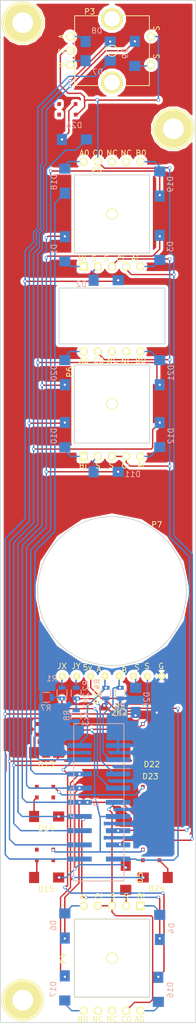
<source format=kicad_pcb>
(kicad_pcb (version 4) (host pcbnew 4.0.4+e1-6308~48~ubuntu14.04.1-stable)

  (general
    (links 91)
    (no_connects 0)
    (area 99.924999 -0.075001 135.166002 183.075001)
    (thickness 1.6)
    (drawings 22)
    (tracks 548)
    (zones 0)
    (modules 50)
    (nets 47)
  )

  (page A4)
  (layers
    (0 F.Cu signal)
    (31 B.Cu signal)
    (32 B.Adhes user)
    (33 F.Adhes user)
    (34 B.Paste user)
    (35 F.Paste user)
    (36 B.SilkS user)
    (37 F.SilkS user)
    (38 B.Mask user)
    (39 F.Mask user)
    (40 Dwgs.User user)
    (41 Cmts.User user)
    (42 Eco1.User user)
    (43 Eco2.User user)
    (44 Edge.Cuts user)
    (45 Margin user)
    (46 B.CrtYd user)
    (47 F.CrtYd user)
    (48 B.Fab user)
    (49 F.Fab user)
  )

  (setup
    (last_trace_width 0.25)
    (trace_clearance 0.2)
    (zone_clearance 0.508)
    (zone_45_only no)
    (trace_min 0.2)
    (segment_width 0.2)
    (edge_width 0.15)
    (via_size 0.6)
    (via_drill 0.4)
    (via_min_size 0.4)
    (via_min_drill 0.3)
    (uvia_size 0.3)
    (uvia_drill 0.1)
    (uvias_allowed no)
    (uvia_min_size 0.2)
    (uvia_min_drill 0.1)
    (pcb_text_width 0.3)
    (pcb_text_size 1.5 1.5)
    (mod_edge_width 0.15)
    (mod_text_size 1 1)
    (mod_text_width 0.15)
    (pad_size 1.524 1.524)
    (pad_drill 0.762)
    (pad_to_mask_clearance 0.2)
    (aux_axis_origin 0 0)
    (visible_elements FFFFFF7F)
    (pcbplotparams
      (layerselection 0x010f0_80000001)
      (usegerberextensions false)
      (excludeedgelayer true)
      (linewidth 0.100000)
      (plotframeref false)
      (viasonmask false)
      (mode 1)
      (useauxorigin false)
      (hpglpennumber 1)
      (hpglpenspeed 20)
      (hpglpendiameter 15)
      (hpglpenoverlay 2)
      (psnegative false)
      (psa4output false)
      (plotreference true)
      (plotvalue true)
      (plotinvisibletext false)
      (padsonsilk false)
      (subtractmaskfromsilk false)
      (outputformat 1)
      (mirror false)
      (drillshape 0)
      (scaleselection 1)
      (outputdirectory gerber/))
  )

  (net 0 "")
  (net 1 GND)
  (net 2 R0)
  (net 3 R1)
  (net 4 R2)
  (net 5 R3)
  (net 6 +5V)
  (net 7 C0)
  (net 8 C1)
  (net 9 C2)
  (net 10 C3)
  (net 11 C4)
  (net 12 C5)
  (net 13 C6)
  (net 14 C7)
  (net 15 "Net-(D1-Pad1)")
  (net 16 "Net-(D2-Pad1)")
  (net 17 "Net-(D3-Pad1)")
  (net 18 "Net-(D4-Pad1)")
  (net 19 "Net-(D5-Pad1)")
  (net 20 "Net-(D6-Pad1)")
  (net 21 "Net-(D7-Pad1)")
  (net 22 "Net-(D8-Pad1)")
  (net 23 "Net-(D9-Pad1)")
  (net 24 "Net-(D10-Pad1)")
  (net 25 "Net-(D11-Pad1)")
  (net 26 "Net-(D12-Pad1)")
  (net 27 "Net-(D13-Pad1)")
  (net 28 "Net-(D14-Pad1)")
  (net 29 "Net-(D15-Pad1)")
  (net 30 "Net-(D16-Pad1)")
  (net 31 "Net-(D17-Pad1)")
  (net 32 "Net-(D18-Pad1)")
  (net 33 "Net-(D19-Pad1)")
  (net 34 "Net-(D20-Pad1)")
  (net 35 "Net-(D21-Pad1)")
  (net 36 "Net-(D22-Pad1)")
  (net 37 "Net-(D23-Pad1)")
  (net 38 "Net-(D24-Pad1)")
  (net 39 JA)
  (net 40 JB)
  (net 41 JY)
  (net 42 JX)
  (net 43 JOY_Y)
  (net 44 JOY_X)
  (net 45 "Net-(D25-Pad1)")
  (net 46 "Net-(D26-Pad1)")

  (net_class Default "This is the default net class."
    (clearance 0.2)
    (trace_width 0.25)
    (via_dia 0.6)
    (via_drill 0.4)
    (uvia_dia 0.3)
    (uvia_drill 0.1)
    (add_net +5V)
    (add_net C0)
    (add_net C1)
    (add_net C2)
    (add_net C3)
    (add_net C4)
    (add_net C5)
    (add_net C6)
    (add_net C7)
    (add_net GND)
    (add_net JA)
    (add_net JB)
    (add_net JOY_X)
    (add_net JOY_Y)
    (add_net JX)
    (add_net JY)
    (add_net "Net-(D1-Pad1)")
    (add_net "Net-(D10-Pad1)")
    (add_net "Net-(D11-Pad1)")
    (add_net "Net-(D12-Pad1)")
    (add_net "Net-(D13-Pad1)")
    (add_net "Net-(D14-Pad1)")
    (add_net "Net-(D15-Pad1)")
    (add_net "Net-(D16-Pad1)")
    (add_net "Net-(D17-Pad1)")
    (add_net "Net-(D18-Pad1)")
    (add_net "Net-(D19-Pad1)")
    (add_net "Net-(D2-Pad1)")
    (add_net "Net-(D20-Pad1)")
    (add_net "Net-(D21-Pad1)")
    (add_net "Net-(D22-Pad1)")
    (add_net "Net-(D23-Pad1)")
    (add_net "Net-(D24-Pad1)")
    (add_net "Net-(D25-Pad1)")
    (add_net "Net-(D26-Pad1)")
    (add_net "Net-(D3-Pad1)")
    (add_net "Net-(D4-Pad1)")
    (add_net "Net-(D5-Pad1)")
    (add_net "Net-(D6-Pad1)")
    (add_net "Net-(D7-Pad1)")
    (add_net "Net-(D8-Pad1)")
    (add_net "Net-(D9-Pad1)")
    (add_net R0)
    (add_net R1)
    (add_net R2)
    (add_net R3)
  )

  (module custom:ENC_conn (layer F.Cu) (tedit 57E841A2) (tstamp 56DE799D)
    (at 120 9 270)
    (path /56DBDACF)
    (fp_text reference P3 (at -7 4 360) (layer F.SilkS)
      (effects (font (size 1 1) (thickness 0.15)))
    )
    (fp_text value NAV_VOL (at -7 -6 360) (layer F.Fab)
      (effects (font (size 1 1) (thickness 0.15)))
    )
    (fp_text user A (at -2.54 9.017 270) (layer F.SilkS)
      (effects (font (size 1 1) (thickness 0.15)))
    )
    (fp_text user C (at 0 9.017 270) (layer F.SilkS)
      (effects (font (size 1 1) (thickness 0.15)))
    )
    (fp_text user B (at 2.54 9.017 270) (layer F.SilkS)
      (effects (font (size 1 1) (thickness 0.15)))
    )
    (fp_text user S (at -4 -8 270) (layer F.SilkS)
      (effects (font (size 1 1) (thickness 0.15)))
    )
    (fp_text user S (at 1 -8 270) (layer F.SilkS)
      (effects (font (size 1 1) (thickness 0.15)))
    )
    (fp_circle (center 0 0) (end 1 0) (layer F.SilkS) (width 0.15))
    (fp_line (start -6.25 6.7) (end 6.25 6.7) (layer F.SilkS) (width 0.15))
    (fp_line (start -6.25 -6.7) (end 6.25 -6.7) (layer F.SilkS) (width 0.15))
    (fp_line (start 6.25 -6.7) (end 6.25 6.7) (layer F.SilkS) (width 0.15))
    (fp_line (start -6.25 -6.7) (end -6.25 6.7) (layer F.SilkS) (width 0.15))
    (pad "" thru_hole circle (at 5.7 0) (size 4 4) (drill 2.8) (layers *.Cu *.Mask F.SilkS))
    (pad 1 thru_hole circle (at -2.54 -7) (size 1.5 1.5) (drill 1) (layers *.Cu *.Mask F.SilkS)
      (net 5 R3))
    (pad 2 thru_hole circle (at 2.54 7.5) (size 1.5 1.5) (drill 1) (layers *.Cu *.Mask F.SilkS)
      (net 21 "Net-(D7-Pad1)"))
    (pad 3 thru_hole circle (at 0 7.5) (size 1.5 1.5) (drill 1) (layers *.Cu *.Mask F.SilkS)
      (net 5 R3))
    (pad 4 thru_hole circle (at -2.54 7.5) (size 1.5 1.5) (drill 1) (layers *.Cu *.Mask F.SilkS)
      (net 22 "Net-(D8-Pad1)"))
    (pad 5 thru_hole circle (at 2.54 -7) (size 1.5 1.5) (drill 1) (layers *.Cu *.Mask F.SilkS)
      (net 23 "Net-(D9-Pad1)"))
    (pad "" thru_hole circle (at -5.7 0) (size 4 4) (drill 2.8) (layers *.Cu *.Mask F.SilkS))
  )

  (module custom:ELMA_conn (layer F.Cu) (tedit 57E58E04) (tstamp 56DE79E5)
    (at 120 72.25)
    (descr "ELMA pin header")
    (tags "elma pin header")
    (path /56DBDD3F)
    (fp_text reference P6 (at -7.605 -5.702 90) (layer F.SilkS)
      (effects (font (size 1 1) (thickness 0.15)))
    )
    (fp_text value CRS_BARO (at -7.605 -0.749 90) (layer F.Fab)
      (effects (font (size 1 1) (thickness 0.15)))
    )
    (fp_text user B0 (at 5.1 -7.75) (layer F.SilkS)
      (effects (font (size 1 1) (thickness 0.15)))
    )
    (fp_text user NC (at 2.6 -7.65) (layer F.SilkS)
      (effects (font (size 1 1) (thickness 0.15)))
    )
    (fp_text user NC (at 0.1 -7.75) (layer F.SilkS)
      (effects (font (size 1 1) (thickness 0.15)))
    )
    (fp_text user A0 (at -5 -7.75) (layer F.SilkS)
      (effects (font (size 1 1) (thickness 0.15)))
    )
    (fp_text user C0 (at -2.4 -7.75) (layer F.SilkS)
      (effects (font (size 1 1) (thickness 0.15)))
    )
    (fp_text user Ai (at 5.207 10.922) (layer F.SilkS)
      (effects (font (size 1 1) (thickness 0.15)))
    )
    (fp_text user Ci (at 2.413 11.049) (layer F.SilkS)
      (effects (font (size 1 1) (thickness 0.15)))
    )
    (fp_text user S (at -0.127 11.049) (layer F.SilkS)
      (effects (font (size 1 1) (thickness 0.15)))
    )
    (fp_text user S (at -2.54 11.049) (layer F.SilkS)
      (effects (font (size 1 1) (thickness 0.15)))
    )
    (fp_text user Bi (at -5.207 11.049) (layer F.SilkS)
      (effects (font (size 1 1) (thickness 0.15)))
    )
    (fp_circle (center 0 0) (end 1 0) (layer F.SilkS) (width 0.15))
    (fp_line (start -6.75 -7) (end 6.75 -7) (layer F.SilkS) (width 0.15))
    (fp_line (start 6.75 -7) (end 6.75 7) (layer F.SilkS) (width 0.15))
    (fp_line (start 6.75 7) (end -6.75 7) (layer F.SilkS) (width 0.15))
    (fp_line (start -6.75 7) (end -6.75 -7) (layer F.SilkS) (width 0.15))
    (pad 6 thru_hole circle (at -5.08 -9.39 90) (size 1.5 1.5) (drill 1) (layers *.Cu *.Mask F.SilkS)
      (net 34 "Net-(D20-Pad1)"))
    (pad 7 thru_hole circle (at -2.54 -9.39 90) (size 1.5 1.5) (drill 1) (layers *.Cu *.Mask F.SilkS)
      (net 4 R2))
    (pad 8 thru_hole circle (at 0 -9.39 90) (size 1.5 1.5) (drill 1) (layers *.Cu *.Mask F.SilkS))
    (pad 9 thru_hole circle (at 2.54 -9.39 90) (size 1.5 1.5) (drill 1) (layers *.Cu *.Mask F.SilkS))
    (pad 10 thru_hole circle (at 5.08 -9.39 90) (size 1.5 1.5) (drill 1) (layers *.Cu *.Mask F.SilkS)
      (net 35 "Net-(D21-Pad1)"))
    (pad 1 thru_hole rect (at -5.08 9.39 90) (size 1.5 1.5) (drill 1) (layers *.Cu *.Mask F.SilkS)
      (net 24 "Net-(D10-Pad1)"))
    (pad 2 thru_hole circle (at -2.54 9.39 90) (size 1.5 1.5) (drill 1) (layers *.Cu *.Mask F.SilkS)
      (net 25 "Net-(D11-Pad1)"))
    (pad 5 thru_hole circle (at 5.08 9.39 90) (size 1.5 1.5) (drill 1) (layers *.Cu *.Mask F.SilkS)
      (net 26 "Net-(D12-Pad1)"))
    (pad 4 thru_hole circle (at 2.54 9.39 90) (size 1.5 1.5) (drill 1) (layers *.Cu *.Mask F.SilkS)
      (net 4 R2))
    (pad 3 thru_hole circle (at 0 9.39 90) (size 1.5 1.5) (drill 1) (layers *.Cu *.Mask F.SilkS)
      (net 4 R2))
  )

  (module custom:ELMA_conn (layer F.Cu) (tedit 57E58DF3) (tstamp 56DE79CD)
    (at 120 38.25)
    (descr "ELMA pin header")
    (tags "elma pin header")
    (path /56DBDBFB)
    (fp_text reference P5 (at -2.779 -7.77) (layer F.SilkS)
      (effects (font (size 1 1) (thickness 0.15)))
    )
    (fp_text value COM (at -0.112 -7.77) (layer F.Fab)
      (effects (font (size 1 1) (thickness 0.15)))
    )
    (fp_text user B0 (at 5.207 -10.922) (layer F.SilkS)
      (effects (font (size 1 1) (thickness 0.15)))
    )
    (fp_text user NC (at 2.54 -10.922) (layer F.SilkS)
      (effects (font (size 1 1) (thickness 0.15)))
    )
    (fp_text user NC (at 0 -10.922) (layer F.SilkS)
      (effects (font (size 1 1) (thickness 0.15)))
    )
    (fp_text user A0 (at -4.953 -10.922) (layer F.SilkS)
      (effects (font (size 1 1) (thickness 0.15)))
    )
    (fp_text user C0 (at -2.54 -10.922) (layer F.SilkS)
      (effects (font (size 1 1) (thickness 0.15)))
    )
    (fp_text user Ai (at 4.1 7.95) (layer F.SilkS)
      (effects (font (size 1 1) (thickness 0.15)))
    )
    (fp_text user Ci (at 1.5 8.05) (layer F.SilkS)
      (effects (font (size 1 1) (thickness 0.15)))
    )
    (fp_text user S (at -1 7.95) (layer F.SilkS)
      (effects (font (size 1 1) (thickness 0.15)))
    )
    (fp_text user S (at -3.2 7.95) (layer F.SilkS)
      (effects (font (size 1 1) (thickness 0.15)))
    )
    (fp_text user Bi (at -5.3 7.85) (layer F.SilkS)
      (effects (font (size 1 1) (thickness 0.15)))
    )
    (fp_circle (center 0 0) (end 1 0) (layer F.SilkS) (width 0.15))
    (fp_line (start -6.75 -7) (end 6.75 -7) (layer F.SilkS) (width 0.15))
    (fp_line (start 6.75 -7) (end 6.75 7) (layer F.SilkS) (width 0.15))
    (fp_line (start 6.75 7) (end -6.75 7) (layer F.SilkS) (width 0.15))
    (fp_line (start -6.75 7) (end -6.75 -7) (layer F.SilkS) (width 0.15))
    (pad 6 thru_hole circle (at -5.08 -9.39 90) (size 1.5 1.5) (drill 1) (layers *.Cu *.Mask F.SilkS)
      (net 32 "Net-(D18-Pad1)"))
    (pad 7 thru_hole circle (at -2.54 -9.39 90) (size 1.5 1.5) (drill 1) (layers *.Cu *.Mask F.SilkS)
      (net 5 R3))
    (pad 8 thru_hole circle (at 0 -9.39 90) (size 1.5 1.5) (drill 1) (layers *.Cu *.Mask F.SilkS))
    (pad 9 thru_hole circle (at 2.54 -9.39 90) (size 1.5 1.5) (drill 1) (layers *.Cu *.Mask F.SilkS))
    (pad 10 thru_hole circle (at 5.08 -9.39 90) (size 1.5 1.5) (drill 1) (layers *.Cu *.Mask F.SilkS)
      (net 33 "Net-(D19-Pad1)"))
    (pad 1 thru_hole rect (at -5.08 9.39 90) (size 1.5 1.5) (drill 1) (layers *.Cu *.Mask F.SilkS)
      (net 15 "Net-(D1-Pad1)"))
    (pad 2 thru_hole circle (at -2.54 9.39 90) (size 1.5 1.5) (drill 1) (layers *.Cu *.Mask F.SilkS)
      (net 16 "Net-(D2-Pad1)"))
    (pad 5 thru_hole circle (at 5.08 9.39 90) (size 1.5 1.5) (drill 1) (layers *.Cu *.Mask F.SilkS)
      (net 17 "Net-(D3-Pad1)"))
    (pad 4 thru_hole circle (at 2.54 9.39 90) (size 1.5 1.5) (drill 1) (layers *.Cu *.Mask F.SilkS)
      (net 5 R3))
    (pad 3 thru_hole circle (at 0 9.39 90) (size 1.5 1.5) (drill 1) (layers *.Cu *.Mask F.SilkS)
      (net 4 R2))
  )

  (module custom:JOY_ROT (layer F.Cu) (tedit 57E4B1D8) (tstamp 56DE79F1)
    (at 120 105.75)
    (path /56DCC67E)
    (fp_text reference P7 (at 8.016 -11.897) (layer F.SilkS)
      (effects (font (size 1 1) (thickness 0.15)))
    )
    (fp_text value JOY_ROT (at -7.732 -13.167) (layer F.Fab)
      (effects (font (size 1 1) (thickness 0.15)))
    )
    (fp_text user G (at 8.81 13.44) (layer F.SilkS)
      (effects (font (size 1 1) (thickness 0.15)))
    )
    (fp_text user S (at 6.27 13.44) (layer F.SilkS)
      (effects (font (size 1 1) (thickness 0.15)))
    )
    (fp_text user S (at 4.492 13.694) (layer F.SilkS)
      (effects (font (size 1 1) (thickness 0.15)))
    )
    (fp_text user B (at 2.206 14.202) (layer F.SilkS)
      (effects (font (size 1 1) (thickness 0.15)))
    )
    (fp_text user A (at -2.366 13.948) (layer F.SilkS)
      (effects (font (size 1 1) (thickness 0.15)))
    )
    (fp_text user 5v (at -4.398 13.694) (layer F.SilkS)
      (effects (font (size 1 1) (thickness 0.15)))
    )
    (fp_text user JY (at -6.43 13.44) (layer F.SilkS)
      (effects (font (size 1 1) (thickness 0.15)))
    )
    (fp_text user JX (at -8.97 13.44) (layer F.SilkS)
      (effects (font (size 1 1) (thickness 0.15)))
    )
    (fp_circle (center 0 0) (end 13.335 0) (layer F.SilkS) (width 0.15))
    (pad 1 thru_hole circle (at 8.89 15.24 90) (size 1.3 1.3) (drill 0.6) (layers *.Cu *.Mask F.SilkS)
      (net 1 GND))
    (pad 2 thru_hole circle (at 6.35 15.24 90) (size 1.3 1.3) (drill 0.6) (layers *.Cu *.Mask F.SilkS)
      (net 3 R1))
    (pad 3 thru_hole circle (at 3.81 15.24 90) (size 1.3 1.3) (drill 0.6) (layers *.Cu *.Mask F.SilkS)
      (net 45 "Net-(D25-Pad1)"))
    (pad 4 thru_hole circle (at 1.27 15.24 90) (size 1.3 1.3) (drill 0.6) (layers *.Cu *.Mask F.SilkS)
      (net 40 JB))
    (pad 5 thru_hole circle (at -1.27 15.24 90) (size 1.3 1.3) (drill 0.6) (layers *.Cu *.Mask F.SilkS)
      (net 39 JA))
    (pad 6 thru_hole circle (at -3.81 15.24 90) (size 1.3 1.3) (drill 0.6) (layers *.Cu *.Mask F.SilkS)
      (net 6 +5V))
    (pad 7 thru_hole circle (at -6.35 15.24 90) (size 1.3 1.3) (drill 0.6) (layers *.Cu *.Mask F.SilkS)
      (net 43 JOY_Y))
    (pad 8 thru_hole circle (at -8.89 15.24 90) (size 1.3 1.3) (drill 0.6) (layers *.Cu *.Mask F.SilkS)
      (net 44 JOY_X))
  )

  (module custom:Diode_SMD (layer B.Cu) (tedit 57E853D0) (tstamp 57E4224D)
    (at 111.538 44.514 90)
    (path /57E35953)
    (fp_text reference D1 (at -0.063 -1.937 90) (layer B.SilkS)
      (effects (font (size 1 1) (thickness 0.15)) (justify mirror))
    )
    (fp_text value D (at 0 1.27 90) (layer B.Fab)
      (effects (font (size 1 1) (thickness 0.15)) (justify mirror))
    )
    (fp_line (start -0.635 0.508) (end -0.635 -0.508) (layer B.Mask) (width 0.15))
    (fp_line (start -0.381 0) (end 0.254 0.508) (layer B.Mask) (width 0.15))
    (fp_line (start 0.254 0.508) (end 0.254 -0.508) (layer B.Mask) (width 0.15))
    (fp_line (start 0.254 -0.508) (end -0.381 0) (layer B.Mask) (width 0.15))
    (fp_line (start -2.5 -1.25) (end 2.5 -1.25) (layer B.Mask) (width 0.1))
    (fp_line (start -2.5 1.25) (end 2.5 1.25) (layer B.Mask) (width 0.1))
    (pad 2 smd rect (at 2.2 0 90) (size 2 1.8) (layers B.Cu B.Paste B.Mask)
      (net 10 C3))
    (pad 1 smd rect (at -2.2 0 90) (size 1.8 2) (layers B.Cu B.Paste B.Mask)
      (net 15 "Net-(D1-Pad1)"))
  )

  (module custom:Diode_SMD (layer B.Cu) (tedit 57E853CB) (tstamp 57E42257)
    (at 118.904 50.102)
    (path /57E35994)
    (fp_text reference D2 (at -4.404 0.698) (layer B.SilkS)
      (effects (font (size 1 1) (thickness 0.15)) (justify mirror))
    )
    (fp_text value D (at 0 1.27) (layer B.Fab)
      (effects (font (size 1 1) (thickness 0.15)) (justify mirror))
    )
    (fp_line (start -0.635 0.508) (end -0.635 -0.508) (layer B.Mask) (width 0.15))
    (fp_line (start -0.381 0) (end 0.254 0.508) (layer B.Mask) (width 0.15))
    (fp_line (start 0.254 0.508) (end 0.254 -0.508) (layer B.Mask) (width 0.15))
    (fp_line (start 0.254 -0.508) (end -0.381 0) (layer B.Mask) (width 0.15))
    (fp_line (start -2.5 -1.25) (end 2.5 -1.25) (layer B.Mask) (width 0.1))
    (fp_line (start -2.5 1.25) (end 2.5 1.25) (layer B.Mask) (width 0.1))
    (pad 2 smd rect (at 2.2 0) (size 2 1.8) (layers B.Cu B.Paste B.Mask)
      (net 14 C7))
    (pad 1 smd rect (at -2.2 0) (size 1.8 2) (layers B.Cu B.Paste B.Mask)
      (net 16 "Net-(D2-Pad1)"))
  )

  (module custom:Diode_SMD (layer B.Cu) (tedit 57E4B47B) (tstamp 57E42261)
    (at 128.556 44.26 90)
    (path /57E359D3)
    (fp_text reference D3 (at 0.191 1.873 90) (layer B.SilkS)
      (effects (font (size 1 1) (thickness 0.15)) (justify mirror))
    )
    (fp_text value D (at 0 1.27 90) (layer B.Fab)
      (effects (font (size 1 1) (thickness 0.15)) (justify mirror))
    )
    (fp_line (start -0.635 0.508) (end -0.635 -0.508) (layer B.Mask) (width 0.15))
    (fp_line (start -0.381 0) (end 0.254 0.508) (layer B.Mask) (width 0.15))
    (fp_line (start 0.254 0.508) (end 0.254 -0.508) (layer B.Mask) (width 0.15))
    (fp_line (start 0.254 -0.508) (end -0.381 0) (layer B.Mask) (width 0.15))
    (fp_line (start -2.5 -1.25) (end 2.5 -1.25) (layer B.Mask) (width 0.1))
    (fp_line (start -2.5 1.25) (end 2.5 1.25) (layer B.Mask) (width 0.1))
    (pad 2 smd rect (at 2.2 0 90) (size 2 1.8) (layers B.Cu B.Paste B.Mask)
      (net 9 C2))
    (pad 1 smd rect (at -2.2 0 90) (size 1.8 2) (layers B.Cu B.Paste B.Mask)
      (net 17 "Net-(D3-Pad1)"))
  )

  (module custom:Diode_SMD (layer B.Cu) (tedit 57E4B358) (tstamp 57E4226B)
    (at 128.556 165.926 270)
    (path /57E38128)
    (fp_text reference D4 (at 0.19 -2.127 270) (layer B.SilkS)
      (effects (font (size 1 1) (thickness 0.15)) (justify mirror))
    )
    (fp_text value D (at -1.334 -2.254 270) (layer B.Fab)
      (effects (font (size 1 1) (thickness 0.15)) (justify mirror))
    )
    (fp_line (start -0.635 0.508) (end -0.635 -0.508) (layer B.Mask) (width 0.15))
    (fp_line (start -0.381 0) (end 0.254 0.508) (layer B.Mask) (width 0.15))
    (fp_line (start 0.254 0.508) (end 0.254 -0.508) (layer B.Mask) (width 0.15))
    (fp_line (start 0.254 -0.508) (end -0.381 0) (layer B.Mask) (width 0.15))
    (fp_line (start -2.5 -1.25) (end 2.5 -1.25) (layer B.Mask) (width 0.1))
    (fp_line (start -2.5 1.25) (end 2.5 1.25) (layer B.Mask) (width 0.1))
    (pad 2 smd rect (at 2.2 0 270) (size 2 1.8) (layers B.Cu B.Paste B.Mask)
      (net 11 C4))
    (pad 1 smd rect (at -2.2 0 270) (size 1.8 2) (layers B.Cu B.Paste B.Mask)
      (net 18 "Net-(D4-Pad1)"))
  )

  (module custom:Diode_SMD (layer F.Cu) (tedit 57E85400) (tstamp 57E42275)
    (at 122.46 157.036 90)
    (path /57E38223)
    (fp_text reference D5 (at 0 2.54 90) (layer F.SilkS)
      (effects (font (size 1 1) (thickness 0.15)))
    )
    (fp_text value D (at 0 -1.27 90) (layer F.Fab)
      (effects (font (size 1 1) (thickness 0.15)))
    )
    (fp_line (start -0.635 -0.508) (end -0.635 0.508) (layer F.Mask) (width 0.15))
    (fp_line (start -0.381 0) (end 0.254 -0.508) (layer F.Mask) (width 0.15))
    (fp_line (start 0.254 -0.508) (end 0.254 0.508) (layer F.Mask) (width 0.15))
    (fp_line (start 0.254 0.508) (end -0.381 0) (layer F.Mask) (width 0.15))
    (fp_line (start -2.5 1.25) (end 2.5 1.25) (layer F.Mask) (width 0.1))
    (fp_line (start -2.5 -1.25) (end 2.5 -1.25) (layer F.Mask) (width 0.1))
    (pad 2 smd rect (at 2.2 0 90) (size 2 1.8) (layers F.Cu F.Paste F.Mask)
      (net 9 C2))
    (pad 1 smd rect (at -2.2 0 90) (size 1.8 2) (layers F.Cu F.Paste F.Mask)
      (net 19 "Net-(D5-Pad1)"))
  )

  (module custom:Diode_SMD (layer B.Cu) (tedit 57E4B36A) (tstamp 57E4227F)
    (at 111.538 165.672 270)
    (path /57E38282)
    (fp_text reference D6 (at -0.064 2.064 270) (layer B.SilkS)
      (effects (font (size 1 1) (thickness 0.15)) (justify mirror))
    )
    (fp_text value D (at 0 1.27 270) (layer B.Fab)
      (effects (font (size 1 1) (thickness 0.15)) (justify mirror))
    )
    (fp_line (start -0.635 0.508) (end -0.635 -0.508) (layer B.Mask) (width 0.15))
    (fp_line (start -0.381 0) (end 0.254 0.508) (layer B.Mask) (width 0.15))
    (fp_line (start 0.254 0.508) (end 0.254 -0.508) (layer B.Mask) (width 0.15))
    (fp_line (start 0.254 -0.508) (end -0.381 0) (layer B.Mask) (width 0.15))
    (fp_line (start -2.5 -1.25) (end 2.5 -1.25) (layer B.Mask) (width 0.1))
    (fp_line (start -2.5 1.25) (end 2.5 1.25) (layer B.Mask) (width 0.1))
    (pad 2 smd rect (at 2.2 0 270) (size 2 1.8) (layers B.Cu B.Paste B.Mask)
      (net 10 C3))
    (pad 1 smd rect (at -2.2 0 270) (size 1.8 2) (layers B.Cu B.Paste B.Mask)
      (net 20 "Net-(D6-Pad1)"))
  )

  (module custom:Diode_SMD (layer B.Cu) (tedit 57E4B491) (tstamp 57E42289)
    (at 117.475 10.795)
    (path /57E3515A)
    (fp_text reference D7 (at -0.063 2) (layer B.SilkS)
      (effects (font (size 1 1) (thickness 0.15)) (justify mirror))
    )
    (fp_text value D (at 0 1.27) (layer B.Fab)
      (effects (font (size 1 1) (thickness 0.15)) (justify mirror))
    )
    (fp_line (start -0.635 0.508) (end -0.635 -0.508) (layer B.Mask) (width 0.15))
    (fp_line (start -0.381 0) (end 0.254 0.508) (layer B.Mask) (width 0.15))
    (fp_line (start 0.254 0.508) (end 0.254 -0.508) (layer B.Mask) (width 0.15))
    (fp_line (start 0.254 -0.508) (end -0.381 0) (layer B.Mask) (width 0.15))
    (fp_line (start -2.5 -1.25) (end 2.5 -1.25) (layer B.Mask) (width 0.1))
    (fp_line (start -2.5 1.25) (end 2.5 1.25) (layer B.Mask) (width 0.1))
    (pad 2 smd rect (at 2.2 0) (size 2 1.8) (layers B.Cu B.Paste B.Mask)
      (net 14 C7))
    (pad 1 smd rect (at -2.2 0) (size 1.8 2) (layers B.Cu B.Paste B.Mask)
      (net 21 "Net-(D7-Pad1)"))
  )

  (module custom:Diode_SMD (layer B.Cu) (tedit 57E4B48D) (tstamp 57E42293)
    (at 117.475 7.366)
    (path /57E35217)
    (fp_text reference D8 (at -0.19 -1.937) (layer B.SilkS)
      (effects (font (size 1 1) (thickness 0.15)) (justify mirror))
    )
    (fp_text value D (at 0 1.27) (layer B.Fab)
      (effects (font (size 1 1) (thickness 0.15)) (justify mirror))
    )
    (fp_line (start -0.635 0.508) (end -0.635 -0.508) (layer B.Mask) (width 0.15))
    (fp_line (start -0.381 0) (end 0.254 0.508) (layer B.Mask) (width 0.15))
    (fp_line (start 0.254 0.508) (end 0.254 -0.508) (layer B.Mask) (width 0.15))
    (fp_line (start 0.254 -0.508) (end -0.381 0) (layer B.Mask) (width 0.15))
    (fp_line (start -2.5 -1.25) (end 2.5 -1.25) (layer B.Mask) (width 0.1))
    (fp_line (start -2.5 1.25) (end 2.5 1.25) (layer B.Mask) (width 0.1))
    (pad 2 smd rect (at 2.2 0) (size 2 1.8) (layers B.Cu B.Paste B.Mask)
      (net 13 C6))
    (pad 1 smd rect (at -2.2 0) (size 1.8 2) (layers B.Cu B.Paste B.Mask)
      (net 22 "Net-(D8-Pad1)"))
  )

  (module custom:Diode_SMD (layer B.Cu) (tedit 57E4B498) (tstamp 57E4229D)
    (at 124.079 9.525 90)
    (path /57E352BE)
    (fp_text reference D9 (at 0.032 -1.714 90) (layer B.SilkS)
      (effects (font (size 1 1) (thickness 0.15)) (justify mirror))
    )
    (fp_text value D (at 0 1.27 90) (layer B.Fab)
      (effects (font (size 1 1) (thickness 0.15)) (justify mirror))
    )
    (fp_line (start -0.635 0.508) (end -0.635 -0.508) (layer B.Mask) (width 0.15))
    (fp_line (start -0.381 0) (end 0.254 0.508) (layer B.Mask) (width 0.15))
    (fp_line (start 0.254 0.508) (end 0.254 -0.508) (layer B.Mask) (width 0.15))
    (fp_line (start 0.254 -0.508) (end -0.381 0) (layer B.Mask) (width 0.15))
    (fp_line (start -2.5 -1.25) (end 2.5 -1.25) (layer B.Mask) (width 0.1))
    (fp_line (start -2.5 1.25) (end 2.5 1.25) (layer B.Mask) (width 0.1))
    (pad 2 smd rect (at 2.2 0 90) (size 2 1.8) (layers B.Cu B.Paste B.Mask)
      (net 12 C5))
    (pad 1 smd rect (at -2.2 0 90) (size 1.8 2) (layers B.Cu B.Paste B.Mask)
      (net 23 "Net-(D9-Pad1)"))
  )

  (module custom:Diode_SMD (layer B.Cu) (tedit 57E4B45A) (tstamp 57E422A7)
    (at 111.538 77.788 90)
    (path /57E35FCC)
    (fp_text reference D10 (at -0.19 -1.937 90) (layer B.SilkS)
      (effects (font (size 1 1) (thickness 0.15)) (justify mirror))
    )
    (fp_text value D (at 0 1.27 90) (layer B.Fab)
      (effects (font (size 1 1) (thickness 0.15)) (justify mirror))
    )
    (fp_line (start -0.635 0.508) (end -0.635 -0.508) (layer B.Mask) (width 0.15))
    (fp_line (start -0.381 0) (end 0.254 0.508) (layer B.Mask) (width 0.15))
    (fp_line (start 0.254 0.508) (end 0.254 -0.508) (layer B.Mask) (width 0.15))
    (fp_line (start 0.254 -0.508) (end -0.381 0) (layer B.Mask) (width 0.15))
    (fp_line (start -2.5 -1.25) (end 2.5 -1.25) (layer B.Mask) (width 0.1))
    (fp_line (start -2.5 1.25) (end 2.5 1.25) (layer B.Mask) (width 0.1))
    (pad 2 smd rect (at 2.2 0 90) (size 2 1.8) (layers B.Cu B.Paste B.Mask)
      (net 13 C6))
    (pad 1 smd rect (at -2.2 0 90) (size 1.8 2) (layers B.Cu B.Paste B.Mask)
      (net 24 "Net-(D10-Pad1)"))
  )

  (module custom:Diode_SMD (layer B.Cu) (tedit 57E4B1C7) (tstamp 57E422B1)
    (at 118.904 84.392)
    (path /57E3602D)
    (fp_text reference D11 (at 4.794 0.444) (layer B.SilkS)
      (effects (font (size 1 1) (thickness 0.15)) (justify mirror))
    )
    (fp_text value D (at 0 1.27) (layer B.Fab)
      (effects (font (size 1 1) (thickness 0.15)) (justify mirror))
    )
    (fp_line (start -0.635 0.508) (end -0.635 -0.508) (layer B.Mask) (width 0.15))
    (fp_line (start -0.381 0) (end 0.254 0.508) (layer B.Mask) (width 0.15))
    (fp_line (start 0.254 0.508) (end 0.254 -0.508) (layer B.Mask) (width 0.15))
    (fp_line (start 0.254 -0.508) (end -0.381 0) (layer B.Mask) (width 0.15))
    (fp_line (start -2.5 -1.25) (end 2.5 -1.25) (layer B.Mask) (width 0.1))
    (fp_line (start -2.5 1.25) (end 2.5 1.25) (layer B.Mask) (width 0.1))
    (pad 2 smd rect (at 2.2 0) (size 2 1.8) (layers B.Cu B.Paste B.Mask)
      (net 9 C2))
    (pad 1 smd rect (at -2.2 0) (size 1.8 2) (layers B.Cu B.Paste B.Mask)
      (net 25 "Net-(D11-Pad1)"))
  )

  (module custom:Diode_SMD (layer B.Cu) (tedit 57E4B45F) (tstamp 57E422BB)
    (at 128.556 77.788 90)
    (path /57E36078)
    (fp_text reference D12 (at -0.19 2 90) (layer B.SilkS)
      (effects (font (size 1 1) (thickness 0.15)) (justify mirror))
    )
    (fp_text value D (at 0 1.27 90) (layer B.Fab)
      (effects (font (size 1 1) (thickness 0.15)) (justify mirror))
    )
    (fp_line (start -0.635 0.508) (end -0.635 -0.508) (layer B.Mask) (width 0.15))
    (fp_line (start -0.381 0) (end 0.254 0.508) (layer B.Mask) (width 0.15))
    (fp_line (start 0.254 0.508) (end 0.254 -0.508) (layer B.Mask) (width 0.15))
    (fp_line (start 0.254 -0.508) (end -0.381 0) (layer B.Mask) (width 0.15))
    (fp_line (start -2.5 -1.25) (end 2.5 -1.25) (layer B.Mask) (width 0.1))
    (fp_line (start -2.5 1.25) (end 2.5 1.25) (layer B.Mask) (width 0.1))
    (pad 2 smd rect (at 2.2 0 90) (size 2 1.8) (layers B.Cu B.Paste B.Mask)
      (net 12 C5))
    (pad 1 smd rect (at -2.2 0 90) (size 1.8 2) (layers B.Cu B.Paste B.Mask)
      (net 26 "Net-(D12-Pad1)"))
  )

  (module custom:Diode_SMD (layer F.Cu) (tedit 57E853A9) (tstamp 57E422C5)
    (at 108.236 134.684)
    (path /595EA837)
    (fp_text reference D13 (at -0.032 2.095) (layer F.SilkS)
      (effects (font (size 1 1) (thickness 0.15)))
    )
    (fp_text value D (at 0 -1.27) (layer F.Fab)
      (effects (font (size 1 1) (thickness 0.15)))
    )
    (fp_line (start -0.635 -0.508) (end -0.635 0.508) (layer F.Mask) (width 0.15))
    (fp_line (start -0.381 0) (end 0.254 -0.508) (layer F.Mask) (width 0.15))
    (fp_line (start 0.254 -0.508) (end 0.254 0.508) (layer F.Mask) (width 0.15))
    (fp_line (start 0.254 0.508) (end -0.381 0) (layer F.Mask) (width 0.15))
    (fp_line (start -2.5 1.25) (end 2.5 1.25) (layer F.Mask) (width 0.1))
    (fp_line (start -2.5 -1.25) (end 2.5 -1.25) (layer F.Mask) (width 0.1))
    (pad 2 smd rect (at 2.2 0) (size 2 1.8) (layers F.Cu F.Paste F.Mask)
      (net 13 C6))
    (pad 1 smd rect (at -2.2 0) (size 1.8 2) (layers F.Cu F.Paste F.Mask)
      (net 27 "Net-(D13-Pad1)"))
  )

  (module custom:Diode_SMD (layer F.Cu) (tedit 57E853F2) (tstamp 57E422CF)
    (at 108.236 146.114)
    (path /595EB051)
    (fp_text reference D14 (at -0.032 2.095) (layer F.SilkS)
      (effects (font (size 1 1) (thickness 0.15)))
    )
    (fp_text value D (at 0 -1.27) (layer F.Fab)
      (effects (font (size 1 1) (thickness 0.15)))
    )
    (fp_line (start -0.635 -0.508) (end -0.635 0.508) (layer F.Mask) (width 0.15))
    (fp_line (start -0.381 0) (end 0.254 -0.508) (layer F.Mask) (width 0.15))
    (fp_line (start 0.254 -0.508) (end 0.254 0.508) (layer F.Mask) (width 0.15))
    (fp_line (start 0.254 0.508) (end -0.381 0) (layer F.Mask) (width 0.15))
    (fp_line (start -2.5 1.25) (end 2.5 1.25) (layer F.Mask) (width 0.1))
    (fp_line (start -2.5 -1.25) (end 2.5 -1.25) (layer F.Mask) (width 0.1))
    (pad 2 smd rect (at 2.2 0) (size 2 1.8) (layers F.Cu F.Paste F.Mask)
      (net 11 C4))
    (pad 1 smd rect (at -2.2 0) (size 1.8 2) (layers F.Cu F.Paste F.Mask)
      (net 28 "Net-(D14-Pad1)"))
  )

  (module custom:Diode_SMD (layer F.Cu) (tedit 57E853FA) (tstamp 57E422D9)
    (at 108.236 157.036)
    (path /595EC990)
    (fp_text reference D15 (at -0.032 2.095) (layer F.SilkS)
      (effects (font (size 1 1) (thickness 0.15)))
    )
    (fp_text value D (at 0 -1.27) (layer F.Fab)
      (effects (font (size 1 1) (thickness 0.15)))
    )
    (fp_line (start -0.635 -0.508) (end -0.635 0.508) (layer F.Mask) (width 0.15))
    (fp_line (start -0.381 0) (end 0.254 -0.508) (layer F.Mask) (width 0.15))
    (fp_line (start 0.254 -0.508) (end 0.254 0.508) (layer F.Mask) (width 0.15))
    (fp_line (start 0.254 0.508) (end -0.381 0) (layer F.Mask) (width 0.15))
    (fp_line (start -2.5 1.25) (end 2.5 1.25) (layer F.Mask) (width 0.1))
    (fp_line (start -2.5 -1.25) (end 2.5 -1.25) (layer F.Mask) (width 0.1))
    (pad 2 smd rect (at 2.2 0) (size 2 1.8) (layers F.Cu F.Paste F.Mask)
      (net 9 C2))
    (pad 1 smd rect (at -2.2 0) (size 1.8 2) (layers F.Cu F.Paste F.Mask)
      (net 29 "Net-(D15-Pad1)"))
  )

  (module custom:Diode_SMD (layer B.Cu) (tedit 57E4B360) (tstamp 57E422E3)
    (at 128.302 177.102 90)
    (path /57E382E1)
    (fp_text reference D16 (at -0.063 2.127 90) (layer B.SilkS)
      (effects (font (size 1 1) (thickness 0.15)) (justify mirror))
    )
    (fp_text value D (at 0 1.27 90) (layer B.Fab)
      (effects (font (size 1 1) (thickness 0.15)) (justify mirror))
    )
    (fp_line (start -0.635 0.508) (end -0.635 -0.508) (layer B.Mask) (width 0.15))
    (fp_line (start -0.381 0) (end 0.254 0.508) (layer B.Mask) (width 0.15))
    (fp_line (start 0.254 0.508) (end 0.254 -0.508) (layer B.Mask) (width 0.15))
    (fp_line (start 0.254 -0.508) (end -0.381 0) (layer B.Mask) (width 0.15))
    (fp_line (start -2.5 -1.25) (end 2.5 -1.25) (layer B.Mask) (width 0.1))
    (fp_line (start -2.5 1.25) (end 2.5 1.25) (layer B.Mask) (width 0.1))
    (pad 2 smd rect (at 2.2 0 90) (size 2 1.8) (layers B.Cu B.Paste B.Mask)
      (net 7 C0))
    (pad 1 smd rect (at -2.2 0 90) (size 1.8 2) (layers B.Cu B.Paste B.Mask)
      (net 30 "Net-(D16-Pad1)"))
  )

  (module custom:Diode_SMD (layer B.Cu) (tedit 57E4B36D) (tstamp 57E422ED)
    (at 111.538 176.848 90)
    (path /57E383E4)
    (fp_text reference D17 (at -0.19 -2.064 90) (layer B.SilkS)
      (effects (font (size 1 1) (thickness 0.15)) (justify mirror))
    )
    (fp_text value D (at 0 1.27 180) (layer B.Fab)
      (effects (font (size 1 1) (thickness 0.15)) (justify mirror))
    )
    (fp_line (start -0.635 0.508) (end -0.635 -0.508) (layer B.Mask) (width 0.15))
    (fp_line (start -0.381 0) (end 0.254 0.508) (layer B.Mask) (width 0.15))
    (fp_line (start 0.254 0.508) (end 0.254 -0.508) (layer B.Mask) (width 0.15))
    (fp_line (start 0.254 -0.508) (end -0.381 0) (layer B.Mask) (width 0.15))
    (fp_line (start -2.5 -1.25) (end 2.5 -1.25) (layer B.Mask) (width 0.1))
    (fp_line (start -2.5 1.25) (end 2.5 1.25) (layer B.Mask) (width 0.1))
    (pad 2 smd rect (at 2.2 0 90) (size 2 1.8) (layers B.Cu B.Paste B.Mask)
      (net 8 C1))
    (pad 1 smd rect (at -2.2 0 90) (size 1.8 2) (layers B.Cu B.Paste B.Mask)
      (net 31 "Net-(D17-Pad1)"))
  )

  (module custom:Diode_SMD (layer B.Cu) (tedit 57E4B484) (tstamp 57E422F7)
    (at 111.538 32.322 270)
    (path /57E35A2D)
    (fp_text reference D18 (at 0.19 1.937 270) (layer B.SilkS)
      (effects (font (size 1 1) (thickness 0.15)) (justify mirror))
    )
    (fp_text value D (at 0 1.27 270) (layer B.Fab)
      (effects (font (size 1 1) (thickness 0.15)) (justify mirror))
    )
    (fp_line (start -0.635 0.508) (end -0.635 -0.508) (layer B.Mask) (width 0.15))
    (fp_line (start -0.381 0) (end 0.254 0.508) (layer B.Mask) (width 0.15))
    (fp_line (start 0.254 0.508) (end 0.254 -0.508) (layer B.Mask) (width 0.15))
    (fp_line (start 0.254 -0.508) (end -0.381 0) (layer B.Mask) (width 0.15))
    (fp_line (start -2.5 -1.25) (end 2.5 -1.25) (layer B.Mask) (width 0.1))
    (fp_line (start -2.5 1.25) (end 2.5 1.25) (layer B.Mask) (width 0.1))
    (pad 2 smd rect (at 2.2 0 270) (size 2 1.8) (layers B.Cu B.Paste B.Mask)
      (net 7 C0))
    (pad 1 smd rect (at -2.2 0 270) (size 1.8 2) (layers B.Cu B.Paste B.Mask)
      (net 32 "Net-(D18-Pad1)"))
  )

  (module custom:Diode_SMD (layer B.Cu) (tedit 57E853DC) (tstamp 57E42301)
    (at 128.556 32.83 270)
    (path /57E35ADE)
    (fp_text reference D19 (at 0.063 -1.873 270) (layer B.SilkS)
      (effects (font (size 1 1) (thickness 0.15)) (justify mirror))
    )
    (fp_text value D (at 0 1.27 270) (layer B.Fab)
      (effects (font (size 1 1) (thickness 0.15)) (justify mirror))
    )
    (fp_line (start -0.635 0.508) (end -0.635 -0.508) (layer B.Mask) (width 0.15))
    (fp_line (start -0.381 0) (end 0.254 0.508) (layer B.Mask) (width 0.15))
    (fp_line (start 0.254 0.508) (end 0.254 -0.508) (layer B.Mask) (width 0.15))
    (fp_line (start 0.254 -0.508) (end -0.381 0) (layer B.Mask) (width 0.15))
    (fp_line (start -2.5 -1.25) (end 2.5 -1.25) (layer B.Mask) (width 0.1))
    (fp_line (start -2.5 1.25) (end 2.5 1.25) (layer B.Mask) (width 0.1))
    (pad 2 smd rect (at 2.2 0 270) (size 2 1.8) (layers B.Cu B.Paste B.Mask)
      (net 8 C1))
    (pad 1 smd rect (at -2.2 0 270) (size 1.8 2) (layers B.Cu B.Paste B.Mask)
      (net 33 "Net-(D19-Pad1)"))
  )

  (module custom:Diode_SMD (layer B.Cu) (tedit 57E4B455) (tstamp 57E4230B)
    (at 111.538 66.612 270)
    (path /57E360C1)
    (fp_text reference D20 (at 0.063 1.937 270) (layer B.SilkS)
      (effects (font (size 1 1) (thickness 0.15)) (justify mirror))
    )
    (fp_text value D (at 0 1.27 270) (layer B.Fab)
      (effects (font (size 1 1) (thickness 0.15)) (justify mirror))
    )
    (fp_line (start -0.635 0.508) (end -0.635 -0.508) (layer B.Mask) (width 0.15))
    (fp_line (start -0.381 0) (end 0.254 0.508) (layer B.Mask) (width 0.15))
    (fp_line (start 0.254 0.508) (end 0.254 -0.508) (layer B.Mask) (width 0.15))
    (fp_line (start 0.254 -0.508) (end -0.381 0) (layer B.Mask) (width 0.15))
    (fp_line (start -2.5 -1.25) (end 2.5 -1.25) (layer B.Mask) (width 0.1))
    (fp_line (start -2.5 1.25) (end 2.5 1.25) (layer B.Mask) (width 0.1))
    (pad 2 smd rect (at 2.2 0 270) (size 2 1.8) (layers B.Cu B.Paste B.Mask)
      (net 10 C3))
    (pad 1 smd rect (at -2.2 0 270) (size 1.8 2) (layers B.Cu B.Paste B.Mask)
      (net 34 "Net-(D20-Pad1)"))
  )

  (module custom:Diode_SMD (layer B.Cu) (tedit 57E853C2) (tstamp 57E42315)
    (at 128.556 66.612 270)
    (path /57E36108)
    (fp_text reference D21 (at 0.063 -2 270) (layer B.SilkS)
      (effects (font (size 1 1) (thickness 0.15)) (justify mirror))
    )
    (fp_text value D (at 0 1.27 270) (layer B.Fab)
      (effects (font (size 1 1) (thickness 0.15)) (justify mirror))
    )
    (fp_line (start -0.635 0.508) (end -0.635 -0.508) (layer B.Mask) (width 0.15))
    (fp_line (start -0.381 0) (end 0.254 0.508) (layer B.Mask) (width 0.15))
    (fp_line (start 0.254 0.508) (end 0.254 -0.508) (layer B.Mask) (width 0.15))
    (fp_line (start 0.254 -0.508) (end -0.381 0) (layer B.Mask) (width 0.15))
    (fp_line (start -2.5 -1.25) (end 2.5 -1.25) (layer B.Mask) (width 0.1))
    (fp_line (start -2.5 1.25) (end 2.5 1.25) (layer B.Mask) (width 0.1))
    (pad 2 smd rect (at 2.2 0 270) (size 2 1.8) (layers B.Cu B.Paste B.Mask)
      (net 11 C4))
    (pad 1 smd rect (at -2.2 0 270) (size 1.8 2) (layers B.Cu B.Paste B.Mask)
      (net 35 "Net-(D21-Pad1)"))
  )

  (module custom:Diode_SMD (layer F.Cu) (tedit 57E853B0) (tstamp 57E4231F)
    (at 127.032 134.684 180)
    (path /595E9543)
    (fp_text reference D22 (at -0.095 -2.095 180) (layer F.SilkS)
      (effects (font (size 1 1) (thickness 0.15)))
    )
    (fp_text value D (at 0 -1.27 180) (layer F.Fab)
      (effects (font (size 1 1) (thickness 0.15)))
    )
    (fp_line (start -0.635 -0.508) (end -0.635 0.508) (layer F.Mask) (width 0.15))
    (fp_line (start -0.381 0) (end 0.254 -0.508) (layer F.Mask) (width 0.15))
    (fp_line (start 0.254 -0.508) (end 0.254 0.508) (layer F.Mask) (width 0.15))
    (fp_line (start 0.254 0.508) (end -0.381 0) (layer F.Mask) (width 0.15))
    (fp_line (start -2.5 1.25) (end 2.5 1.25) (layer F.Mask) (width 0.1))
    (fp_line (start -2.5 -1.25) (end 2.5 -1.25) (layer F.Mask) (width 0.1))
    (pad 2 smd rect (at 2.2 0 180) (size 2 1.8) (layers F.Cu F.Paste F.Mask)
      (net 12 C5))
    (pad 1 smd rect (at -2.2 0 180) (size 1.8 2) (layers F.Cu F.Paste F.Mask)
      (net 36 "Net-(D22-Pad1)"))
  )

  (module custom:Diode_SMD (layer F.Cu) (tedit 57E853EE) (tstamp 57E42329)
    (at 127.286 145.86 180)
    (path /595EB041)
    (fp_text reference D23 (at 0.413 6.922 180) (layer F.SilkS)
      (effects (font (size 1 1) (thickness 0.15)))
    )
    (fp_text value D (at 0 -1.27 180) (layer F.Fab)
      (effects (font (size 1 1) (thickness 0.15)))
    )
    (fp_line (start -0.635 -0.508) (end -0.635 0.508) (layer F.Mask) (width 0.15))
    (fp_line (start -0.381 0) (end 0.254 -0.508) (layer F.Mask) (width 0.15))
    (fp_line (start 0.254 -0.508) (end 0.254 0.508) (layer F.Mask) (width 0.15))
    (fp_line (start 0.254 0.508) (end -0.381 0) (layer F.Mask) (width 0.15))
    (fp_line (start -2.5 1.25) (end 2.5 1.25) (layer F.Mask) (width 0.1))
    (fp_line (start -2.5 -1.25) (end 2.5 -1.25) (layer F.Mask) (width 0.1))
    (pad 2 smd rect (at 2.2 0 180) (size 2 1.8) (layers F.Cu F.Paste F.Mask)
      (net 10 C3))
    (pad 1 smd rect (at -2.2 0 180) (size 1.8 2) (layers F.Cu F.Paste F.Mask)
      (net 37 "Net-(D23-Pad1)"))
  )

  (module custom:Diode_SMD (layer F.Cu) (tedit 57E85405) (tstamp 57E42333)
    (at 127.794 157.036 180)
    (path /595EC980)
    (fp_text reference D24 (at -0.222 -1.968 180) (layer F.SilkS)
      (effects (font (size 1 1) (thickness 0.15)))
    )
    (fp_text value D (at 0 -1.27 180) (layer F.Fab)
      (effects (font (size 1 1) (thickness 0.15)))
    )
    (fp_line (start -0.635 -0.508) (end -0.635 0.508) (layer F.Mask) (width 0.15))
    (fp_line (start -0.381 0) (end 0.254 -0.508) (layer F.Mask) (width 0.15))
    (fp_line (start 0.254 -0.508) (end 0.254 0.508) (layer F.Mask) (width 0.15))
    (fp_line (start 0.254 0.508) (end -0.381 0) (layer F.Mask) (width 0.15))
    (fp_line (start -2.5 1.25) (end 2.5 1.25) (layer F.Mask) (width 0.1))
    (fp_line (start -2.5 -1.25) (end 2.5 -1.25) (layer F.Mask) (width 0.1))
    (pad 2 smd rect (at 2.2 0 180) (size 2 1.8) (layers F.Cu F.Paste F.Mask)
      (net 8 C1))
    (pad 1 smd rect (at -2.2 0 180) (size 1.8 2) (layers F.Cu F.Paste F.Mask)
      (net 38 "Net-(D24-Pad1)"))
  )

  (module custom:CNC-3020-18 (layer B.Cu) (tedit 57E324FC) (tstamp 57E42334)
    (at 117.634 143.574 90)
    (tags "SMD IPC 18 pin")
    (path /57E2DE88)
    (fp_text reference P1 (at 0 -0.5 90) (layer B.SilkS)
      (effects (font (size 1 1) (thickness 0.15)) (justify mirror))
    )
    (fp_text value CONN_02X09 (at 0 0.5 90) (layer B.Fab)
      (effects (font (size 1 1) (thickness 0.15)) (justify mirror))
    )
    (fp_line (start -2.54 -4.5) (end -2.54 -5.08) (layer B.SilkS) (width 0.15))
    (fp_line (start -2.54 -5.08) (end 2.54 -5.08) (layer B.SilkS) (width 0.15))
    (fp_line (start 2.54 -5.08) (end 2.54 -4.5) (layer B.SilkS) (width 0.15))
    (fp_line (start -14.09 -4.5) (end 14.09 -4.5) (layer B.SilkS) (width 0.15))
    (fp_line (start 14.09 -4.5) (end 14.09 4.5) (layer B.SilkS) (width 0.15))
    (fp_line (start 14.09 4.5) (end -14.09 4.5) (layer B.SilkS) (width 0.15))
    (fp_line (start -14.09 4.5) (end -14.09 -4.5) (layer B.SilkS) (width 0.15))
    (pad 17 smd rect (at 10.16 -3.46 90) (size 0.89 4.38) (layers B.Cu B.Paste B.Mask)
      (net 39 JA))
    (pad 15 smd rect (at 7.62 -3.46 90) (size 0.89 4.38) (layers B.Cu B.Paste B.Mask)
      (net 7 C0))
    (pad 13 smd rect (at 5.08 -3.46 90) (size 0.89 4.38) (layers B.Cu B.Paste B.Mask)
      (net 8 C1))
    (pad 11 smd rect (at 2.54 -3.46 90) (size 0.89 4.38) (layers B.Cu B.Paste B.Mask)
      (net 9 C2))
    (pad 9 smd rect (at 0 -3.46 90) (size 0.89 4.38) (layers B.Cu B.Paste B.Mask)
      (net 10 C3))
    (pad 7 smd rect (at -2.54 -3.46 90) (size 0.89 4.38) (layers B.Cu B.Paste B.Mask)
      (net 11 C4))
    (pad 5 smd rect (at -5.08 -3.46 90) (size 0.89 4.38) (layers B.Cu B.Paste B.Mask)
      (net 12 C5))
    (pad 3 smd rect (at -7.62 -3.46 90) (size 0.89 4.38) (layers B.Cu B.Paste B.Mask)
      (net 13 C6))
    (pad 1 smd rect (at -10.16 -3.46 90) (size 0.89 4.38) (layers B.Cu B.Paste B.Mask)
      (net 14 C7))
    (pad 2 smd rect (at -10.16 3.46 90) (size 0.89 4.38) (layers B.Cu B.Paste B.Mask)
      (net 6 +5V))
    (pad 4 smd rect (at -7.62 3.46 90) (size 0.89 4.38) (layers B.Cu B.Paste B.Mask)
      (net 5 R3))
    (pad 6 smd rect (at -5.08 3.46 90) (size 0.89 4.38) (layers B.Cu B.Paste B.Mask)
      (net 4 R2))
    (pad 8 smd rect (at -2.54 3.46 90) (size 0.89 4.38) (layers B.Cu B.Paste B.Mask)
      (net 3 R1))
    (pad 18 smd rect (at 10.16 3.46 90) (size 0.89 4.38) (layers B.Cu B.Paste B.Mask)
      (net 1 GND))
    (pad 16 smd rect (at 7.62 3.46 90) (size 0.89 4.38) (layers B.Cu B.Paste B.Mask)
      (net 40 JB))
    (pad 14 smd rect (at 5.08 3.46 90) (size 0.89 4.38) (layers B.Cu B.Paste B.Mask)
      (net 41 JY))
    (pad 12 smd rect (at 2.54 3.46 90) (size 0.89 4.38) (layers B.Cu B.Paste B.Mask)
      (net 42 JX))
    (pad 10 smd rect (at 0 3.46 90) (size 0.89 4.38) (layers B.Cu B.Paste B.Mask)
      (net 2 R0))
  )

  (module Resistors_SMD:R_0805 (layer B.Cu) (tedit 57E4B3DE) (tstamp 57E4234E)
    (at 111.03 124.016 270)
    (descr "Resistor SMD 0805, reflow soldering, Vishay (see dcrcw.pdf)")
    (tags "resistor 0805")
    (path /57E431F6)
    (attr smd)
    (fp_text reference R1 (at -2.604 1.81 360) (layer B.SilkS)
      (effects (font (size 1 1) (thickness 0.15)) (justify mirror))
    )
    (fp_text value 2K2 (at -1.207 2.445 540) (layer B.Fab)
      (effects (font (size 1 1) (thickness 0.15)) (justify mirror))
    )
    (fp_line (start -1.6 1) (end 1.6 1) (layer B.CrtYd) (width 0.05))
    (fp_line (start -1.6 -1) (end 1.6 -1) (layer B.CrtYd) (width 0.05))
    (fp_line (start -1.6 1) (end -1.6 -1) (layer B.CrtYd) (width 0.05))
    (fp_line (start 1.6 1) (end 1.6 -1) (layer B.CrtYd) (width 0.05))
    (fp_line (start 0.6 -0.875) (end -0.6 -0.875) (layer B.SilkS) (width 0.15))
    (fp_line (start -0.6 0.875) (end 0.6 0.875) (layer B.SilkS) (width 0.15))
    (pad 1 smd rect (at -0.95 0 270) (size 0.7 1.3) (layers B.Cu B.Paste B.Mask)
      (net 44 JOY_X))
    (pad 2 smd rect (at 0.95 0 270) (size 0.7 1.3) (layers B.Cu B.Paste B.Mask)
      (net 42 JX))
    (model Resistors_SMD.3dshapes/R_0805.wrl
      (at (xyz 0 0 0))
      (scale (xyz 1 1 1))
      (rotate (xyz 0 0 0))
    )
  )

  (module Resistors_SMD:R_0805 (layer B.Cu) (tedit 57E85D6C) (tstamp 57E42354)
    (at 113.57 124.016 270)
    (descr "Resistor SMD 0805, reflow soldering, Vishay (see dcrcw.pdf)")
    (tags "resistor 0805")
    (path /57E432D6)
    (attr smd)
    (fp_text reference R2 (at -1.334 -1.746 450) (layer B.SilkS)
      (effects (font (size 1 1) (thickness 0.15)) (justify mirror))
    )
    (fp_text value 2K2 (at 1.333 -1.746 270) (layer B.SilkS)
      (effects (font (size 1 1) (thickness 0.15)) (justify mirror))
    )
    (fp_line (start -1.6 1) (end 1.6 1) (layer B.CrtYd) (width 0.05))
    (fp_line (start -1.6 -1) (end 1.6 -1) (layer B.CrtYd) (width 0.05))
    (fp_line (start -1.6 1) (end -1.6 -1) (layer B.CrtYd) (width 0.05))
    (fp_line (start 1.6 1) (end 1.6 -1) (layer B.CrtYd) (width 0.05))
    (fp_line (start 0.6 -0.875) (end -0.6 -0.875) (layer B.SilkS) (width 0.15))
    (fp_line (start -0.6 0.875) (end 0.6 0.875) (layer B.SilkS) (width 0.15))
    (pad 1 smd rect (at -0.95 0 270) (size 0.7 1.3) (layers B.Cu B.Paste B.Mask)
      (net 43 JOY_Y))
    (pad 2 smd rect (at 0.95 0 270) (size 0.7 1.3) (layers B.Cu B.Paste B.Mask)
      (net 41 JY))
    (model Resistors_SMD.3dshapes/R_0805.wrl
      (at (xyz 0 0 0))
      (scale (xyz 1 1 1))
      (rotate (xyz 0 0 0))
    )
  )

  (module Resistors_SMD:R_0805 (layer F.Cu) (tedit 57E85D31) (tstamp 57E4235A)
    (at 118.904 124.016 90)
    (descr "Resistor SMD 0805, reflow soldering, Vishay (see dcrcw.pdf)")
    (tags "resistor 0805")
    (path /57E43070)
    (attr smd)
    (fp_text reference R3 (at -1.079 -1.556 90) (layer F.SilkS)
      (effects (font (size 1 1) (thickness 0.15)))
    )
    (fp_text value 2K2 (at 1.207 -1.556 90) (layer F.SilkS)
      (effects (font (size 1 1) (thickness 0.15)))
    )
    (fp_line (start -1.6 -1) (end 1.6 -1) (layer F.CrtYd) (width 0.05))
    (fp_line (start -1.6 1) (end 1.6 1) (layer F.CrtYd) (width 0.05))
    (fp_line (start -1.6 -1) (end -1.6 1) (layer F.CrtYd) (width 0.05))
    (fp_line (start 1.6 -1) (end 1.6 1) (layer F.CrtYd) (width 0.05))
    (fp_line (start 0.6 0.875) (end -0.6 0.875) (layer F.SilkS) (width 0.15))
    (fp_line (start -0.6 -0.875) (end 0.6 -0.875) (layer F.SilkS) (width 0.15))
    (pad 1 smd rect (at -0.95 0 90) (size 0.7 1.3) (layers F.Cu F.Paste F.Mask)
      (net 6 +5V))
    (pad 2 smd rect (at 0.95 0 90) (size 0.7 1.3) (layers F.Cu F.Paste F.Mask)
      (net 39 JA))
    (model Resistors_SMD.3dshapes/R_0805.wrl
      (at (xyz 0 0 0))
      (scale (xyz 1 1 1))
      (rotate (xyz 0 0 0))
    )
  )

  (module Resistors_SMD:R_0805 (layer B.Cu) (tedit 57E4B264) (tstamp 57E42360)
    (at 118.904 124.016 270)
    (descr "Resistor SMD 0805, reflow soldering, Vishay (see dcrcw.pdf)")
    (tags "resistor 0805")
    (path /57E41EBB)
    (attr smd)
    (fp_text reference R4 (at -1.588 1.556 270) (layer B.SilkS)
      (effects (font (size 1 1) (thickness 0.15)) (justify mirror))
    )
    (fp_text value 4k3 (at 0.698 1.429 270) (layer B.Fab)
      (effects (font (size 1 1) (thickness 0.15)) (justify mirror))
    )
    (fp_line (start -1.6 1) (end 1.6 1) (layer B.CrtYd) (width 0.05))
    (fp_line (start -1.6 -1) (end 1.6 -1) (layer B.CrtYd) (width 0.05))
    (fp_line (start -1.6 1) (end -1.6 -1) (layer B.CrtYd) (width 0.05))
    (fp_line (start 1.6 1) (end 1.6 -1) (layer B.CrtYd) (width 0.05))
    (fp_line (start 0.6 -0.875) (end -0.6 -0.875) (layer B.SilkS) (width 0.15))
    (fp_line (start -0.6 0.875) (end 0.6 0.875) (layer B.SilkS) (width 0.15))
    (pad 1 smd rect (at -0.95 0 270) (size 0.7 1.3) (layers B.Cu B.Paste B.Mask)
      (net 39 JA))
    (pad 2 smd rect (at 0.95 0 270) (size 0.7 1.3) (layers B.Cu B.Paste B.Mask)
      (net 1 GND))
    (model Resistors_SMD.3dshapes/R_0805.wrl
      (at (xyz 0 0 0))
      (scale (xyz 1 1 1))
      (rotate (xyz 0 0 0))
    )
  )

  (module Resistors_SMD:R_0805 (layer F.Cu) (tedit 57E85D22) (tstamp 57E42366)
    (at 121.444 124.016 90)
    (descr "Resistor SMD 0805, reflow soldering, Vishay (see dcrcw.pdf)")
    (tags "resistor 0805")
    (path /57E41E51)
    (attr smd)
    (fp_text reference R5 (at -2.349 -0.032 180) (layer F.SilkS)
      (effects (font (size 1 1) (thickness 0.15)))
    )
    (fp_text value 2K2 (at -3.492 -0.159 180) (layer F.SilkS)
      (effects (font (size 1 1) (thickness 0.15)))
    )
    (fp_line (start -1.6 -1) (end 1.6 -1) (layer F.CrtYd) (width 0.05))
    (fp_line (start -1.6 1) (end 1.6 1) (layer F.CrtYd) (width 0.05))
    (fp_line (start -1.6 -1) (end -1.6 1) (layer F.CrtYd) (width 0.05))
    (fp_line (start 1.6 -1) (end 1.6 1) (layer F.CrtYd) (width 0.05))
    (fp_line (start 0.6 0.875) (end -0.6 0.875) (layer F.SilkS) (width 0.15))
    (fp_line (start -0.6 -0.875) (end 0.6 -0.875) (layer F.SilkS) (width 0.15))
    (pad 1 smd rect (at -0.95 0 90) (size 0.7 1.3) (layers F.Cu F.Paste F.Mask)
      (net 6 +5V))
    (pad 2 smd rect (at 0.95 0 90) (size 0.7 1.3) (layers F.Cu F.Paste F.Mask)
      (net 40 JB))
    (model Resistors_SMD.3dshapes/R_0805.wrl
      (at (xyz 0 0 0))
      (scale (xyz 1 1 1))
      (rotate (xyz 0 0 0))
    )
  )

  (module Resistors_SMD:R_0805 (layer B.Cu) (tedit 57E85D3A) (tstamp 57E4236C)
    (at 121.444 124.016 270)
    (descr "Resistor SMD 0805, reflow soldering, Vishay (see dcrcw.pdf)")
    (tags "resistor 0805")
    (path /57E41FED)
    (attr smd)
    (fp_text reference R6 (at 2.349 0.032 360) (layer B.SilkS)
      (effects (font (size 1 1) (thickness 0.15)) (justify mirror))
    )
    (fp_text value 4k3 (at 3.619 0.032 360) (layer B.SilkS)
      (effects (font (size 1 1) (thickness 0.15)) (justify mirror))
    )
    (fp_line (start -1.6 1) (end 1.6 1) (layer B.CrtYd) (width 0.05))
    (fp_line (start -1.6 -1) (end 1.6 -1) (layer B.CrtYd) (width 0.05))
    (fp_line (start -1.6 1) (end -1.6 -1) (layer B.CrtYd) (width 0.05))
    (fp_line (start 1.6 1) (end 1.6 -1) (layer B.CrtYd) (width 0.05))
    (fp_line (start 0.6 -0.875) (end -0.6 -0.875) (layer B.SilkS) (width 0.15))
    (fp_line (start -0.6 0.875) (end 0.6 0.875) (layer B.SilkS) (width 0.15))
    (pad 1 smd rect (at -0.95 0 270) (size 0.7 1.3) (layers B.Cu B.Paste B.Mask)
      (net 40 JB))
    (pad 2 smd rect (at 0.95 0 270) (size 0.7 1.3) (layers B.Cu B.Paste B.Mask)
      (net 1 GND))
    (model Resistors_SMD.3dshapes/R_0805.wrl
      (at (xyz 0 0 0))
      (scale (xyz 1 1 1))
      (rotate (xyz 0 0 0))
    )
  )

  (module Resistors_SMD:R_0805 (layer B.Cu) (tedit 57E85395) (tstamp 57E42372)
    (at 108.236 124.778 180)
    (descr "Resistor SMD 0805, reflow soldering, Vishay (see dcrcw.pdf)")
    (tags "resistor 0805")
    (path /57E420C2)
    (attr smd)
    (fp_text reference R7 (at 0.0955 -1.9045 180) (layer B.SilkS)
      (effects (font (size 1 1) (thickness 0.15)) (justify mirror))
    )
    (fp_text value 4k3 (at 0.032 -1.841 180) (layer B.Fab)
      (effects (font (size 1 1) (thickness 0.15)) (justify mirror))
    )
    (fp_line (start -1.6 1) (end 1.6 1) (layer B.CrtYd) (width 0.05))
    (fp_line (start -1.6 -1) (end 1.6 -1) (layer B.CrtYd) (width 0.05))
    (fp_line (start -1.6 1) (end -1.6 -1) (layer B.CrtYd) (width 0.05))
    (fp_line (start 1.6 1) (end 1.6 -1) (layer B.CrtYd) (width 0.05))
    (fp_line (start 0.6 -0.875) (end -0.6 -0.875) (layer B.SilkS) (width 0.15))
    (fp_line (start -0.6 0.875) (end 0.6 0.875) (layer B.SilkS) (width 0.15))
    (pad 1 smd rect (at -0.95 0 180) (size 0.7 1.3) (layers B.Cu B.Paste B.Mask)
      (net 42 JX))
    (pad 2 smd rect (at 0.95 0 180) (size 0.7 1.3) (layers B.Cu B.Paste B.Mask)
      (net 1 GND))
    (model Resistors_SMD.3dshapes/R_0805.wrl
      (at (xyz 0 0 0))
      (scale (xyz 1 1 1))
      (rotate (xyz 0 0 0))
    )
  )

  (module Resistors_SMD:R_0805 (layer B.Cu) (tedit 57E85D71) (tstamp 57E42378)
    (at 113.57 128.08 270)
    (descr "Resistor SMD 0805, reflow soldering, Vishay (see dcrcw.pdf)")
    (tags "resistor 0805")
    (path /57E42160)
    (attr smd)
    (fp_text reference R8 (at -0.064 1.683 270) (layer B.SilkS)
      (effects (font (size 1 1) (thickness 0.15)) (justify mirror))
    )
    (fp_text value 4k3 (at 0.444 -1.746 270) (layer B.SilkS)
      (effects (font (size 1 1) (thickness 0.15)) (justify mirror))
    )
    (fp_line (start -1.6 1) (end 1.6 1) (layer B.CrtYd) (width 0.05))
    (fp_line (start -1.6 -1) (end 1.6 -1) (layer B.CrtYd) (width 0.05))
    (fp_line (start -1.6 1) (end -1.6 -1) (layer B.CrtYd) (width 0.05))
    (fp_line (start 1.6 1) (end 1.6 -1) (layer B.CrtYd) (width 0.05))
    (fp_line (start 0.6 -0.875) (end -0.6 -0.875) (layer B.SilkS) (width 0.15))
    (fp_line (start -0.6 0.875) (end 0.6 0.875) (layer B.SilkS) (width 0.15))
    (pad 1 smd rect (at -0.95 0 270) (size 0.7 1.3) (layers B.Cu B.Paste B.Mask)
      (net 41 JY))
    (pad 2 smd rect (at 0.95 0 270) (size 0.7 1.3) (layers B.Cu B.Paste B.Mask)
      (net 1 GND))
    (model Resistors_SMD.3dshapes/R_0805.wrl
      (at (xyz 0 0 0))
      (scale (xyz 1 1 1))
      (rotate (xyz 0 0 0))
    )
  )

  (module custom:ELMA_conn (layer F.Cu) (tedit 57E4B319) (tstamp 56DE79B5)
    (at 120 171.5 180)
    (descr "ELMA pin header")
    (tags "elma pin header")
    (path /56DBE2DA)
    (fp_text reference P4 (at 8.748 -0.077 270) (layer F.SilkS)
      (effects (font (size 1 1) (thickness 0.15)))
    )
    (fp_text value FMS (at 7.478 0.05 270) (layer F.Fab)
      (effects (font (size 1 1) (thickness 0.15)))
    )
    (fp_text user B0 (at 5.207 -10.922 180) (layer F.SilkS)
      (effects (font (size 1 1) (thickness 0.15)))
    )
    (fp_text user NC (at 2.54 -10.922 180) (layer F.SilkS)
      (effects (font (size 1 1) (thickness 0.15)))
    )
    (fp_text user NC (at 0 -10.922 180) (layer F.SilkS)
      (effects (font (size 1 1) (thickness 0.15)))
    )
    (fp_text user A0 (at -4.953 -10.922 180) (layer F.SilkS)
      (effects (font (size 1 1) (thickness 0.15)))
    )
    (fp_text user C0 (at -2.54 -10.922 180) (layer F.SilkS)
      (effects (font (size 1 1) (thickness 0.15)))
    )
    (fp_text user Ai (at 5.207 10.922 180) (layer F.SilkS)
      (effects (font (size 1 1) (thickness 0.15)))
    )
    (fp_text user Ci (at 2.413 11.049 180) (layer F.SilkS)
      (effects (font (size 1 1) (thickness 0.15)))
    )
    (fp_text user S (at -0.127 11.049 180) (layer F.SilkS)
      (effects (font (size 1 1) (thickness 0.15)))
    )
    (fp_text user S (at -2.54 11.049 180) (layer F.SilkS)
      (effects (font (size 1 1) (thickness 0.15)))
    )
    (fp_text user Bi (at -5.207 11.049 180) (layer F.SilkS)
      (effects (font (size 1 1) (thickness 0.15)))
    )
    (fp_circle (center 0 0) (end 1 0) (layer F.SilkS) (width 0.15))
    (fp_line (start -6.75 -7) (end 6.75 -7) (layer F.SilkS) (width 0.15))
    (fp_line (start 6.75 -7) (end 6.75 7) (layer F.SilkS) (width 0.15))
    (fp_line (start 6.75 7) (end -6.75 7) (layer F.SilkS) (width 0.15))
    (fp_line (start -6.75 7) (end -6.75 -7) (layer F.SilkS) (width 0.15))
    (pad 6 thru_hole circle (at -5.08 -9.39 270) (size 1.5 1.5) (drill 1) (layers *.Cu *.Mask F.SilkS)
      (net 30 "Net-(D16-Pad1)"))
    (pad 7 thru_hole circle (at -2.54 -9.39 270) (size 1.5 1.5) (drill 1) (layers *.Cu *.Mask F.SilkS)
      (net 2 R0))
    (pad 8 thru_hole circle (at 0 -9.39 270) (size 1.5 1.5) (drill 1) (layers *.Cu *.Mask F.SilkS))
    (pad 9 thru_hole circle (at 2.54 -9.39 270) (size 1.5 1.5) (drill 1) (layers *.Cu *.Mask F.SilkS))
    (pad 10 thru_hole circle (at 5.08 -9.39 270) (size 1.5 1.5) (drill 1) (layers *.Cu *.Mask F.SilkS)
      (net 31 "Net-(D17-Pad1)"))
    (pad 1 thru_hole rect (at -5.08 9.39 270) (size 1.5 1.5) (drill 1) (layers *.Cu *.Mask F.SilkS)
      (net 18 "Net-(D4-Pad1)"))
    (pad 2 thru_hole circle (at -2.54 9.39 270) (size 1.5 1.5) (drill 1) (layers *.Cu *.Mask F.SilkS)
      (net 19 "Net-(D5-Pad1)"))
    (pad 5 thru_hole circle (at 5.08 9.39 270) (size 1.5 1.5) (drill 1) (layers *.Cu *.Mask F.SilkS)
      (net 20 "Net-(D6-Pad1)"))
    (pad 4 thru_hole circle (at 2.54 9.39 270) (size 1.5 1.5) (drill 1) (layers *.Cu *.Mask F.SilkS)
      (net 2 R0))
    (pad 3 thru_hole circle (at 0 9.39 270) (size 1.5 1.5) (drill 1) (layers *.Cu *.Mask F.SilkS)
      (net 2 R0))
  )

  (module custom:Diode_SMD (layer B.Cu) (tedit 57E4B3A2) (tstamp 57E451F6)
    (at 124.238 125.286 270)
    (path /57E45760)
    (fp_text reference D25 (at -0.064 -2 270) (layer B.SilkS)
      (effects (font (size 1 1) (thickness 0.15)) (justify mirror))
    )
    (fp_text value D (at 0 1.27 270) (layer B.Fab)
      (effects (font (size 1 1) (thickness 0.15)) (justify mirror))
    )
    (fp_line (start -0.635 0.508) (end -0.635 -0.508) (layer B.Mask) (width 0.15))
    (fp_line (start -0.381 0) (end 0.254 0.508) (layer B.Mask) (width 0.15))
    (fp_line (start 0.254 0.508) (end 0.254 -0.508) (layer B.Mask) (width 0.15))
    (fp_line (start 0.254 -0.508) (end -0.381 0) (layer B.Mask) (width 0.15))
    (fp_line (start -2.5 -1.25) (end 2.5 -1.25) (layer B.Mask) (width 0.1))
    (fp_line (start -2.5 1.25) (end 2.5 1.25) (layer B.Mask) (width 0.1))
    (pad 2 smd rect (at 2.2 0 270) (size 2 1.8) (layers B.Cu B.Paste B.Mask)
      (net 14 C7))
    (pad 1 smd rect (at -2.2 0 270) (size 1.8 2) (layers B.Cu B.Paste B.Mask)
      (net 45 "Net-(D25-Pad1)"))
  )

  (module custom:Diode_SMD (layer B.Cu) (tedit 57E356C4) (tstamp 57E853D7)
    (at 113.2205 24.892)
    (path /57E858A4)
    (fp_text reference D26 (at 0 -2.54) (layer B.SilkS)
      (effects (font (size 1 1) (thickness 0.15)) (justify mirror))
    )
    (fp_text value D (at 0 1.27) (layer B.Fab)
      (effects (font (size 1 1) (thickness 0.15)) (justify mirror))
    )
    (fp_line (start -0.635 0.508) (end -0.635 -0.508) (layer B.Mask) (width 0.15))
    (fp_line (start -0.381 0) (end 0.254 0.508) (layer B.Mask) (width 0.15))
    (fp_line (start 0.254 0.508) (end 0.254 -0.508) (layer B.Mask) (width 0.15))
    (fp_line (start 0.254 -0.508) (end -0.381 0) (layer B.Mask) (width 0.15))
    (fp_line (start -2.5 -1.25) (end 2.5 -1.25) (layer B.Mask) (width 0.1))
    (fp_line (start -2.5 1.25) (end 2.5 1.25) (layer B.Mask) (width 0.1))
    (pad 2 smd rect (at 2.2 0) (size 2 1.8) (layers B.Cu B.Paste B.Mask)
      (net 11 C4))
    (pad 1 smd rect (at -2.2 0) (size 1.8 2) (layers B.Cu B.Paste B.Mask)
      (net 46 "Net-(D26-Pad1)"))
  )

  (module custom:SW_PUSH (layer F.Cu) (tedit 59445E5C) (tstamp 595E6CFC)
    (at 112 19.5 180)
    (path /595E6C9C)
    (fp_text reference SW1 (at 0 2.54 180) (layer F.SilkS) hide
      (effects (font (size 1 1) (thickness 0.15)))
    )
    (fp_text value SW_PUSH_2 (at 0 0 180) (layer F.SilkS) hide
      (effects (font (size 1 1) (thickness 0.15)))
    )
    (pad 3 smd rect (at -1.475 0.95 180) (size 0.65 0.7) (layers F.Cu F.Paste F.Mask)
      (net 46 "Net-(D26-Pad1)"))
    (pad 1 smd rect (at -1.475 -0.95 180) (size 0.65 0.7) (layers F.Cu F.Paste F.Mask)
      (net 5 R3))
    (pad 4 smd rect (at 1.475 0.95 180) (size 0.65 0.7) (layers F.Cu F.Paste F.Mask))
    (pad 2 smd rect (at 1.475 -0.95 180) (size 0.65 0.7) (layers F.Cu F.Paste F.Mask))
  )

  (module custom:SW_PUSH (layer F.Cu) (tedit 59445E5C) (tstamp 595E6D03)
    (at 108 130.5 180)
    (path /595EA83D)
    (fp_text reference SW2 (at 0 2.54 180) (layer F.SilkS) hide
      (effects (font (size 1 1) (thickness 0.15)))
    )
    (fp_text value SW_PUSH_2 (at 0 0 180) (layer F.SilkS) hide
      (effects (font (size 1 1) (thickness 0.15)))
    )
    (pad 3 smd rect (at -1.475 0.95 180) (size 0.65 0.7) (layers F.Cu F.Paste F.Mask)
      (net 3 R1))
    (pad 1 smd rect (at -1.475 -0.95 180) (size 0.65 0.7) (layers F.Cu F.Paste F.Mask))
    (pad 4 smd rect (at 1.475 0.95 180) (size 0.65 0.7) (layers F.Cu F.Paste F.Mask))
    (pad 2 smd rect (at 1.475 -0.95 180) (size 0.65 0.7) (layers F.Cu F.Paste F.Mask)
      (net 27 "Net-(D13-Pad1)"))
  )

  (module custom:SW_PUSH (layer F.Cu) (tedit 59445E5C) (tstamp 595E6D0A)
    (at 108 141.75 180)
    (path /595EB057)
    (fp_text reference SW3 (at 0 2.54 180) (layer F.SilkS) hide
      (effects (font (size 1 1) (thickness 0.15)))
    )
    (fp_text value SW_PUSH_2 (at 0 0 180) (layer F.SilkS) hide
      (effects (font (size 1 1) (thickness 0.15)))
    )
    (pad 3 smd rect (at -1.475 0.95 180) (size 0.65 0.7) (layers F.Cu F.Paste F.Mask)
      (net 3 R1))
    (pad 1 smd rect (at -1.475 -0.95 180) (size 0.65 0.7) (layers F.Cu F.Paste F.Mask))
    (pad 4 smd rect (at 1.475 0.95 180) (size 0.65 0.7) (layers F.Cu F.Paste F.Mask))
    (pad 2 smd rect (at 1.475 -0.95 180) (size 0.65 0.7) (layers F.Cu F.Paste F.Mask)
      (net 28 "Net-(D14-Pad1)"))
  )

  (module custom:SW_PUSH (layer F.Cu) (tedit 59445E5C) (tstamp 595E6D11)
    (at 108 153 180)
    (path /595EC996)
    (fp_text reference SW4 (at 0 2.54 180) (layer F.SilkS) hide
      (effects (font (size 1 1) (thickness 0.15)))
    )
    (fp_text value SW_PUSH_2 (at 0 0 180) (layer F.SilkS) hide
      (effects (font (size 1 1) (thickness 0.15)))
    )
    (pad 3 smd rect (at -1.475 0.95 180) (size 0.65 0.7) (layers F.Cu F.Paste F.Mask)
      (net 3 R1))
    (pad 1 smd rect (at -1.475 -0.95 180) (size 0.65 0.7) (layers F.Cu F.Paste F.Mask))
    (pad 4 smd rect (at 1.475 0.95 180) (size 0.65 0.7) (layers F.Cu F.Paste F.Mask))
    (pad 2 smd rect (at 1.475 -0.95 180) (size 0.65 0.7) (layers F.Cu F.Paste F.Mask)
      (net 29 "Net-(D15-Pad1)"))
  )

  (module custom:SW_PUSH (layer F.Cu) (tedit 59445E5C) (tstamp 595E6D18)
    (at 127 130.5)
    (path /595E9549)
    (fp_text reference SW5 (at 0 2.54) (layer F.SilkS) hide
      (effects (font (size 1 1) (thickness 0.15)))
    )
    (fp_text value SW_PUSH_2 (at 0 0) (layer F.SilkS) hide
      (effects (font (size 1 1) (thickness 0.15)))
    )
    (pad 3 smd rect (at -1.475 0.95) (size 0.65 0.7) (layers F.Cu F.Paste F.Mask))
    (pad 1 smd rect (at -1.475 -0.95) (size 0.65 0.7) (layers F.Cu F.Paste F.Mask)
      (net 3 R1))
    (pad 4 smd rect (at 1.475 0.95) (size 0.65 0.7) (layers F.Cu F.Paste F.Mask)
      (net 36 "Net-(D22-Pad1)"))
    (pad 2 smd rect (at 1.475 -0.95) (size 0.65 0.7) (layers F.Cu F.Paste F.Mask))
  )

  (module custom:SW_PUSH (layer F.Cu) (tedit 59445E5C) (tstamp 595E6D1F)
    (at 127 141.75)
    (path /595EB047)
    (fp_text reference SW6 (at 0 2.54) (layer F.SilkS) hide
      (effects (font (size 1 1) (thickness 0.15)))
    )
    (fp_text value SW_PUSH_2 (at 0 0) (layer F.SilkS) hide
      (effects (font (size 1 1) (thickness 0.15)))
    )
    (pad 3 smd rect (at -1.475 0.95) (size 0.65 0.7) (layers F.Cu F.Paste F.Mask))
    (pad 1 smd rect (at -1.475 -0.95) (size 0.65 0.7) (layers F.Cu F.Paste F.Mask)
      (net 3 R1))
    (pad 4 smd rect (at 1.475 0.95) (size 0.65 0.7) (layers F.Cu F.Paste F.Mask)
      (net 37 "Net-(D23-Pad1)"))
    (pad 2 smd rect (at 1.475 -0.95) (size 0.65 0.7) (layers F.Cu F.Paste F.Mask))
  )

  (module custom:SW_PUSH (layer F.Cu) (tedit 59445E5C) (tstamp 595E6D26)
    (at 127 153)
    (path /595EC986)
    (fp_text reference SW7 (at 0 2.54) (layer F.SilkS) hide
      (effects (font (size 1 1) (thickness 0.15)))
    )
    (fp_text value SW_PUSH_2 (at 0 0) (layer F.SilkS) hide
      (effects (font (size 1 1) (thickness 0.15)))
    )
    (pad 3 smd rect (at -1.475 0.95) (size 0.65 0.7) (layers F.Cu F.Paste F.Mask))
    (pad 1 smd rect (at -1.475 -0.95) (size 0.65 0.7) (layers F.Cu F.Paste F.Mask)
      (net 3 R1))
    (pad 4 smd rect (at 1.475 0.95) (size 0.65 0.7) (layers F.Cu F.Paste F.Mask)
      (net 38 "Net-(D24-Pad1)"))
    (pad 2 smd rect (at 1.475 -0.95) (size 0.65 0.7) (layers F.Cu F.Paste F.Mask))
  )

  (module custom:SCREW (layer F.Cu) (tedit 56DCC27E) (tstamp 59B18A4B)
    (at 104 179)
    (descr "#6-32 Pan head")
    (fp_text reference Ref** (at 0 0.5) (layer F.SilkS) hide
      (effects (font (size 1 1) (thickness 0.15)))
    )
    (fp_text value Val** (at 0 -0.5) (layer F.Fab) hide
      (effects (font (size 1 1) (thickness 0.15)))
    )
    (fp_circle (center 0 0) (end 3.75 0) (layer F.SilkS) (width 0.15))
    (pad "" thru_hole circle (at 0 0) (size 7 7) (drill 3.7) (layers *.Cu *.Mask F.SilkS))
  )

  (module custom:SCREW (layer F.Cu) (tedit 56DCC27E) (tstamp 59B18A6D)
    (at 104 4)
    (descr "#6-32 Pan head")
    (fp_text reference Ref** (at 0 0.5) (layer F.SilkS) hide
      (effects (font (size 1 1) (thickness 0.15)))
    )
    (fp_text value Val** (at 0 -0.5) (layer F.Fab) hide
      (effects (font (size 1 1) (thickness 0.15)))
    )
    (fp_circle (center 0 0) (end 3.75 0) (layer F.SilkS) (width 0.15))
    (pad "" thru_hole circle (at 0 0) (size 7 7) (drill 3.7) (layers *.Cu *.Mask F.SilkS))
  )

  (module custom:SCREW (layer F.Cu) (tedit 56DCC27E) (tstamp 59B18AB8)
    (at 131 23)
    (descr "#6-32 Pan head")
    (fp_text reference Ref** (at 0 0.5) (layer F.SilkS) hide
      (effects (font (size 1 1) (thickness 0.15)))
    )
    (fp_text value Val** (at 0 -0.5) (layer F.Fab) hide
      (effects (font (size 1 1) (thickness 0.15)))
    )
    (fp_circle (center 0 0) (end 3.75 0) (layer F.SilkS) (width 0.15))
    (pad "" thru_hole circle (at 0 0) (size 7 7) (drill 3.7) (layers *.Cu *.Mask F.SilkS))
  )

  (gr_line (start 110.5 51.5) (end 110.6 51.5) (angle 90) (layer Edge.Cuts) (width 0.15))
  (gr_line (start 110.5 61.5) (end 110.5 51.5) (angle 90) (layer Edge.Cuts) (width 0.15))
  (gr_line (start 129.5 61.5) (end 110.5 61.5) (angle 90) (layer Edge.Cuts) (width 0.15))
  (gr_line (start 129.5 51.5) (end 129.5 61.5) (angle 90) (layer Edge.Cuts) (width 0.15))
  (gr_line (start 110.5 51.5) (end 129.5 51.5) (angle 90) (layer Edge.Cuts) (width 0.15))
  (gr_line (start 113.284 178.435) (end 113.284 164.465) (angle 90) (layer Edge.Cuts) (width 0.15))
  (gr_line (start 126.746 178.435) (end 113.284 178.435) (angle 90) (layer Edge.Cuts) (width 0.15))
  (gr_line (start 126.746 164.465) (end 126.746 178.435) (angle 90) (layer Edge.Cuts) (width 0.15))
  (gr_line (start 113.284 164.465) (end 126.746 164.465) (angle 90) (layer Edge.Cuts) (width 0.15))
  (gr_line (start 113.284 65.278) (end 113.284 79.248) (angle 90) (layer Edge.Cuts) (width 0.15))
  (gr_line (start 126.746 79.248) (end 113.284 79.248) (angle 90) (layer Edge.Cuts) (width 0.15))
  (gr_line (start 126.746 65.278) (end 126.746 79.248) (angle 90) (layer Edge.Cuts) (width 0.15))
  (gr_line (start 113.284 65.278) (end 126.746 65.278) (angle 90) (layer Edge.Cuts) (width 0.15))
  (gr_line (start 113.284 45.212) (end 113.284 31.242) (angle 90) (layer Edge.Cuts) (width 0.15))
  (gr_line (start 126.746 45.212) (end 113.284 45.212) (angle 90) (layer Edge.Cuts) (width 0.15))
  (gr_line (start 126.746 31.242) (end 126.746 45.212) (angle 90) (layer Edge.Cuts) (width 0.15))
  (gr_line (start 113.284 31.242) (end 126.746 31.242) (angle 90) (layer Edge.Cuts) (width 0.15))
  (gr_circle (center 120 105.75) (end 133.335 105.75) (layer Edge.Cuts) (width 0.15))
  (gr_line (start 100 183) (end 100 0) (angle 90) (layer Edge.Cuts) (width 0.15))
  (gr_line (start 135 183) (end 100 183) (angle 90) (layer Edge.Cuts) (width 0.15))
  (gr_line (start 135 0) (end 135 183) (angle 90) (layer Edge.Cuts) (width 0.15))
  (gr_line (start 100 0) (end 135 0) (angle 90) (layer Edge.Cuts) (width 0.15))

  (segment (start 101 138) (end 101 135) (width 0.25) (layer F.Cu) (net 0))
  (segment (start 121.92 127.254) (end 127.762 127.254) (width 0.25) (layer F.Cu) (net 1))
  (via (at 128.016 127.508) (size 0.6) (drill 0.4) (layers F.Cu B.Cu) (net 1))
  (segment (start 127.762 127.254) (end 128.016 127.508) (width 0.25) (layer F.Cu) (net 1) (tstamp 57E4AFA7))
  (segment (start 118.904 124.966) (end 118.904 125.952) (width 0.25) (layer B.Cu) (net 1))
  (segment (start 119.634 127.254) (end 121.92 127.254) (width 0.25) (layer F.Cu) (net 1) (tstamp 57E4AF73))
  (segment (start 121.92 127.254) (end 122.174 127.254) (width 0.25) (layer F.Cu) (net 1) (tstamp 57E4AFA5))
  (segment (start 118.618 126.238) (end 119.634 127.254) (width 0.25) (layer F.Cu) (net 1) (tstamp 57E4AF72))
  (via (at 118.618 126.238) (size 0.6) (drill 0.4) (layers F.Cu B.Cu) (net 1))
  (segment (start 118.904 125.952) (end 118.618 126.238) (width 0.25) (layer B.Cu) (net 1) (tstamp 57E4AF6E))
  (segment (start 120 162.11) (end 120 163.212) (width 0.25) (layer F.Cu) (net 2))
  (segment (start 124.042 179.388) (end 122.54 180.89) (width 0.25) (layer F.Cu) (net 2) (tstamp 57E46F51))
  (segment (start 126.778 179.388) (end 124.042 179.388) (width 0.25) (layer F.Cu) (net 2) (tstamp 57E46F4E))
  (segment (start 127.286 178.88) (end 126.778 179.388) (width 0.25) (layer F.Cu) (net 2) (tstamp 57E46F4C))
  (segment (start 127.286 164.148) (end 127.286 178.88) (width 0.25) (layer F.Cu) (net 2) (tstamp 57E46F48))
  (segment (start 127.032 163.894) (end 127.286 164.148) (width 0.25) (layer F.Cu) (net 2) (tstamp 57E46F46))
  (segment (start 120.682 163.894) (end 127.032 163.894) (width 0.25) (layer F.Cu) (net 2) (tstamp 57E46F43))
  (segment (start 120 163.212) (end 120.682 163.894) (width 0.25) (layer F.Cu) (net 2) (tstamp 57E46F40))
  (segment (start 120 162.11) (end 117.46 162.11) (width 0.25) (layer F.Cu) (net 2))
  (segment (start 121.094 143.574) (end 120.682 143.574) (width 0.25) (layer B.Cu) (net 2))
  (segment (start 120.682 143.574) (end 119.412 144.844) (width 0.25) (layer B.Cu) (net 2) (tstamp 57E46BB0))
  (via (at 119.412 144.844) (size 0.6) (drill 0.4) (layers F.Cu B.Cu) (net 2))
  (segment (start 119.412 144.844) (end 120 145.432) (width 0.25) (layer F.Cu) (net 2) (tstamp 57E46BB5))
  (segment (start 120 145.432) (end 120 162.11) (width 0.25) (layer F.Cu) (net 2) (tstamp 57E46BB6))
  (via (at 125.525 129.55) (size 0.6) (drill 0.4) (layers F.Cu B.Cu) (net 3))
  (segment (start 124.575 130.5) (end 125.525 129.55) (width 0.25) (layer F.Cu) (net 3) (tstamp 595E6D9C))
  (segment (start 124.46 130.5) (end 124.575 130.5) (width 0.25) (layer F.Cu) (net 3))
  (segment (start 126.35 128.725) (end 126.35 127.398) (width 0.25) (layer B.Cu) (net 3) (tstamp 595E6DA1))
  (segment (start 125.525 129.55) (end 126.35 128.725) (width 0.25) (layer B.Cu) (net 3) (tstamp 595E6DA0))
  (segment (start 116.84 142.24) (end 124.206 142.24) (width 0.25) (layer B.Cu) (net 3))
  (segment (start 125.476 140.97) (end 125.525 140.921) (width 0.25) (layer F.Cu) (net 3) (tstamp 595E6D8A))
  (via (at 125.476 140.97) (size 0.6) (drill 0.4) (layers F.Cu B.Cu) (net 3))
  (segment (start 124.206 142.24) (end 125.476 140.97) (width 0.25) (layer B.Cu) (net 3) (tstamp 595E6D87))
  (segment (start 125.525 140.921) (end 125.525 140.8) (width 0.25) (layer F.Cu) (net 3) (tstamp 595E6D8B))
  (via (at 125.525 152.05) (size 0.6) (drill 0.4) (layers F.Cu B.Cu) (net 3))
  (segment (start 117.888 152.464) (end 125.111 152.464) (width 0.25) (layer B.Cu) (net 3) (tstamp 595E6D76))
  (segment (start 125.111 152.464) (end 125.525 152.05) (width 0.25) (layer B.Cu) (net 3) (tstamp 595E6D75))
  (segment (start 116.872 142.24) (end 116.84 142.24) (width 0.25) (layer B.Cu) (net 3))
  (segment (start 116.84 142.24) (end 110.998 142.24) (width 0.25) (layer B.Cu) (net 3) (tstamp 595E6D85))
  (segment (start 110.49 141.732) (end 109.558 140.8) (width 0.25) (layer F.Cu) (net 3) (tstamp 595E6D68))
  (via (at 110.49 141.732) (size 0.6) (drill 0.4) (layers F.Cu B.Cu) (net 3))
  (segment (start 110.998 142.24) (end 110.49 141.732) (width 0.25) (layer B.Cu) (net 3) (tstamp 595E6D65))
  (segment (start 109.558 140.8) (end 109.475 140.8) (width 0.25) (layer F.Cu) (net 3) (tstamp 595E6D69))
  (segment (start 109.475 129.55) (end 109.484 129.55) (width 0.25) (layer F.Cu) (net 3))
  (segment (start 109.484 129.55) (end 110.554 130.62) (width 0.25) (layer F.Cu) (net 3) (tstamp 595E6D5A))
  (segment (start 110.554 130.62) (end 116.364 130.62) (width 0.25) (layer F.Cu) (net 3) (tstamp 595E6D5B))
  (segment (start 111.03 152.464) (end 109.792 152.464) (width 0.25) (layer B.Cu) (net 3))
  (segment (start 117.888 152.464) (end 111.03 152.464) (width 0.25) (layer B.Cu) (net 3) (tstamp 57E45318))
  (segment (start 109.474 152.146) (end 109.475 152.145) (width 0.25) (layer F.Cu) (net 3) (tstamp 595E6D47))
  (via (at 109.474 152.146) (size 0.6) (drill 0.4) (layers F.Cu B.Cu) (net 3))
  (segment (start 109.792 152.464) (end 109.474 152.146) (width 0.25) (layer B.Cu) (net 3) (tstamp 595E6D45))
  (segment (start 109.475 152.145) (end 109.475 152.05) (width 0.25) (layer F.Cu) (net 3) (tstamp 595E6D48))
  (segment (start 109.5 152) (end 109.475 152.025) (width 0.25) (layer F.Cu) (net 3) (tstamp 595E6D39))
  (segment (start 109.475 152.025) (end 109.475 152.05) (width 0.25) (layer F.Cu) (net 3) (tstamp 595E6D3A))
  (segment (start 126.35 120.99) (end 126.35 127.398) (width 0.25) (layer B.Cu) (net 3))
  (segment (start 116.872 134.938) (end 116.872 131.382) (width 0.25) (layer B.Cu) (net 3))
  (segment (start 116.872 142.304) (end 116.872 142.24) (width 0.25) (layer B.Cu) (net 3))
  (segment (start 116.872 142.24) (end 116.872 134.938) (width 0.25) (layer B.Cu) (net 3) (tstamp 595E6D63))
  (via (at 116.364 130.62) (size 0.6) (drill 0.4) (layers F.Cu B.Cu) (net 3))
  (segment (start 116.364 130.874) (end 116.364 130.62) (width 0.25) (layer B.Cu) (net 3) (tstamp 57E47172))
  (segment (start 116.872 131.382) (end 116.364 130.874) (width 0.25) (layer B.Cu) (net 3) (tstamp 57E47171))
  (segment (start 116.484 130.5) (end 124.46 130.5) (width 0.25) (layer F.Cu) (net 3) (tstamp 57E470A9))
  (segment (start 116.364 130.62) (end 116.484 130.5) (width 0.25) (layer F.Cu) (net 3) (tstamp 57E470A8))
  (segment (start 117.888 146.368) (end 116.872 142.304) (width 0.25) (layer B.Cu) (net 3))
  (segment (start 121.094 146.114) (end 117.888 146.114) (width 0.25) (layer B.Cu) (net 3))
  (segment (start 117.888 146.114) (end 117.888 146.368) (width 0.25) (layer B.Cu) (net 3) (tstamp 57E45315))
  (segment (start 117.888 146.368) (end 117.888 152.464) (width 0.25) (layer B.Cu) (net 3) (tstamp 57E45330))
  (via (at 121.094 148.654) (size 0.6) (drill 0.4) (layers F.Cu B.Cu) (net 4))
  (segment (start 133.89 105.474) (end 133.89 146.114) (width 0.25) (layer B.Cu) (net 4) (tstamp 57E45270))
  (segment (start 133.89 148.05) (end 133.89 146.114) (width 0.25) (layer B.Cu) (net 4) (tstamp 57E4AAC5))
  (segment (start 133.35 148.59) (end 133.89 148.05) (width 0.25) (layer B.Cu) (net 4) (tstamp 57E4AAC4))
  (via (at 133.35 148.59) (size 0.6) (drill 0.4) (layers F.Cu B.Cu) (net 4))
  (segment (start 121.158 148.59) (end 133.35 148.59) (width 0.25) (layer F.Cu) (net 4) (tstamp 57E4AABF))
  (segment (start 121.158 148.59) (end 121.094 148.654) (width 0.25) (layer F.Cu) (net 4) (tstamp 57E4AABE))
  (segment (start 130.334 52.134) (end 130.334 46.292) (width 0.25) (layer B.Cu) (net 4))
  (segment (start 130.334 64.326) (end 130.334 52.134) (width 0.25) (layer B.Cu) (net 4) (tstamp 57E4752A))
  (segment (start 121.19 46.292) (end 120 47.482) (width 0.25) (layer F.Cu) (net 4) (tstamp 57E47560))
  (segment (start 130.334 46.292) (end 121.19 46.292) (width 0.25) (layer F.Cu) (net 4) (tstamp 57E4755F))
  (via (at 130.334 46.292) (size 0.6) (drill 0.4) (layers F.Cu B.Cu) (net 4))
  (segment (start 120 47.482) (end 120 47.64) (width 0.25) (layer F.Cu) (net 4) (tstamp 57E47561))
  (segment (start 117.46 62.86) (end 117.46 63.136) (width 0.25) (layer F.Cu) (net 4))
  (segment (start 117.46 63.136) (end 118.65 64.326) (width 0.25) (layer F.Cu) (net 4) (tstamp 57E47521))
  (segment (start 118.65 64.326) (end 130.334 64.326) (width 0.25) (layer F.Cu) (net 4) (tstamp 57E47522))
  (via (at 130.334 64.326) (size 0.6) (drill 0.4) (layers F.Cu B.Cu) (net 4))
  (segment (start 122.54 81.64) (end 122.54 82.694) (width 0.25) (layer F.Cu) (net 4))
  (via (at 130.334 83.376) (size 0.6) (drill 0.4) (layers F.Cu B.Cu) (net 4))
  (segment (start 123.222 83.376) (end 130.334 83.376) (width 0.25) (layer F.Cu) (net 4) (tstamp 57E473EB))
  (segment (start 122.54 82.694) (end 123.222 83.376) (width 0.25) (layer F.Cu) (net 4) (tstamp 57E473EA))
  (segment (start 120 81.64) (end 122.54 81.64) (width 0.25) (layer F.Cu) (net 4))
  (segment (start 133.89 105.474) (end 133.89 100.902) (width 0.25) (layer B.Cu) (net 4))
  (segment (start 133.89 100.902) (end 133.89 100.14) (width 0.25) (layer B.Cu) (net 4) (tstamp 57E473A9))
  (segment (start 133.89 100.14) (end 133.89 99.632) (width 0.25) (layer B.Cu) (net 4) (tstamp 57E473AA))
  (segment (start 133.89 99.632) (end 130.334 96.076) (width 0.25) (layer B.Cu) (net 4) (tstamp 57E473AB))
  (segment (start 130.334 96.076) (end 130.334 83.376) (width 0.25) (layer B.Cu) (net 4) (tstamp 57E473AE))
  (segment (start 130.334 83.376) (end 130.334 64.326) (width 0.25) (layer B.Cu) (net 4) (tstamp 57E473F1))
  (segment (start 133.89 105.474) (end 133.89 105.22) (width 0.25) (layer B.Cu) (net 4) (tstamp 57E473A7))
  (segment (start 113.475 20.45) (end 113.758 20.45) (width 0.25) (layer F.Cu) (net 5))
  (segment (start 113.758 20.45) (end 115.094 19.114) (width 0.25) (layer F.Cu) (net 5) (tstamp 595E6DAD))
  (via (at 130.334 29.972) (size 0.6) (drill 0.4) (layers F.Cu B.Cu) (net 5))
  (segment (start 129.032 30.036) (end 129.032 29.972) (width 0.25) (layer F.Cu) (net 5) (tstamp 57E76476))
  (segment (start 129.032 29.972) (end 130.334 29.972) (width 0.25) (layer F.Cu) (net 5) (tstamp 57E76474))
  (segment (start 117.46 28.86) (end 117.46 17.892) (width 0.25) (layer B.Cu) (net 5))
  (via (at 117.348 17.78) (size 0.6) (drill 0.4) (layers F.Cu B.Cu) (net 5))
  (segment (start 117.46 17.892) (end 117.348 17.78) (width 0.25) (layer B.Cu) (net 5) (tstamp 57E7643C))
  (segment (start 117.348 17.78) (end 117.348 17.844) (width 0.25) (layer F.Cu) (net 5) (tstamp 57E7643F))
  (segment (start 117.348 17.844) (end 117.348 17.78) (width 0.25) (layer F.Cu) (net 5) (tstamp 57E76440))
  (segment (start 117.348 17.78) (end 117.348 17.844) (width 0.25) (layer F.Cu) (net 5) (tstamp 57E76442))
  (segment (start 112.5 9) (end 111.523 9) (width 0.25) (layer F.Cu) (net 5))
  (segment (start 115.062 18.288) (end 115.094 18.288) (width 0.25) (layer F.Cu) (net 5) (tstamp 57E56F6B))
  (segment (start 115.062 17.272) (end 115.062 18.288) (width 0.25) (layer F.Cu) (net 5) (tstamp 57E56F67))
  (segment (start 114.427 16.637) (end 115.062 17.272) (width 0.25) (layer F.Cu) (net 5) (tstamp 57E56F66))
  (segment (start 112.141 16.637) (end 114.427 16.637) (width 0.25) (layer F.Cu) (net 5) (tstamp 57E56F64))
  (segment (start 110.744 15.24) (end 112.141 16.637) (width 0.25) (layer F.Cu) (net 5) (tstamp 57E56F62))
  (segment (start 110.744 9.779) (end 110.744 15.24) (width 0.25) (layer F.Cu) (net 5) (tstamp 57E56F5E))
  (segment (start 111.523 9) (end 110.744 9.779) (width 0.25) (layer F.Cu) (net 5) (tstamp 57E56F59))
  (segment (start 127 6.46) (end 128.287 6.46) (width 0.25) (layer B.Cu) (net 5))
  (segment (start 128.302 6.475) (end 128.302 17.844) (width 0.25) (layer B.Cu) (net 5) (tstamp 57E56EFB))
  (segment (start 128.287 6.46) (end 128.302 6.475) (width 0.25) (layer B.Cu) (net 5) (tstamp 57E56EF8))
  (segment (start 134.398 146.05) (end 134.398 150.082) (width 0.25) (layer B.Cu) (net 5))
  (segment (start 121.412 151.13) (end 121.348 151.194) (width 0.25) (layer B.Cu) (net 5) (tstamp 57E4AAD0))
  (via (at 121.412 151.13) (size 0.6) (drill 0.4) (layers F.Cu B.Cu) (net 5))
  (segment (start 122.174 150.368) (end 121.412 151.13) (width 0.25) (layer F.Cu) (net 5) (tstamp 57E4AACE))
  (segment (start 134.112 150.368) (end 122.174 150.368) (width 0.25) (layer F.Cu) (net 5) (tstamp 57E4AACD))
  (segment (start 134.366 150.114) (end 134.112 150.368) (width 0.25) (layer F.Cu) (net 5) (tstamp 57E4AACC))
  (via (at 134.366 150.114) (size 0.6) (drill 0.4) (layers F.Cu B.Cu) (net 5))
  (segment (start 134.398 150.082) (end 134.366 150.114) (width 0.25) (layer B.Cu) (net 5) (tstamp 57E4AACA))
  (segment (start 121.348 151.194) (end 121.094 151.194) (width 0.25) (layer B.Cu) (net 5) (tstamp 57E4AAD1))
  (segment (start 121.094 151.194) (end 122.968 151.194) (width 0.25) (layer B.Cu) (net 5))
  (segment (start 134.398 146.368) (end 134.398 146.05) (width 0.25) (layer B.Cu) (net 5) (tstamp 57E478AF))
  (segment (start 134.398 146.05) (end 134.398 99.124) (width 0.25) (layer B.Cu) (net 5) (tstamp 57E4AAC8))
  (segment (start 134.398 99.124) (end 131.096 95.822) (width 0.25) (layer B.Cu) (net 5) (tstamp 57E478B9))
  (segment (start 120 17.844) (end 119.92 17.844) (width 0.25) (layer F.Cu) (net 5) (tstamp 57E4784B))
  (via (at 128.302 17.844) (size 0.6) (drill 0.4) (layers F.Cu B.Cu) (net 5))
  (segment (start 115.348 17.844) (end 117.348 17.844) (width 0.25) (layer F.Cu) (net 5) (tstamp 57E47840))
  (segment (start 117.348 17.844) (end 119.92 17.844) (width 0.25) (layer F.Cu) (net 5) (tstamp 57E76443))
  (segment (start 119.92 17.844) (end 128.302 17.844) (width 0.25) (layer F.Cu) (net 5) (tstamp 57E47850))
  (segment (start 115.094 18.098) (end 115.348 17.844) (width 0.25) (layer F.Cu) (net 5) (tstamp 57E4783E))
  (segment (start 115.094 19.114) (end 115.094 18.288) (width 0.25) (layer F.Cu) (net 5) (tstamp 57E4783D))
  (segment (start 115.094 18.288) (end 115.094 18.098) (width 0.25) (layer F.Cu) (net 5) (tstamp 57E56F6C))
  (segment (start 117.46 28.86) (end 118.636 30.036) (width 0.25) (layer F.Cu) (net 5) (tstamp 57E4765C))
  (segment (start 129.032 30.036) (end 118.636 30.036) (width 0.25) (layer F.Cu) (net 5) (tstamp 57E76477))
  (segment (start 131.096 49.086) (end 131.096 45.784) (width 0.25) (layer B.Cu) (net 5))
  (segment (start 131.096 45.784) (end 130.588 45.276) (width 0.25) (layer B.Cu) (net 5) (tstamp 57E47631))
  (segment (start 130.588 45.276) (end 130.334 45.022) (width 0.25) (layer B.Cu) (net 5) (tstamp 57E47632))
  (segment (start 130.334 45.022) (end 130.334 29.972) (width 0.25) (layer B.Cu) (net 5) (tstamp 57E47634))
  (segment (start 131.096 52.388) (end 131.096 49.086) (width 0.25) (layer B.Cu) (net 5))
  (segment (start 131.096 95.822) (end 131.096 52.388) (width 0.25) (layer B.Cu) (net 5) (tstamp 57E473C0))
  (segment (start 123.476 49.086) (end 122.54 48.15) (width 0.25) (layer F.Cu) (net 5) (tstamp 57E4756F))
  (segment (start 131.096 49.086) (end 123.476 49.086) (width 0.25) (layer F.Cu) (net 5) (tstamp 57E4756E))
  (via (at 131.096 49.086) (size 0.6) (drill 0.4) (layers F.Cu B.Cu) (net 5))
  (segment (start 122.54 48.15) (end 122.54 47.64) (width 0.25) (layer F.Cu) (net 5) (tstamp 57E47572))
  (segment (start 118.904 124.966) (end 121.444 124.966) (width 0.25) (layer F.Cu) (net 6))
  (segment (start 118.904 124.966) (end 118.904 125.254) (width 0.25) (layer F.Cu) (net 6))
  (segment (start 118.904 125.254) (end 120.396 126.746) (width 0.25) (layer F.Cu) (net 6) (tstamp 57E4AE5D))
  (segment (start 131.826 126.746) (end 131.826 128.016) (width 0.25) (layer B.Cu) (net 6) (tstamp 57E4AE66))
  (via (at 131.826 126.746) (size 0.6) (drill 0.4) (layers F.Cu B.Cu) (net 6))
  (segment (start 120.396 126.746) (end 131.826 126.746) (width 0.25) (layer F.Cu) (net 6) (tstamp 57E4AE5E))
  (segment (start 118.904 124.966) (end 118.108 124.966) (width 0.25) (layer F.Cu) (net 6))
  (segment (start 116.19 123.048) (end 116.19 120.99) (width 0.25) (layer F.Cu) (net 6) (tstamp 57E4AE55))
  (segment (start 118.108 124.966) (end 116.19 123.048) (width 0.25) (layer F.Cu) (net 6) (tstamp 57E4AE53))
  (segment (start 121.094 153.734) (end 124.27 153.734) (width 0.25) (layer B.Cu) (net 6))
  (segment (start 131.826 153.162) (end 131.826 128.016) (width 0.25) (layer B.Cu) (net 6) (tstamp 57E4ABA7))
  (segment (start 131.826 128.016) (end 131.826 127.762) (width 0.25) (layer B.Cu) (net 6) (tstamp 57E4AE69))
  (segment (start 131.064 153.924) (end 131.826 153.162) (width 0.25) (layer B.Cu) (net 6) (tstamp 57E4ABA5))
  (segment (start 124.46 153.924) (end 131.064 153.924) (width 0.25) (layer B.Cu) (net 6) (tstamp 57E4ABA0))
  (segment (start 124.27 153.734) (end 124.46 153.924) (width 0.25) (layer B.Cu) (net 6) (tstamp 57E4AB9E))
  (segment (start 106.204 104.966) (end 106.204 98.616) (width 0.25) (layer B.Cu) (net 7))
  (segment (start 106.966 135.954) (end 106.204 135.192) (width 0.25) (layer B.Cu) (net 7) (tstamp 57E4522C))
  (segment (start 106.204 135.192) (end 106.204 104.966) (width 0.25) (layer B.Cu) (net 7) (tstamp 57E4522D))
  (segment (start 114.174 135.954) (end 106.966 135.954) (width 0.25) (layer B.Cu) (net 7))
  (segment (start 109.76 36.3) (end 111.538 34.522) (width 0.25) (layer B.Cu) (net 7) (tstamp 57E472F0))
  (segment (start 109.76 95.06) (end 109.76 36.3) (width 0.25) (layer B.Cu) (net 7) (tstamp 57E472E9))
  (segment (start 106.204 98.616) (end 109.76 95.06) (width 0.25) (layer B.Cu) (net 7) (tstamp 57E472E2))
  (segment (start 112.046 158.56) (end 111.792 158.56) (width 0.25) (layer F.Cu) (net 7))
  (via (at 111.284 137.732) (size 0.6) (drill 0.4) (layers F.Cu B.Cu) (net 7))
  (segment (start 111.284 137.732) (end 112.046 138.494) (width 0.25) (layer F.Cu) (net 7) (tstamp 57E46DD5))
  (segment (start 112.046 138.494) (end 112.046 158.56) (width 0.25) (layer F.Cu) (net 7) (tstamp 57E46DD6))
  (segment (start 113.062 135.954) (end 111.284 137.732) (width 0.25) (layer B.Cu) (net 7) (tstamp 57E46DC6))
  (segment (start 128.302 174.816) (end 128.302 174.902) (width 0.25) (layer B.Cu) (net 7) (tstamp 57E46F7B))
  (via (at 128.302 174.816) (size 0.6) (drill 0.4) (layers F.Cu B.Cu) (net 7))
  (segment (start 129.318 173.8) (end 128.302 174.816) (width 0.25) (layer F.Cu) (net 7) (tstamp 57E46F77))
  (segment (start 129.318 160.084) (end 129.318 173.8) (width 0.25) (layer F.Cu) (net 7) (tstamp 57E46F76))
  (segment (start 129.064 159.83) (end 129.318 160.084) (width 0.25) (layer F.Cu) (net 7) (tstamp 57E46F75))
  (via (at 129.064 159.83) (size 0.6) (drill 0.4) (layers F.Cu B.Cu) (net 7))
  (segment (start 112.554 159.83) (end 129.064 159.83) (width 0.25) (layer B.Cu) (net 7) (tstamp 57E46F6E))
  (segment (start 111.538 158.814) (end 112.554 159.83) (width 0.25) (layer B.Cu) (net 7) (tstamp 57E46F6D))
  (via (at 111.538 158.814) (size 0.6) (drill 0.4) (layers F.Cu B.Cu) (net 7))
  (segment (start 111.792 158.56) (end 111.538 158.814) (width 0.25) (layer F.Cu) (net 7) (tstamp 57E46F6A))
  (segment (start 114.174 135.954) (end 113.062 135.954) (width 0.25) (layer B.Cu) (net 7))
  (via (at 108.998 30.544) (size 0.6) (drill 0.4) (layers F.Cu B.Cu) (net 8))
  (segment (start 105.442 105.474) (end 105.442 98.362) (width 0.25) (layer B.Cu) (net 8))
  (segment (start 108.998 94.806) (end 108.998 55.182) (width 0.25) (layer B.Cu) (net 8) (tstamp 57E47332))
  (segment (start 105.442 98.362) (end 108.998 94.806) (width 0.25) (layer B.Cu) (net 8) (tstamp 57E47325))
  (segment (start 108.998 30.544) (end 108.998 55.182) (width 0.25) (layer B.Cu) (net 8))
  (segment (start 128.556 34.862) (end 128.556 35.03) (width 0.25) (layer B.Cu) (net 8) (tstamp 57E475FD))
  (via (at 128.556 34.862) (size 0.6) (drill 0.4) (layers F.Cu B.Cu) (net 8))
  (segment (start 128.556 31.56) (end 128.556 34.862) (width 0.25) (layer F.Cu) (net 8) (tstamp 57E475F9))
  (segment (start 127.54 30.544) (end 128.556 31.56) (width 0.25) (layer F.Cu) (net 8) (tstamp 57E475F7))
  (segment (start 126.524 30.544) (end 127.54 30.544) (width 0.25) (layer F.Cu) (net 8) (tstamp 57E475EE))
  (segment (start 108.998 30.544) (end 126.524 30.544) (width 0.25) (layer F.Cu) (net 8) (tstamp 57E475ED))
  (segment (start 106.204 138.494) (end 105.442 137.732) (width 0.25) (layer B.Cu) (net 8) (tstamp 57E45230))
  (segment (start 105.442 105.22) (end 105.442 105.474) (width 0.25) (layer B.Cu) (net 8) (tstamp 57E45231))
  (segment (start 105.442 105.474) (end 105.442 137.732) (width 0.25) (layer B.Cu) (net 8) (tstamp 57E47323))
  (segment (start 114.174 138.494) (end 106.204 138.494) (width 0.25) (layer B.Cu) (net 8))
  (via (at 125.594 157.036) (size 0.6) (drill 0.4) (layers F.Cu B.Cu) (net 8))
  (segment (start 112.554 157.544) (end 113.062 157.036) (width 0.25) (layer F.Cu) (net 8) (tstamp 57E46EF4))
  (via (at 113.062 157.036) (size 0.6) (drill 0.4) (layers F.Cu B.Cu) (net 8))
  (segment (start 113.062 157.036) (end 125.594 157.036) (width 0.25) (layer B.Cu) (net 8) (tstamp 57E46EEC))
  (segment (start 111.284 160.084) (end 110.776 160.592) (width 0.25) (layer F.Cu) (net 8))
  (segment (start 114.174 138.494) (end 112.554 140.114) (width 0.25) (layer F.Cu) (net 8) (tstamp 57E46DF8))
  (segment (start 112.554 140.114) (end 112.554 157.544) (width 0.25) (layer F.Cu) (net 8) (tstamp 57E46DF9))
  (segment (start 112.554 157.544) (end 112.554 158.814) (width 0.25) (layer F.Cu) (net 8) (tstamp 57E46EF7))
  (segment (start 112.554 158.814) (end 111.284 160.084) (width 0.25) (layer F.Cu) (net 8) (tstamp 57E46DFE))
  (via (at 114.174 138.494) (size 0.6) (drill 0.4) (layers F.Cu B.Cu) (net 8))
  (segment (start 111.538 174.816) (end 111.538 174.648) (width 0.25) (layer B.Cu) (net 8) (tstamp 57E46EDA))
  (via (at 111.538 174.816) (size 0.6) (drill 0.4) (layers F.Cu B.Cu) (net 8))
  (segment (start 111.284 174.816) (end 111.538 174.816) (width 0.25) (layer F.Cu) (net 8) (tstamp 57E46ED7))
  (segment (start 110.776 174.308) (end 111.284 174.816) (width 0.25) (layer F.Cu) (net 8) (tstamp 57E46ED4))
  (segment (start 110.776 160.592) (end 110.776 174.308) (width 0.25) (layer F.Cu) (net 8) (tstamp 57E46ED2))
  (segment (start 108.236 55.436) (end 108.236 46.038) (width 0.25) (layer B.Cu) (net 9))
  (segment (start 108.236 84.392) (end 108.236 55.436) (width 0.25) (layer B.Cu) (net 9) (tstamp 57E474BE))
  (segment (start 128.556 42.228) (end 128.556 42.06) (width 0.25) (layer B.Cu) (net 9) (tstamp 57E475BB))
  (via (at 128.556 42.228) (size 0.6) (drill 0.4) (layers F.Cu B.Cu) (net 9))
  (segment (start 128.556 44.514) (end 128.556 42.228) (width 0.25) (layer F.Cu) (net 9) (tstamp 57E475B6))
  (segment (start 127.286 45.784) (end 128.556 44.514) (width 0.25) (layer F.Cu) (net 9) (tstamp 57E475B3))
  (segment (start 108.49 45.784) (end 127.286 45.784) (width 0.25) (layer F.Cu) (net 9) (tstamp 57E475B2))
  (segment (start 108.236 46.038) (end 108.49 45.784) (width 0.25) (layer F.Cu) (net 9) (tstamp 57E475B1))
  (via (at 108.236 46.038) (size 0.6) (drill 0.4) (layers F.Cu B.Cu) (net 9))
  (via (at 121.104 84.392) (size 0.6) (drill 0.4) (layers F.Cu B.Cu) (net 9))
  (via (at 108.236 84.392) (size 0.6) (drill 0.4) (layers F.Cu B.Cu) (net 9))
  (segment (start 121.104 84.392) (end 108.236 84.392) (width 0.25) (layer F.Cu) (net 9) (tstamp 57E474B7))
  (segment (start 104.68 105.22) (end 104.68 97.854) (width 0.25) (layer B.Cu) (net 9))
  (segment (start 105.188 141.034) (end 104.68 140.526) (width 0.25) (layer B.Cu) (net 9) (tstamp 57E45234))
  (segment (start 104.68 105.22) (end 104.68 140.526) (width 0.25) (layer B.Cu) (net 9) (tstamp 57E45235))
  (segment (start 114.174 141.034) (end 105.188 141.034) (width 0.25) (layer B.Cu) (net 9))
  (segment (start 108.236 94.298) (end 108.236 85.408) (width 0.25) (layer B.Cu) (net 9) (tstamp 57E4734B))
  (segment (start 108.236 85.408) (end 108.236 84.392) (width 0.25) (layer B.Cu) (net 9) (tstamp 57E473D8))
  (segment (start 104.68 97.854) (end 108.236 94.298) (width 0.25) (layer B.Cu) (net 9) (tstamp 57E47343))
  (segment (start 113.316 155.512) (end 114.078 154.75) (width 0.25) (layer B.Cu) (net 9))
  (segment (start 122.46 155.258) (end 122.46 154.836) (width 0.25) (layer F.Cu) (net 9) (tstamp 57E46E45))
  (via (at 122.46 155.258) (size 0.6) (drill 0.4) (layers F.Cu B.Cu) (net 9))
  (segment (start 121.952 154.75) (end 122.46 155.258) (width 0.25) (layer B.Cu) (net 9) (tstamp 57E46E3F))
  (segment (start 114.078 154.75) (end 121.952 154.75) (width 0.25) (layer B.Cu) (net 9) (tstamp 57E46E3E))
  (via (at 114.174 141.034) (size 0.6) (drill 0.4) (layers F.Cu B.Cu) (net 9))
  (segment (start 110.522 157.036) (end 110.436 157.036) (width 0.25) (layer F.Cu) (net 9) (tstamp 57E46E3B))
  (via (at 110.522 157.036) (size 0.6) (drill 0.4) (layers F.Cu B.Cu) (net 9))
  (segment (start 111.792 157.036) (end 110.522 157.036) (width 0.25) (layer B.Cu) (net 9) (tstamp 57E46E34))
  (segment (start 113.316 155.512) (end 111.792 157.036) (width 0.25) (layer B.Cu) (net 9) (tstamp 57E46E33))
  (via (at 113.316 155.512) (size 0.6) (drill 0.4) (layers F.Cu B.Cu) (net 9))
  (segment (start 113.316 141.892) (end 113.316 155.512) (width 0.25) (layer F.Cu) (net 9) (tstamp 57E46E2B))
  (segment (start 114.174 141.034) (end 113.316 141.892) (width 0.25) (layer F.Cu) (net 9) (tstamp 57E46E2A))
  (segment (start 107.474 55.944) (end 107.474 45.53) (width 0.25) (layer B.Cu) (net 10))
  (segment (start 107.474 68.898) (end 107.474 55.944) (width 0.25) (layer B.Cu) (net 10) (tstamp 57E474D9))
  (segment (start 111.538 42.228) (end 111.538 42.314) (width 0.25) (layer B.Cu) (net 10) (tstamp 57E475D1))
  (via (at 111.538 42.228) (size 0.6) (drill 0.4) (layers F.Cu B.Cu) (net 10))
  (segment (start 108.49 42.228) (end 111.538 42.228) (width 0.25) (layer F.Cu) (net 10) (tstamp 57E475CF))
  (segment (start 108.236 42.482) (end 108.49 42.228) (width 0.25) (layer F.Cu) (net 10) (tstamp 57E475CE))
  (via (at 108.236 42.482) (size 0.6) (drill 0.4) (layers F.Cu B.Cu) (net 10))
  (segment (start 108.236 44.768) (end 108.236 42.482) (width 0.25) (layer B.Cu) (net 10) (tstamp 57E475CA))
  (segment (start 107.474 45.53) (end 108.236 44.768) (width 0.25) (layer B.Cu) (net 10) (tstamp 57E475C1))
  (via (at 111.538 68.812) (size 0.6) (drill 0.4) (layers F.Cu B.Cu) (net 10))
  (via (at 107.474 68.898) (size 0.6) (drill 0.4) (layers F.Cu B.Cu) (net 10))
  (segment (start 107.474 68.898) (end 111.452 68.898) (width 0.25) (layer F.Cu) (net 10) (tstamp 57E474D5))
  (segment (start 111.452 68.898) (end 111.538 68.812) (width 0.25) (layer F.Cu) (net 10) (tstamp 57E474D4))
  (segment (start 103.918 105.474) (end 103.918 97.6) (width 0.25) (layer B.Cu) (net 10))
  (segment (start 114.174 143.574) (end 104.68 143.574) (width 0.25) (layer B.Cu) (net 10))
  (segment (start 103.918 142.812) (end 103.918 105.474) (width 0.25) (layer B.Cu) (net 10) (tstamp 57E45239))
  (segment (start 104.68 143.574) (end 103.918 142.812) (width 0.25) (layer B.Cu) (net 10) (tstamp 57E45238))
  (segment (start 107.474 94.044) (end 107.474 68.898) (width 0.25) (layer B.Cu) (net 10) (tstamp 57E4735F))
  (segment (start 103.918 97.6) (end 107.474 94.044) (width 0.25) (layer B.Cu) (net 10) (tstamp 57E4735B))
  (segment (start 111.538 160.592) (end 111.538 167.958) (width 0.25) (layer F.Cu) (net 10))
  (segment (start 114.174 143.574) (end 114.078 143.67) (width 0.25) (layer F.Cu) (net 10) (tstamp 57E46E76))
  (segment (start 114.078 143.67) (end 114.078 158.052) (width 0.25) (layer F.Cu) (net 10) (tstamp 57E46E77))
  (segment (start 114.078 158.052) (end 111.538 160.592) (width 0.25) (layer F.Cu) (net 10) (tstamp 57E46E7C))
  (via (at 114.174 143.574) (size 0.6) (drill 0.4) (layers F.Cu B.Cu) (net 10))
  (segment (start 111.538 167.958) (end 111.538 167.872) (width 0.25) (layer B.Cu) (net 10) (tstamp 57E46EB5))
  (via (at 111.538 167.958) (size 0.6) (drill 0.4) (layers F.Cu B.Cu) (net 10))
  (segment (start 125.086 145.86) (end 123.984 145.86) (width 0.25) (layer F.Cu) (net 10))
  (segment (start 115.602 143.574) (end 114.174 143.574) (width 0.25) (layer B.Cu) (net 10) (tstamp 57E46D8C))
  (via (at 115.602 143.574) (size 0.6) (drill 0.4) (layers F.Cu B.Cu) (net 10))
  (segment (start 121.698 143.574) (end 115.602 143.574) (width 0.25) (layer F.Cu) (net 10) (tstamp 57E46D85))
  (segment (start 123.984 145.86) (end 121.698 143.574) (width 0.25) (layer F.Cu) (net 10) (tstamp 57E46D79))
  (segment (start 108.2675 31.9405) (end 108.2675 30.226) (width 0.25) (layer B.Cu) (net 11))
  (segment (start 113.5155 26.797) (end 115.4205 24.892) (width 0.25) (layer B.Cu) (net 11) (tstamp 57E85401))
  (segment (start 111.6965 26.797) (end 113.5155 26.797) (width 0.25) (layer B.Cu) (net 11) (tstamp 57E853FF))
  (segment (start 108.2675 30.226) (end 111.6965 26.797) (width 0.25) (layer B.Cu) (net 11) (tstamp 57E853FD))
  (segment (start 106.712 55.944) (end 106.712 45.3705) (width 0.25) (layer B.Cu) (net 11))
  (segment (start 106.712 64.834) (end 106.712 55.944) (width 0.25) (layer B.Cu) (net 11) (tstamp 57E4751F))
  (segment (start 108.2675 41.275) (end 108.2675 31.9405) (width 0.25) (layer B.Cu) (net 11) (tstamp 57E853F7))
  (segment (start 108.2675 31.9405) (end 108.2675 31.877) (width 0.25) (layer B.Cu) (net 11) (tstamp 57E853FB))
  (segment (start 107.5055 42.037) (end 108.2675 41.275) (width 0.25) (layer B.Cu) (net 11) (tstamp 57E853F6))
  (segment (start 107.5055 44.577) (end 107.5055 42.037) (width 0.25) (layer B.Cu) (net 11) (tstamp 57E853F5))
  (segment (start 106.712 45.3705) (end 107.5055 44.577) (width 0.25) (layer B.Cu) (net 11) (tstamp 57E853F4))
  (via (at 128.556 68.812) (size 0.6) (drill 0.4) (layers F.Cu B.Cu) (net 11))
  (segment (start 128.048 65.342) (end 127.54 64.834) (width 0.25) (layer F.Cu) (net 11) (tstamp 57E47516))
  (segment (start 128.048 68.304) (end 128.048 65.342) (width 0.25) (layer F.Cu) (net 11) (tstamp 57E47515))
  (segment (start 128.048 68.304) (end 128.556 68.812) (width 0.25) (layer F.Cu) (net 11) (tstamp 57E47514))
  (segment (start 103.156 105.728) (end 103.156 97.346) (width 0.25) (layer B.Cu) (net 11))
  (segment (start 103.918 146.114) (end 103.156 145.352) (width 0.25) (layer B.Cu) (net 11) (tstamp 57E4523E))
  (segment (start 103.156 145.352) (end 103.156 105.728) (width 0.25) (layer B.Cu) (net 11) (tstamp 57E4523F))
  (segment (start 110.522 146.114) (end 103.918 146.114) (width 0.25) (layer B.Cu) (net 11) (tstamp 57E46CE3))
  (via (at 110.436 146.114) (size 0.6) (drill 0.4) (layers F.Cu B.Cu) (net 11))
  (segment (start 114.586 158.56) (end 114.586 160.338) (width 0.25) (layer F.Cu) (net 11))
  (via (at 114.84 146.622) (size 0.6) (drill 0.4) (layers F.Cu B.Cu) (net 11))
  (segment (start 114.84 146.622) (end 114.586 146.876) (width 0.25) (layer F.Cu) (net 11) (tstamp 57E46E99))
  (segment (start 114.586 146.876) (end 114.586 158.56) (width 0.25) (layer F.Cu) (net 11) (tstamp 57E46E9A))
  (segment (start 114.332 146.114) (end 114.84 146.622) (width 0.25) (layer B.Cu) (net 11) (tstamp 57E46E8A))
  (segment (start 128.556 167.958) (end 128.556 168.126) (width 0.25) (layer B.Cu) (net 11) (tstamp 57E46F2A))
  (via (at 128.556 167.958) (size 0.6) (drill 0.4) (layers F.Cu B.Cu) (net 11))
  (segment (start 128.556 160.846) (end 128.556 167.958) (width 0.25) (layer F.Cu) (net 11) (tstamp 57E46F26))
  (segment (start 128.302 160.592) (end 128.556 160.846) (width 0.25) (layer F.Cu) (net 11) (tstamp 57E46F25))
  (via (at 128.302 160.592) (size 0.6) (drill 0.4) (layers F.Cu B.Cu) (net 11))
  (segment (start 115.348 160.592) (end 128.302 160.592) (width 0.25) (layer B.Cu) (net 11) (tstamp 57E46F17))
  (via (at 115.348 160.592) (size 0.6) (drill 0.4) (layers F.Cu B.Cu) (net 11))
  (segment (start 114.84 160.592) (end 115.348 160.592) (width 0.25) (layer F.Cu) (net 11) (tstamp 57E46F12))
  (segment (start 114.586 160.338) (end 114.84 160.592) (width 0.25) (layer F.Cu) (net 11) (tstamp 57E46EFA))
  (segment (start 114.174 146.114) (end 114.332 146.114) (width 0.25) (layer B.Cu) (net 11))
  (segment (start 110.436 146.114) (end 110.522 146.114) (width 0.25) (layer B.Cu) (net 11) (tstamp 57E46CE0))
  (segment (start 114.174 146.114) (end 110.522 146.114) (width 0.25) (layer B.Cu) (net 11))
  (via (at 106.712 64.834) (size 0.6) (drill 0.4) (layers F.Cu B.Cu) (net 11))
  (segment (start 106.712 64.834) (end 127.54 64.834) (width 0.25) (layer F.Cu) (net 11) (tstamp 57E47517))
  (segment (start 106.712 93.79) (end 106.712 64.834) (width 0.25) (layer B.Cu) (net 11) (tstamp 57E4736D))
  (segment (start 103.156 97.346) (end 106.712 93.79) (width 0.25) (layer B.Cu) (net 11) (tstamp 57E4736A))
  (via (at 124.079 7.325) (size 0.6) (drill 0.4) (layers F.Cu B.Cu) (net 12))
  (segment (start 105.95 45.276) (end 106.966 44.26) (width 0.25) (layer B.Cu) (net 12) (tstamp 57E47694))
  (segment (start 106.966 44.26) (end 106.966 41.72) (width 0.25) (layer B.Cu) (net 12) (tstamp 57E4769A))
  (segment (start 106.966 41.72) (end 107.728 40.958) (width 0.25) (layer B.Cu) (net 12) (tstamp 57E4769D))
  (segment (start 107.728 40.958) (end 107.728 29.782) (width 0.25) (layer B.Cu) (net 12) (tstamp 57E4769E))
  (segment (start 107.728 29.782) (end 108.236 29.274) (width 0.25) (layer B.Cu) (net 12) (tstamp 57E476A3))
  (segment (start 108.236 29.274) (end 108.236 20.384) (width 0.25) (layer B.Cu) (net 12) (tstamp 57E476A5))
  (segment (start 105.95 80.328) (end 105.95 56.198) (width 0.25) (layer B.Cu) (net 12) (tstamp 57E47490))
  (segment (start 105.95 56.198) (end 105.95 45.276) (width 0.25) (layer B.Cu) (net 12))
  (segment (start 108.236 19.622) (end 111.792 16.066) (width 0.25) (layer B.Cu) (net 12) (tstamp 57E477ED))
  (segment (start 108.236 20.384) (end 108.236 19.622) (width 0.25) (layer B.Cu) (net 12))
  (segment (start 111.823 16.066) (end 111.792 16.066) (width 0.25) (layer B.Cu) (net 12) (tstamp 57E56EEF))
  (segment (start 112.522 15.367) (end 111.823 16.066) (width 0.25) (layer B.Cu) (net 12) (tstamp 57E56EEE))
  (via (at 112.522 15.367) (size 0.6) (drill 0.4) (layers F.Cu B.Cu) (net 12))
  (segment (start 118.872 9.017) (end 112.522 15.367) (width 0.25) (layer F.Cu) (net 12) (tstamp 57E56EE9))
  (segment (start 122.387 9.017) (end 118.872 9.017) (width 0.25) (layer F.Cu) (net 12) (tstamp 57E56EE3))
  (segment (start 122.387 9.017) (end 124.079 7.325) (width 0.25) (layer F.Cu) (net 12) (tstamp 57E56EE2))
  (via (at 128.556 75.588) (size 0.6) (drill 0.4) (layers F.Cu B.Cu) (net 12))
  (segment (start 128.216 75.588) (end 128.556 75.588) (width 0.25) (layer B.Cu) (net 12) (tstamp 57E47406))
  (via (at 105.95 80.328) (size 0.6) (drill 0.4) (layers F.Cu B.Cu) (net 12))
  (segment (start 127.032 80.328) (end 105.95 80.328) (width 0.25) (layer F.Cu) (net 12) (tstamp 57E4748C))
  (segment (start 127.286 80.074) (end 127.032 80.328) (width 0.25) (layer F.Cu) (net 12) (tstamp 57E4748B))
  (segment (start 127.286 76.858) (end 127.286 80.074) (width 0.25) (layer F.Cu) (net 12) (tstamp 57E47489))
  (segment (start 128.556 75.588) (end 127.286 76.858) (width 0.25) (layer F.Cu) (net 12) (tstamp 57E47488))
  (segment (start 102.394 105.982) (end 102.394 97.092) (width 0.25) (layer B.Cu) (net 12))
  (segment (start 105.95 93.536) (end 105.95 80.328) (width 0.25) (layer B.Cu) (net 12) (tstamp 57E47379))
  (segment (start 102.394 97.092) (end 105.95 93.536) (width 0.25) (layer B.Cu) (net 12) (tstamp 57E47377))
  (segment (start 102.394 105.728) (end 102.394 105.982) (width 0.25) (layer B.Cu) (net 12) (tstamp 57E46D75))
  (segment (start 102.394 105.982) (end 102.394 136.97) (width 0.25) (layer B.Cu) (net 12) (tstamp 57E47375))
  (segment (start 124.832 134.684) (end 124.832 135.868) (width 0.25) (layer F.Cu) (net 12))
  (via (at 102.394 136.97) (size 0.6) (drill 0.4) (layers F.Cu B.Cu) (net 12))
  (segment (start 123.73 136.97) (end 102.394 136.97) (width 0.25) (layer F.Cu) (net 12) (tstamp 57E46D6D))
  (segment (start 124.832 135.868) (end 123.73 136.97) (width 0.25) (layer F.Cu) (net 12) (tstamp 57E46D6B))
  (segment (start 114.174 148.654) (end 103.664 148.654) (width 0.25) (layer B.Cu) (net 12))
  (segment (start 102.394 147.384) (end 102.394 136.97) (width 0.25) (layer B.Cu) (net 12) (tstamp 57E45243))
  (segment (start 103.664 148.654) (end 102.394 147.384) (width 0.25) (layer B.Cu) (net 12) (tstamp 57E45242))
  (via (at 119.675 7.366) (size 0.6) (drill 0.4) (layers F.Cu B.Cu) (net 13))
  (segment (start 107.474 19.368) (end 111.03 15.812) (width 0.25) (layer B.Cu) (net 13) (tstamp 57E47803))
  (segment (start 107.474 20.638) (end 107.474 19.368) (width 0.25) (layer B.Cu) (net 13))
  (segment (start 107.474 29.274) (end 107.474 20.638) (width 0.25) (layer B.Cu) (net 13) (tstamp 57E476D5))
  (segment (start 105.188 56.452) (end 105.188 45.022) (width 0.25) (layer B.Cu) (net 13))
  (segment (start 105.188 75.692) (end 105.188 56.452) (width 0.25) (layer B.Cu) (net 13) (tstamp 57E4A5A7))
  (segment (start 107.22 29.528) (end 107.474 29.274) (width 0.25) (layer B.Cu) (net 13) (tstamp 57E476D4))
  (segment (start 107.22 40.829602) (end 107.22 29.528) (width 0.25) (layer B.Cu) (net 13) (tstamp 57E476D0))
  (segment (start 106.458 41.591602) (end 107.22 40.829602) (width 0.25) (layer B.Cu) (net 13) (tstamp 57E476CF))
  (segment (start 106.458 43.752) (end 106.458 41.591602) (width 0.25) (layer B.Cu) (net 13) (tstamp 57E476CC))
  (segment (start 105.188 45.022) (end 106.458 43.752) (width 0.25) (layer B.Cu) (net 13) (tstamp 57E476C8))
  (segment (start 111.061 15.812) (end 111.03 15.812) (width 0.25) (layer B.Cu) (net 13) (tstamp 57E56EDB))
  (segment (start 112.522 14.351) (end 111.061 15.812) (width 0.25) (layer B.Cu) (net 13) (tstamp 57E56EDA))
  (via (at 112.522 14.351) (size 0.6) (drill 0.4) (layers F.Cu B.Cu) (net 13))
  (segment (start 112.69 14.351) (end 112.522 14.351) (width 0.25) (layer F.Cu) (net 13) (tstamp 57E56ED4))
  (segment (start 112.69 14.351) (end 119.675 7.366) (width 0.25) (layer F.Cu) (net 13) (tstamp 57E56ED3))
  (via (at 111.538 75.588) (size 0.6) (drill 0.4) (layers F.Cu B.Cu) (net 13))
  (via (at 105.156 75.692) (size 0.6) (drill 0.4) (layers F.Cu B.Cu) (net 13))
  (segment (start 105.156 75.692) (end 111.434 75.692) (width 0.25) (layer F.Cu) (net 13) (tstamp 57E4A5A0))
  (segment (start 111.434 75.692) (end 111.538 75.588) (width 0.25) (layer F.Cu) (net 13) (tstamp 57E4A59F))
  (segment (start 105.156 75.692) (end 105.188 75.692) (width 0.25) (layer B.Cu) (net 13) (tstamp 57E4A5A3))
  (segment (start 105.188 75.692) (end 105.156 75.692) (width 0.25) (layer B.Cu) (net 13) (tstamp 57E4A5A4))
  (segment (start 105.156 75.692) (end 105.188 75.692) (width 0.25) (layer B.Cu) (net 13) (tstamp 57E4A5A6))
  (segment (start 101.632 105.982) (end 101.632 96.838) (width 0.25) (layer B.Cu) (net 13))
  (segment (start 101.632 136.208) (end 101.632 105.982) (width 0.25) (layer B.Cu) (net 13) (tstamp 57E46D0B))
  (segment (start 105.188 93.282) (end 105.188 75.692) (width 0.25) (layer B.Cu) (net 13) (tstamp 57E4738A))
  (segment (start 101.632 96.838) (end 105.188 93.282) (width 0.25) (layer B.Cu) (net 13) (tstamp 57E47386))
  (segment (start 110.436 134.684) (end 110.436 135.532) (width 0.25) (layer F.Cu) (net 13))
  (segment (start 110.436 135.532) (end 109.76 136.208) (width 0.25) (layer F.Cu) (net 13) (tstamp 57E46D02))
  (segment (start 109.76 136.208) (end 101.632 136.208) (width 0.25) (layer F.Cu) (net 13) (tstamp 57E46D04))
  (via (at 101.632 136.208) (size 0.6) (drill 0.4) (layers F.Cu B.Cu) (net 13))
  (segment (start 114.174 151.194) (end 102.648 151.194) (width 0.25) (layer B.Cu) (net 13))
  (segment (start 101.632 150.178) (end 101.632 136.208) (width 0.25) (layer B.Cu) (net 13) (tstamp 57E45248))
  (segment (start 102.648 151.194) (end 101.632 150.178) (width 0.25) (layer B.Cu) (net 13) (tstamp 57E45247))
  (segment (start 119.675 10.795) (end 119.675 10.881) (width 0.25) (layer B.Cu) (net 14))
  (segment (start 119.675 10.881) (end 116.967 13.589) (width 0.25) (layer B.Cu) (net 14) (tstamp 57E56D9C))
  (segment (start 116.967 13.589) (end 112.237 13.589) (width 0.25) (layer B.Cu) (net 14) (tstamp 57E56DA9))
  (segment (start 112.237 13.589) (end 110.268 15.558) (width 0.25) (layer B.Cu) (net 14) (tstamp 57E56DAC))
  (segment (start 123.952 127.762) (end 124.206 128.016) (width 0.25) (layer F.Cu) (net 14))
  (segment (start 124.206 128.016) (end 124.238 127.984) (width 0.25) (layer B.Cu) (net 14) (tstamp 57E4AFA1))
  (via (at 124.206 128.016) (size 0.6) (drill 0.4) (layers F.Cu B.Cu) (net 14))
  (segment (start 124.238 127.984) (end 124.238 127.486) (width 0.25) (layer B.Cu) (net 14) (tstamp 57E4AFA2))
  (via (at 121.104 50.102) (size 0.6) (drill 0.4) (layers F.Cu B.Cu) (net 14))
  (via (at 104.394 50.292) (size 0.6) (drill 0.4) (layers F.Cu B.Cu) (net 14))
  (segment (start 104.394 50.292) (end 120.914 50.292) (width 0.25) (layer F.Cu) (net 14) (tstamp 57E4AA17))
  (segment (start 120.914 50.292) (end 121.104 50.102) (width 0.25) (layer F.Cu) (net 14) (tstamp 57E4AA16))
  (segment (start 104.394 50.292) (end 104.426 50.292) (width 0.25) (layer B.Cu) (net 14) (tstamp 57E4AA1C))
  (segment (start 104.426 50.292) (end 104.394 50.292) (width 0.25) (layer B.Cu) (net 14) (tstamp 57E4AA1D))
  (segment (start 104.394 50.292) (end 104.426 50.292) (width 0.25) (layer B.Cu) (net 14) (tstamp 57E4AA1F))
  (via (at 100.838 127.762) (size 0.6) (drill 0.4) (layers F.Cu B.Cu) (net 14))
  (segment (start 100.838 127.762) (end 123.952 127.762) (width 0.25) (layer F.Cu) (net 14) (tstamp 57E4A5C5))
  (segment (start 123.952 127.762) (end 123.962 127.762) (width 0.25) (layer F.Cu) (net 14) (tstamp 57E4AF9D))
  (segment (start 100.838 127.762) (end 100.87 127.762) (width 0.25) (layer B.Cu) (net 14) (tstamp 57E4A5CC))
  (segment (start 100.87 127.762) (end 100.838 127.762) (width 0.25) (layer B.Cu) (net 14) (tstamp 57E4A5CD))
  (segment (start 100.838 127.762) (end 100.87 127.762) (width 0.25) (layer B.Cu) (net 14) (tstamp 57E4A5CF))
  (segment (start 106.712 20.892) (end 106.712 19.114) (width 0.25) (layer B.Cu) (net 14))
  (segment (start 104.426 44.768) (end 105.95 43.244) (width 0.25) (layer B.Cu) (net 14) (tstamp 57E476E8))
  (segment (start 105.95 43.244) (end 105.95 41.463204) (width 0.25) (layer B.Cu) (net 14) (tstamp 57E476EE))
  (segment (start 105.95 41.463204) (end 106.712 40.701204) (width 0.25) (layer B.Cu) (net 14) (tstamp 57E476F0))
  (segment (start 106.712 40.701204) (end 106.712 29.02) (width 0.25) (layer B.Cu) (net 14) (tstamp 57E476F2))
  (segment (start 106.712 29.02) (end 106.712 20.892) (width 0.25) (layer B.Cu) (net 14) (tstamp 57E476F5))
  (segment (start 104.426 56.96) (end 104.426 50.292) (width 0.25) (layer B.Cu) (net 14))
  (segment (start 104.426 50.292) (end 104.426 44.768) (width 0.25) (layer B.Cu) (net 14) (tstamp 57E4AA20))
  (segment (start 106.712 19.114) (end 110.268 15.558) (width 0.25) (layer B.Cu) (net 14) (tstamp 57E47815))
  (segment (start 100.87 105.982) (end 100.87 96.33) (width 0.25) (layer B.Cu) (net 14))
  (segment (start 114.174 153.734) (end 101.632 153.734) (width 0.25) (layer B.Cu) (net 14))
  (segment (start 100.87 152.972) (end 100.87 127.762) (width 0.25) (layer B.Cu) (net 14) (tstamp 57E4524D))
  (segment (start 100.87 127.762) (end 100.87 105.982) (width 0.25) (layer B.Cu) (net 14) (tstamp 57E4A5D0))
  (segment (start 101.632 153.734) (end 100.87 152.972) (width 0.25) (layer B.Cu) (net 14) (tstamp 57E4524C))
  (segment (start 104.426 92.774) (end 104.426 56.96) (width 0.25) (layer B.Cu) (net 14) (tstamp 57E47397))
  (segment (start 104.426 56.96) (end 104.426 56.706) (width 0.25) (layer B.Cu) (net 14) (tstamp 57E476E6))
  (segment (start 100.87 96.33) (end 104.426 92.774) (width 0.25) (layer B.Cu) (net 14) (tstamp 57E47393))
  (segment (start 114.92 47.64) (end 112.632 47.64) (width 0.25) (layer B.Cu) (net 15))
  (segment (start 112.632 47.64) (end 111.706 46.714) (width 0.25) (layer B.Cu) (net 15) (tstamp 57E475A6))
  (segment (start 111.706 46.714) (end 111.538 46.714) (width 0.25) (layer B.Cu) (net 15) (tstamp 57E475A7))
  (segment (start 116.704 50.102) (end 116.704 48.396) (width 0.25) (layer B.Cu) (net 16))
  (segment (start 116.704 48.396) (end 117.46 47.64) (width 0.25) (layer B.Cu) (net 16) (tstamp 57E475AA))
  (segment (start 125.08 47.64) (end 127.376 47.64) (width 0.25) (layer B.Cu) (net 17))
  (segment (start 127.376 47.64) (end 128.556 46.46) (width 0.25) (layer B.Cu) (net 17) (tstamp 57E475A2))
  (segment (start 128.556 163.726) (end 128.556 163.132) (width 0.25) (layer B.Cu) (net 18))
  (segment (start 128.556 163.132) (end 127.534 162.11) (width 0.25) (layer B.Cu) (net 18) (tstamp 57E46C60))
  (segment (start 127.534 162.11) (end 125.08 162.11) (width 0.25) (layer B.Cu) (net 18) (tstamp 57E46C61))
  (segment (start 122.54 162.11) (end 122.54 159.316) (width 0.25) (layer F.Cu) (net 19))
  (segment (start 122.54 159.316) (end 122.46 159.236) (width 0.25) (layer F.Cu) (net 19) (tstamp 57E46C6E))
  (segment (start 111.538 163.472) (end 111.538 163.386) (width 0.25) (layer B.Cu) (net 20))
  (segment (start 111.538 163.386) (end 112.814 162.11) (width 0.25) (layer B.Cu) (net 20) (tstamp 57E46C5B))
  (segment (start 112.814 162.11) (end 114.92 162.11) (width 0.25) (layer B.Cu) (net 20) (tstamp 57E46C5C))
  (segment (start 115.275 10.795) (end 113.245 10.795) (width 0.25) (layer B.Cu) (net 21))
  (segment (start 113.245 10.795) (end 112.5 11.54) (width 0.25) (layer B.Cu) (net 21) (tstamp 57E56D91))
  (segment (start 115.275 7.366) (end 115.062 7.366) (width 0.25) (layer B.Cu) (net 22))
  (segment (start 115.062 7.366) (end 114.156 6.46) (width 0.25) (layer B.Cu) (net 22) (tstamp 57E56D71))
  (segment (start 114.156 6.46) (end 112.5 6.46) (width 0.25) (layer B.Cu) (net 22) (tstamp 57E56D72))
  (segment (start 124.079 11.725) (end 126.815 11.725) (width 0.25) (layer B.Cu) (net 23))
  (segment (start 126.815 11.725) (end 127 11.54) (width 0.25) (layer B.Cu) (net 23) (tstamp 57E56D8E))
  (segment (start 111.538 79.988) (end 111.538 80.582) (width 0.25) (layer B.Cu) (net 24))
  (segment (start 111.538 80.582) (end 112.596 81.64) (width 0.25) (layer B.Cu) (net 24) (tstamp 57E47482))
  (segment (start 112.596 81.64) (end 114.92 81.64) (width 0.25) (layer B.Cu) (net 24) (tstamp 57E47483))
  (segment (start 116.704 84.392) (end 116.704 82.396) (width 0.25) (layer B.Cu) (net 25))
  (segment (start 116.704 82.396) (end 117.46 81.64) (width 0.25) (layer B.Cu) (net 25) (tstamp 57E474A2))
  (segment (start 125.08 81.64) (end 126.904 81.64) (width 0.25) (layer B.Cu) (net 26))
  (segment (start 126.904 81.64) (end 128.556 79.988) (width 0.25) (layer B.Cu) (net 26) (tstamp 57E4747E))
  (segment (start 125.08 81.64) (end 125.212 81.64) (width 0.25) (layer F.Cu) (net 26))
  (segment (start 106.036 134.684) (end 106.036 131.939) (width 0.25) (layer F.Cu) (net 27))
  (segment (start 106.036 131.939) (end 106.525 131.45) (width 0.25) (layer F.Cu) (net 27) (tstamp 595E6D54))
  (segment (start 106.036 134.684) (end 105.95 134.684) (width 0.25) (layer F.Cu) (net 27))
  (segment (start 106.036 146.114) (end 106.036 143.189) (width 0.25) (layer F.Cu) (net 28))
  (segment (start 106.036 143.189) (end 106.525 142.7) (width 0.25) (layer F.Cu) (net 28) (tstamp 595E6D50))
  (segment (start 106.036 146.114) (end 105.95 146.114) (width 0.25) (layer F.Cu) (net 28))
  (segment (start 106.525 153.95) (end 106.525 156.547) (width 0.25) (layer F.Cu) (net 29))
  (segment (start 106.525 156.547) (end 106.036 157.036) (width 0.25) (layer F.Cu) (net 29) (tstamp 595E6D4C))
  (segment (start 106.036 157.036) (end 105.696 157.036) (width 0.25) (layer F.Cu) (net 29))
  (segment (start 128.302 179.302) (end 128.302 180.15) (width 0.25) (layer B.Cu) (net 30))
  (segment (start 128.302 180.15) (end 127.562 180.89) (width 0.25) (layer B.Cu) (net 30) (tstamp 57E46C65))
  (segment (start 127.562 180.89) (end 125.08 180.89) (width 0.25) (layer B.Cu) (net 30) (tstamp 57E46C66))
  (segment (start 111.538 179.048) (end 111.538 179.642) (width 0.25) (layer B.Cu) (net 31))
  (segment (start 111.538 179.642) (end 112.786 180.89) (width 0.25) (layer B.Cu) (net 31) (tstamp 57E46C69))
  (segment (start 112.786 180.89) (end 114.92 180.89) (width 0.25) (layer B.Cu) (net 31) (tstamp 57E46C6A))
  (segment (start 111.538 30.122) (end 111.538 29.528) (width 0.25) (layer B.Cu) (net 32))
  (segment (start 111.538 29.528) (end 112.206 28.86) (width 0.25) (layer B.Cu) (net 32) (tstamp 57E47604))
  (segment (start 112.206 28.86) (end 114.92 28.86) (width 0.25) (layer B.Cu) (net 32) (tstamp 57E47605))
  (segment (start 128.556 30.63) (end 128.556 29.782) (width 0.25) (layer B.Cu) (net 33))
  (segment (start 128.556 29.782) (end 127.634 28.86) (width 0.25) (layer B.Cu) (net 33) (tstamp 57E47600))
  (segment (start 127.634 28.86) (end 125.08 28.86) (width 0.25) (layer B.Cu) (net 33) (tstamp 57E47601))
  (segment (start 111.538 64.412) (end 111.538 63.818) (width 0.25) (layer B.Cu) (net 34))
  (segment (start 111.538 63.818) (end 112.496 62.86) (width 0.25) (layer B.Cu) (net 34) (tstamp 57E474CE))
  (segment (start 112.496 62.86) (end 114.92 62.86) (width 0.25) (layer B.Cu) (net 34) (tstamp 57E474D0))
  (segment (start 125.08 62.86) (end 127.004 62.86) (width 0.25) (layer B.Cu) (net 35))
  (segment (start 127.004 62.86) (end 128.556 64.412) (width 0.25) (layer B.Cu) (net 35) (tstamp 57E474CA))
  (segment (start 129.232 134.684) (end 129.232 132.207) (width 0.25) (layer F.Cu) (net 36))
  (segment (start 129.232 132.207) (end 128.475 131.45) (width 0.25) (layer F.Cu) (net 36) (tstamp 595E6D8E))
  (segment (start 129.232 134.684) (end 129.232 134.262) (width 0.25) (layer F.Cu) (net 36))
  (segment (start 129.486 145.86) (end 129.486 143.711) (width 0.25) (layer F.Cu) (net 37))
  (segment (start 129.486 143.711) (end 128.475 142.7) (width 0.25) (layer F.Cu) (net 37) (tstamp 595E6D7B))
  (segment (start 129.486 145.86) (end 129.486 145.692) (width 0.25) (layer F.Cu) (net 37))
  (segment (start 129.994 157.036) (end 129.994 155.469) (width 0.25) (layer F.Cu) (net 38))
  (segment (start 129.994 155.469) (end 128.475 153.95) (width 0.25) (layer F.Cu) (net 38) (tstamp 595E6D6E))
  (segment (start 114.174 133.414) (end 114.174 133.064) (width 0.25) (layer B.Cu) (net 39))
  (segment (start 114.174 133.064) (end 115.602 131.636) (width 0.25) (layer B.Cu) (net 39) (tstamp 57E47203))
  (segment (start 115.602 131.636) (end 115.602 126.368) (width 0.25) (layer B.Cu) (net 39) (tstamp 57E47204))
  (segment (start 115.602 126.368) (end 118.904 123.066) (width 0.25) (layer B.Cu) (net 39) (tstamp 57E4720B))
  (via (at 118.904 123.066) (size 0.6) (drill 0.4) (layers F.Cu B.Cu) (net 39))
  (segment (start 118.904 123.066) (end 118.73 122.892) (width 0.25) (layer B.Cu) (net 39) (tstamp 57E4708F))
  (segment (start 118.73 122.892) (end 118.73 120.99) (width 0.25) (layer B.Cu) (net 39) (tstamp 57E47090))
  (segment (start 121.094 135.954) (end 119.666 135.954) (width 0.25) (layer B.Cu) (net 40))
  (segment (start 119.666 135.954) (end 118.396 134.684) (width 0.25) (layer B.Cu) (net 40) (tstamp 57E470EA))
  (segment (start 118.396 134.684) (end 118.396 127.826) (width 0.25) (layer B.Cu) (net 40) (tstamp 57E470EC))
  (segment (start 118.396 127.826) (end 120.174 126.048) (width 0.25) (layer B.Cu) (net 40) (tstamp 57E470F8))
  (segment (start 120.174 126.048) (end 120.174 123.254) (width 0.25) (layer B.Cu) (net 40) (tstamp 57E470FF))
  (segment (start 120.174 123.254) (end 120.362 123.066) (width 0.25) (layer B.Cu) (net 40) (tstamp 57E47102))
  (segment (start 120.362 123.066) (end 121.444 123.066) (width 0.25) (layer B.Cu) (net 40) (tstamp 57E47108))
  (via (at 121.444 123.066) (size 0.6) (drill 0.4) (layers F.Cu B.Cu) (net 40))
  (segment (start 121.444 123.066) (end 121.27 122.892) (width 0.25) (layer B.Cu) (net 40) (tstamp 57E47094))
  (segment (start 121.27 122.892) (end 121.27 120.99) (width 0.25) (layer B.Cu) (net 40) (tstamp 57E47095))
  (segment (start 117.888 126.556) (end 117.888 126.302) (width 0.25) (layer B.Cu) (net 41))
  (segment (start 120.428 138.494) (end 117.888 135.954) (width 0.25) (layer B.Cu) (net 41) (tstamp 57E4710E))
  (segment (start 117.888 135.954) (end 117.888 127.064) (width 0.25) (layer B.Cu) (net 41) (tstamp 57E47110))
  (segment (start 117.888 127.064) (end 117.888 126.556) (width 0.25) (layer B.Cu) (net 41))
  (segment (start 113.824 125.032) (end 113.758 124.966) (width 0.25) (layer B.Cu) (net 41) (tstamp 57E471FF))
  (via (at 113.824 125.032) (size 0.6) (drill 0.4) (layers F.Cu B.Cu) (net 41))
  (segment (start 116.618 125.032) (end 113.824 125.032) (width 0.25) (layer F.Cu) (net 41) (tstamp 57E471FB))
  (segment (start 117.38 125.794) (end 116.618 125.032) (width 0.25) (layer F.Cu) (net 41) (tstamp 57E471FA))
  (via (at 117.38 125.794) (size 0.6) (drill 0.4) (layers F.Cu B.Cu) (net 41))
  (segment (start 117.888 126.302) (end 117.38 125.794) (width 0.25) (layer B.Cu) (net 41) (tstamp 57E471F3))
  (segment (start 113.758 124.966) (end 113.57 124.966) (width 0.25) (layer B.Cu) (net 41) (tstamp 57E47200))
  (segment (start 113.57 127.13) (end 113.57 124.966) (width 0.25) (layer B.Cu) (net 41))
  (segment (start 121.094 138.494) (end 120.428 138.494) (width 0.25) (layer B.Cu) (net 41))
  (segment (start 117.38 127.318) (end 116.872 126.81) (width 0.25) (layer B.Cu) (net 42))
  (segment (start 117.38 138.748) (end 117.38 127.318) (width 0.25) (layer B.Cu) (net 42) (tstamp 57E47177))
  (segment (start 119.666 141.034) (end 117.38 138.748) (width 0.25) (layer B.Cu) (net 42) (tstamp 57E47175))
  (segment (start 111.03 125.032) (end 111.03 124.966) (width 0.25) (layer B.Cu) (net 42) (tstamp 57E471A5))
  (via (at 111.03 125.032) (size 0.6) (drill 0.4) (layers F.Cu B.Cu) (net 42))
  (segment (start 111.03 125.794) (end 111.03 125.032) (width 0.25) (layer F.Cu) (net 42) (tstamp 57E471A1))
  (segment (start 112.046 126.81) (end 111.03 125.794) (width 0.25) (layer F.Cu) (net 42) (tstamp 57E4719F))
  (segment (start 116.872 126.81) (end 112.046 126.81) (width 0.25) (layer F.Cu) (net 42) (tstamp 57E4719E))
  (via (at 116.872 126.81) (size 0.6) (drill 0.4) (layers F.Cu B.Cu) (net 42))
  (segment (start 121.094 141.034) (end 119.666 141.034) (width 0.25) (layer B.Cu) (net 42))
  (segment (start 109.186 124.778) (end 110.842 124.778) (width 0.25) (layer B.Cu) (net 42))
  (segment (start 110.842 124.778) (end 111.03 124.966) (width 0.25) (layer B.Cu) (net 42) (tstamp 57E4709B))
  (segment (start 113.57 123.066) (end 113.57 121.07) (width 0.25) (layer B.Cu) (net 43))
  (segment (start 113.57 121.07) (end 113.65 120.99) (width 0.25) (layer B.Cu) (net 43) (tstamp 57E4708A))
  (segment (start 111.03 123.066) (end 111.03 121.07) (width 0.25) (layer B.Cu) (net 44))
  (segment (start 111.03 121.07) (end 111.11 120.99) (width 0.25) (layer B.Cu) (net 44) (tstamp 57E47087))
  (segment (start 124.238 123.086) (end 124.238 121.418) (width 0.25) (layer B.Cu) (net 45))
  (segment (start 124.238 121.418) (end 123.81 120.99) (width 0.25) (layer B.Cu) (net 45) (tstamp 57E47098))
  (segment (start 123.81 120.99) (end 123.81 121.142) (width 0.25) (layer F.Cu) (net 45))
  (via (at 111.0205 24.892) (size 0.6) (drill 0.4) (layers F.Cu B.Cu) (net 46))
  (segment (start 113.475 18.55) (end 112.268 19.757) (width 0.25) (layer F.Cu) (net 46) (tstamp 595E6DA9))
  (segment (start 112.268 23.6445) (end 112.268 19.757) (width 0.25) (layer F.Cu) (net 46) (tstamp 595E6DA7))
  (segment (start 112.268 23.6445) (end 111.0205 24.892) (width 0.25) (layer F.Cu) (net 46) (tstamp 595E6DA6))

  (zone (net 1) (net_name GND) (layer B.Cu) (tstamp 57E4AE8B) (hatch edge 0.508)
    (connect_pads (clearance 0.508))
    (min_thickness 0.254)
    (fill yes (arc_segments 16) (thermal_gap 0.508) (thermal_bridge_width 0.508))
    (polygon
      (pts
        (xy 135 183) (xy 100 183) (xy 100 0) (xy 135 0)
      )
    )
    (filled_polygon
      (pts
        (xy 133.13 147.669231) (xy 132.821057 147.796883) (xy 132.586 148.03153) (xy 132.586 127.308463) (xy 132.618192 127.276327)
        (xy 132.760838 126.932799) (xy 132.761162 126.560833) (xy 132.619117 126.217057) (xy 132.356327 125.953808) (xy 132.012799 125.811162)
        (xy 131.640833 125.810838) (xy 131.297057 125.952883) (xy 131.033808 126.215673) (xy 130.891162 126.559201) (xy 130.890838 126.931167)
        (xy 131.032883 127.274943) (xy 131.066 127.308118) (xy 131.066 152.847198) (xy 130.749198 153.164) (xy 125.405054 153.164)
        (xy 125.648401 153.001401) (xy 125.66468 152.985122) (xy 125.710167 152.985162) (xy 126.053943 152.843117) (xy 126.317192 152.580327)
        (xy 126.459838 152.236799) (xy 126.460162 151.864833) (xy 126.318117 151.521057) (xy 126.055327 151.257808) (xy 125.711799 151.115162)
        (xy 125.339833 151.114838) (xy 124.996057 151.256883) (xy 124.732808 151.519673) (xy 124.656268 151.704) (xy 123.918277 151.704)
        (xy 123.93144 151.639) (xy 123.93144 150.749) (xy 123.887162 150.513683) (xy 123.74809 150.297559) (xy 123.53589 150.152569)
        (xy 123.284 150.10156) (xy 118.904 150.10156) (xy 118.668683 150.145838) (xy 118.648 150.159147) (xy 118.648 149.692623)
        (xy 118.65211 149.695431) (xy 118.904 149.74644) (xy 123.284 149.74644) (xy 123.519317 149.702162) (xy 123.735441 149.56309)
        (xy 123.880431 149.35089) (xy 123.93144 149.099) (xy 123.93144 148.209) (xy 123.887162 147.973683) (xy 123.74809 147.757559)
        (xy 123.53589 147.612569) (xy 123.284 147.56156) (xy 118.904 147.56156) (xy 118.668683 147.605838) (xy 118.648 147.619147)
        (xy 118.648 147.152623) (xy 118.65211 147.155431) (xy 118.904 147.20644) (xy 123.284 147.20644) (xy 123.519317 147.162162)
        (xy 123.735441 147.02309) (xy 123.880431 146.81089) (xy 123.93144 146.559) (xy 123.93144 145.669) (xy 123.887162 145.433683)
        (xy 123.74809 145.217559) (xy 123.53589 145.072569) (xy 123.284 145.02156) (xy 120.346846 145.02156) (xy 120.346879 144.983923)
        (xy 120.664362 144.66644) (xy 123.284 144.66644) (xy 123.519317 144.622162) (xy 123.735441 144.48309) (xy 123.880431 144.27089)
        (xy 123.93144 144.019) (xy 123.93144 143.129) (xy 123.907167 143) (xy 124.206 143) (xy 124.496839 142.942148)
        (xy 124.743401 142.777401) (xy 125.61568 141.905122) (xy 125.661167 141.905162) (xy 126.004943 141.763117) (xy 126.268192 141.500327)
        (xy 126.410838 141.156799) (xy 126.411162 140.784833) (xy 126.269117 140.441057) (xy 126.006327 140.177808) (xy 125.662799 140.035162)
        (xy 125.290833 140.034838) (xy 124.947057 140.176883) (xy 124.683808 140.439673) (xy 124.541162 140.783201) (xy 124.541121 140.830077)
        (xy 123.93144 141.439758) (xy 123.93144 140.589) (xy 123.887162 140.353683) (xy 123.74809 140.137559) (xy 123.53589 139.992569)
        (xy 123.284 139.94156) (xy 119.648362 139.94156) (xy 119.293242 139.58644) (xy 123.284 139.58644) (xy 123.519317 139.542162)
        (xy 123.735441 139.40309) (xy 123.880431 139.19089) (xy 123.93144 138.939) (xy 123.93144 138.049) (xy 123.887162 137.813683)
        (xy 123.74809 137.597559) (xy 123.53589 137.452569) (xy 123.284 137.40156) (xy 120.410362 137.40156) (xy 120.055242 137.04644)
        (xy 123.284 137.04644) (xy 123.519317 137.002162) (xy 123.735441 136.86309) (xy 123.880431 136.65089) (xy 123.93144 136.399)
        (xy 123.93144 135.509) (xy 123.887162 135.273683) (xy 123.74809 135.057559) (xy 123.53589 134.912569) (xy 123.284 134.86156)
        (xy 119.648362 134.86156) (xy 119.280802 134.494) (xy 120.80825 134.494) (xy 120.967 134.33525) (xy 120.967 133.541)
        (xy 121.221 133.541) (xy 121.221 134.33525) (xy 121.37975 134.494) (xy 123.41031 134.494) (xy 123.643699 134.397327)
        (xy 123.822327 134.218698) (xy 123.919 133.985309) (xy 123.919 133.69975) (xy 123.76025 133.541) (xy 121.221 133.541)
        (xy 120.967 133.541) (xy 120.947 133.541) (xy 120.947 133.287) (xy 120.967 133.287) (xy 120.967 132.49275)
        (xy 121.221 132.49275) (xy 121.221 133.287) (xy 123.76025 133.287) (xy 123.919 133.12825) (xy 123.919 132.842691)
        (xy 123.822327 132.609302) (xy 123.643699 132.430673) (xy 123.41031 132.334) (xy 121.37975 132.334) (xy 121.221 132.49275)
        (xy 120.967 132.49275) (xy 120.80825 132.334) (xy 119.156 132.334) (xy 119.156 128.140802) (xy 120.711401 126.585401)
        (xy 120.876148 126.338839) (xy 120.934 126.048) (xy 120.934 125.951) (xy 121.15825 125.951) (xy 121.317 125.79225)
        (xy 121.317 125.093) (xy 121.571 125.093) (xy 121.571 125.79225) (xy 121.72975 125.951) (xy 122.22031 125.951)
        (xy 122.453699 125.854327) (xy 122.632327 125.675698) (xy 122.729 125.442309) (xy 122.729 125.25175) (xy 122.57025 125.093)
        (xy 121.571 125.093) (xy 121.317 125.093) (xy 121.297 125.093) (xy 121.297 124.839) (xy 121.317 124.839)
        (xy 121.317 124.819) (xy 121.571 124.819) (xy 121.571 124.839) (xy 122.57025 124.839) (xy 122.729 124.68025)
        (xy 122.729 124.489691) (xy 122.632327 124.256302) (xy 122.453699 124.077673) (xy 122.317713 124.021346) (xy 122.329317 124.019162)
        (xy 122.545441 123.88009) (xy 122.59056 123.814056) (xy 122.59056 123.986) (xy 122.634838 124.221317) (xy 122.77391 124.437441)
        (xy 122.98611 124.582431) (xy 123.238 124.63344) (xy 125.238 124.63344) (xy 125.473317 124.589162) (xy 125.59 124.514079)
        (xy 125.59 126.026298) (xy 125.38989 125.889569) (xy 125.138 125.83856) (xy 123.338 125.83856) (xy 123.102683 125.882838)
        (xy 122.886559 126.02191) (xy 122.741569 126.23411) (xy 122.69056 126.486) (xy 122.69056 128.486) (xy 122.734838 128.721317)
        (xy 122.87391 128.937441) (xy 123.08611 129.082431) (xy 123.338 129.13344) (xy 124.685568 129.13344) (xy 124.590162 129.363201)
        (xy 124.589838 129.735167) (xy 124.731883 130.078943) (xy 124.994673 130.342192) (xy 125.338201 130.484838) (xy 125.710167 130.485162)
        (xy 126.053943 130.343117) (xy 126.317192 130.080327) (xy 126.459838 129.736799) (xy 126.459879 129.689923) (xy 126.887401 129.262401)
        (xy 127.052148 129.01584) (xy 127.11 128.725) (xy 127.11 122.047006) (xy 127.268266 121.889016) (xy 128.17059 121.889016)
        (xy 128.226271 122.119611) (xy 128.709078 122.287622) (xy 129.219428 122.258083) (xy 129.553729 122.119611) (xy 129.60941 121.889016)
        (xy 128.89 121.169605) (xy 128.17059 121.889016) (xy 127.268266 121.889016) (xy 127.438735 121.718845) (xy 127.619797 121.2828)
        (xy 127.621917 121.319428) (xy 127.760389 121.653729) (xy 127.990984 121.70941) (xy 128.710395 120.99) (xy 129.069605 120.99)
        (xy 129.789016 121.70941) (xy 130.019611 121.653729) (xy 130.187622 121.170922) (xy 130.158083 120.660572) (xy 130.019611 120.326271)
        (xy 129.789016 120.27059) (xy 129.069605 120.99) (xy 128.710395 120.99) (xy 127.990984 120.27059) (xy 127.760389 120.326271)
        (xy 127.625861 120.71286) (xy 127.440005 120.263057) (xy 127.268233 120.090984) (xy 128.17059 120.090984) (xy 128.89 120.810395)
        (xy 129.60941 120.090984) (xy 129.553729 119.860389) (xy 129.070922 119.692378) (xy 128.560572 119.721917) (xy 128.226271 119.860389)
        (xy 128.17059 120.090984) (xy 127.268233 120.090984) (xy 127.078845 119.901265) (xy 126.606724 119.705223) (xy 126.095519 119.704777)
        (xy 125.623057 119.899995) (xy 125.261265 120.261155) (xy 125.079795 120.698182) (xy 124.900005 120.263057) (xy 124.538845 119.901265)
        (xy 124.066724 119.705223) (xy 123.555519 119.704777) (xy 123.083057 119.899995) (xy 122.721265 120.261155) (xy 122.539795 120.698182)
        (xy 122.360005 120.263057) (xy 121.998845 119.901265) (xy 121.526724 119.705223) (xy 121.015519 119.704777) (xy 120.543057 119.899995)
        (xy 120.181265 120.261155) (xy 119.999795 120.698182) (xy 119.820005 120.263057) (xy 119.458845 119.901265) (xy 118.986724 119.705223)
        (xy 118.475519 119.704777) (xy 118.003057 119.899995) (xy 117.641265 120.261155) (xy 117.459795 120.698182) (xy 117.280005 120.263057)
        (xy 116.918845 119.901265) (xy 116.446724 119.705223) (xy 115.935519 119.704777) (xy 115.463057 119.899995) (xy 115.101265 120.261155)
        (xy 114.919795 120.698182) (xy 114.740005 120.263057) (xy 114.378845 119.901265) (xy 113.906724 119.705223) (xy 113.395519 119.704777)
        (xy 112.923057 119.899995) (xy 112.561265 120.261155) (xy 112.379795 120.698182) (xy 112.200005 120.263057) (xy 111.838845 119.901265)
        (xy 111.366724 119.705223) (xy 110.855519 119.704777) (xy 110.383057 119.899995) (xy 110.021265 120.261155) (xy 109.825223 120.733276)
        (xy 109.824777 121.244481) (xy 110.019995 121.716943) (xy 110.27 121.967385) (xy 110.27 122.089258) (xy 110.144683 122.112838)
        (xy 109.928559 122.25191) (xy 109.783569 122.46411) (xy 109.73256 122.716) (xy 109.73256 123.416) (xy 109.752975 123.524499)
        (xy 109.536 123.48056) (xy 108.836 123.48056) (xy 108.600683 123.524838) (xy 108.384559 123.66391) (xy 108.239569 123.87611)
        (xy 108.232809 123.90949) (xy 108.174327 123.768301) (xy 107.995698 123.589673) (xy 107.762309 123.493) (xy 107.57175 123.493)
        (xy 107.413 123.65175) (xy 107.413 124.651) (xy 107.433 124.651) (xy 107.433 124.905) (xy 107.413 124.905)
        (xy 107.413 125.90425) (xy 107.57175 126.063) (xy 107.762309 126.063) (xy 107.995698 125.966327) (xy 108.174327 125.787699)
        (xy 108.230654 125.651713) (xy 108.232838 125.663317) (xy 108.37191 125.879441) (xy 108.58411 126.024431) (xy 108.836 126.07544)
        (xy 109.536 126.07544) (xy 109.771317 126.031162) (xy 109.987441 125.89209) (xy 110.022737 125.840433) (xy 110.12811 125.912431)
        (xy 110.38 125.96344) (xy 110.835018 125.96344) (xy 110.843201 125.966838) (xy 111.215167 125.967162) (xy 111.224175 125.96344)
        (xy 111.68 125.96344) (xy 111.915317 125.919162) (xy 112.131441 125.78009) (xy 112.276431 125.56789) (xy 112.298993 125.456477)
        (xy 112.316838 125.551317) (xy 112.45591 125.767441) (xy 112.66811 125.912431) (xy 112.81 125.941164) (xy 112.81 126.153258)
        (xy 112.684683 126.176838) (xy 112.468559 126.31591) (xy 112.323569 126.52811) (xy 112.27256 126.78) (xy 112.27256 127.48)
        (xy 112.316838 127.715317) (xy 112.45591 127.931441) (xy 112.66811 128.076431) (xy 112.70149 128.083191) (xy 112.560301 128.141673)
        (xy 112.381673 128.320302) (xy 112.285 128.553691) (xy 112.285 128.74425) (xy 112.44375 128.903) (xy 113.443 128.903)
        (xy 113.443 128.883) (xy 113.697 128.883) (xy 113.697 128.903) (xy 113.717 128.903) (xy 113.717 129.157)
        (xy 113.697 129.157) (xy 113.697 129.85625) (xy 113.85575 130.015) (xy 114.34631 130.015) (xy 114.579699 129.918327)
        (xy 114.758327 129.739698) (xy 114.842 129.537694) (xy 114.842 131.321198) (xy 113.841638 132.32156) (xy 111.984 132.32156)
        (xy 111.748683 132.365838) (xy 111.532559 132.50491) (xy 111.387569 132.71711) (xy 111.33656 132.969) (xy 111.33656 133.859)
        (xy 111.380838 134.094317) (xy 111.51991 134.310441) (xy 111.73211 134.455431) (xy 111.984 134.50644) (xy 116.112 134.50644)
        (xy 116.112 134.86156) (xy 111.984 134.86156) (xy 111.748683 134.905838) (xy 111.532559 135.04491) (xy 111.43069 135.194)
        (xy 107.280802 135.194) (xy 106.964 134.877198) (xy 106.964 129.31575) (xy 112.285 129.31575) (xy 112.285 129.506309)
        (xy 112.381673 129.739698) (xy 112.560301 129.918327) (xy 112.79369 130.015) (xy 113.28425 130.015) (xy 113.443 129.85625)
        (xy 113.443 129.157) (xy 112.44375 129.157) (xy 112.285 129.31575) (xy 106.964 129.31575) (xy 106.964 126.063)
        (xy 107.00025 126.063) (xy 107.159 125.90425) (xy 107.159 124.905) (xy 107.139 124.905) (xy 107.139 124.651)
        (xy 107.159 124.651) (xy 107.159 123.65175) (xy 107.00025 123.493) (xy 106.964 123.493) (xy 106.964 110.822586)
        (xy 107.024112 111.124789) (xy 110.068685 115.681315) (xy 114.625211 118.725888) (xy 120 119.795) (xy 125.374789 118.725888)
        (xy 129.931315 115.681315) (xy 132.975888 111.124789) (xy 133.13 110.350016)
      )
    )
    (filled_polygon
      (pts
        (xy 119.031 124.839) (xy 119.051 124.839) (xy 119.051 125.093) (xy 119.031 125.093) (xy 119.031 125.79225)
        (xy 119.18975 125.951) (xy 119.196198 125.951) (xy 118.648 126.499198) (xy 118.648 126.302) (xy 118.590148 126.011161)
        (xy 118.54995 125.951) (xy 118.61825 125.951) (xy 118.777 125.79225) (xy 118.777 125.093) (xy 118.757 125.093)
        (xy 118.757 124.839) (xy 118.777 124.839) (xy 118.777 124.819) (xy 119.031 124.819)
      )
    )
  )
  (zone (net 1) (net_name GND) (layer F.Cu) (tstamp 57E4AE8B) (hatch edge 0.508)
    (connect_pads (clearance 0.508))
    (min_thickness 0.254)
    (fill yes (arc_segments 16) (thermal_gap 0.508) (thermal_bridge_width 0.508))
    (polygon
      (pts
        (xy 135 183) (xy 100 183) (xy 100 0) (xy 135 0)
      )
    )
    (filled_polygon
      (pts
        (xy 118.509342 1.064853) (xy 117.767458 1.805443) (xy 117.365458 2.773567) (xy 117.364543 3.821834) (xy 117.764853 4.790658)
        (xy 118.505443 5.532542) (xy 119.473567 5.934542) (xy 120.521834 5.935457) (xy 121.490658 5.535147) (xy 122.232542 4.794557)
        (xy 122.634542 3.826433) (xy 122.635457 2.778166) (xy 122.235147 1.809342) (xy 121.494557 1.067458) (xy 120.633702 0.71)
        (xy 134.29 0.71) (xy 134.29 20.442865) (xy 133.345347 19.496562) (xy 131.826111 18.86572) (xy 130.181106 18.864284)
        (xy 128.660771 19.492474) (xy 127.496562 20.654653) (xy 126.86572 22.173889) (xy 126.864284 23.818894) (xy 127.492474 25.339229)
        (xy 128.654653 26.503438) (xy 130.173889 27.13428) (xy 131.818894 27.135716) (xy 133.339229 26.507526) (xy 134.29 25.558413)
        (xy 134.29 149.178933) (xy 134.180833 149.178838) (xy 134.014895 149.247402) (xy 134.142192 149.120327) (xy 134.284838 148.776799)
        (xy 134.285162 148.404833) (xy 134.143117 148.061057) (xy 133.880327 147.797808) (xy 133.536799 147.655162) (xy 133.164833 147.654838)
        (xy 132.821057 147.796883) (xy 132.787882 147.83) (xy 121.547725 147.83) (xy 121.280799 147.719162) (xy 120.908833 147.718838)
        (xy 120.76 147.780334) (xy 120.76 145.432) (xy 120.702148 145.141161) (xy 120.537401 144.894599) (xy 120.347122 144.70432)
        (xy 120.347162 144.658833) (xy 120.212944 144.334) (xy 121.383198 144.334) (xy 123.43856 146.389362) (xy 123.43856 146.76)
        (xy 123.482838 146.995317) (xy 123.62191 147.211441) (xy 123.83411 147.356431) (xy 124.086 147.40744) (xy 126.086 147.40744)
        (xy 126.321317 147.363162) (xy 126.537441 147.22409) (xy 126.682431 147.01189) (xy 126.73344 146.76) (xy 126.73344 144.96)
        (xy 126.689162 144.724683) (xy 126.55009 144.508559) (xy 126.33789 144.363569) (xy 126.086 144.31256) (xy 124.086 144.31256)
        (xy 123.850683 144.356838) (xy 123.67116 144.472358) (xy 122.235401 143.036599) (xy 121.988839 142.871852) (xy 121.698 142.814)
        (xy 116.164463 142.814) (xy 116.132327 142.781808) (xy 115.788799 142.639162) (xy 115.416833 142.638838) (xy 115.073057 142.780883)
        (xy 114.887908 142.965709) (xy 114.704327 142.781808) (xy 114.360799 142.639162) (xy 114.076 142.638914) (xy 114.076 142.206802)
        (xy 114.31368 141.969122) (xy 114.359167 141.969162) (xy 114.702943 141.827117) (xy 114.966192 141.564327) (xy 115.108838 141.220799)
        (xy 115.108895 141.155167) (xy 124.540838 141.155167) (xy 124.564147 141.211579) (xy 124.596838 141.385317) (xy 124.73591 141.601441)
        (xy 124.890956 141.707379) (xy 124.943776 141.760291) (xy 124.748559 141.88591) (xy 124.603569 142.09811) (xy 124.55256 142.35)
        (xy 124.55256 143.05) (xy 124.596838 143.285317) (xy 124.73591 143.501441) (xy 124.94811 143.646431) (xy 125.2 143.69744)
        (xy 125.85 143.69744) (xy 126.085317 143.653162) (xy 126.301441 143.51409) (xy 126.446431 143.30189) (xy 126.49744 143.05)
        (xy 126.49744 142.35) (xy 126.453162 142.114683) (xy 126.31409 141.898559) (xy 126.10189 141.753569) (xy 126.088803 141.750919)
        (xy 126.301441 141.61409) (xy 126.446431 141.40189) (xy 126.49744 141.15) (xy 126.49744 140.45) (xy 127.50256 140.45)
        (xy 127.50256 141.15) (xy 127.546838 141.385317) (xy 127.68591 141.601441) (xy 127.89811 141.746431) (xy 127.911197 141.749081)
        (xy 127.698559 141.88591) (xy 127.553569 142.09811) (xy 127.50256 142.35) (xy 127.50256 143.05) (xy 127.546838 143.285317)
        (xy 127.68591 143.501441) (xy 127.89811 143.646431) (xy 128.15 143.69744) (xy 128.397638 143.69744) (xy 128.726 144.025802)
        (xy 128.726 144.21256) (xy 128.586 144.21256) (xy 128.350683 144.256838) (xy 128.134559 144.39591) (xy 127.989569 144.60811)
        (xy 127.93856 144.86) (xy 127.93856 146.86) (xy 127.982838 147.095317) (xy 128.12191 147.311441) (xy 128.33411 147.456431)
        (xy 128.586 147.50744) (xy 130.386 147.50744) (xy 130.621317 147.463162) (xy 130.837441 147.32409) (xy 130.982431 147.11189)
        (xy 131.03344 146.86) (xy 131.03344 144.86) (xy 130.989162 144.624683) (xy 130.85009 144.408559) (xy 130.63789 144.263569)
        (xy 130.386 144.21256) (xy 130.246 144.21256) (xy 130.246 143.711) (xy 130.188148 143.420161) (xy 130.023401 143.173599)
        (xy 129.44744 142.597638) (xy 129.44744 142.35) (xy 129.403162 142.114683) (xy 129.26409 141.898559) (xy 129.05189 141.753569)
        (xy 129.038803 141.750919) (xy 129.251441 141.61409) (xy 129.396431 141.40189) (xy 129.44744 141.15) (xy 129.44744 140.45)
        (xy 129.403162 140.214683) (xy 129.26409 139.998559) (xy 129.05189 139.853569) (xy 128.8 139.80256) (xy 128.15 139.80256)
        (xy 127.914683 139.846838) (xy 127.698559 139.98591) (xy 127.553569 140.19811) (xy 127.50256 140.45) (xy 126.49744 140.45)
        (xy 126.453162 140.214683) (xy 126.31409 139.998559) (xy 126.10189 139.853569) (xy 125.85 139.80256) (xy 125.2 139.80256)
        (xy 124.964683 139.846838) (xy 124.748559 139.98591) (xy 124.603569 140.19811) (xy 124.55256 140.45) (xy 124.55256 140.755752)
        (xy 124.541162 140.783201) (xy 124.540838 141.155167) (xy 115.108895 141.155167) (xy 115.109162 140.848833) (xy 114.967117 140.505057)
        (xy 114.704327 140.241808) (xy 114.360799 140.099162) (xy 113.988833 140.098838) (xy 113.645057 140.240883) (xy 113.381808 140.503673)
        (xy 113.314 140.666972) (xy 113.314 140.428802) (xy 114.31368 139.429122) (xy 114.359167 139.429162) (xy 114.702943 139.287117)
        (xy 114.966192 139.024327) (xy 115.108838 138.680799) (xy 115.109162 138.308833) (xy 114.967117 137.965057) (xy 114.73247 137.73)
        (xy 123.73 137.73) (xy 124.020839 137.672148) (xy 124.267401 137.507401) (xy 125.369401 136.405401) (xy 125.485638 136.23144)
        (xy 125.832 136.23144) (xy 126.067317 136.187162) (xy 126.283441 136.04809) (xy 126.428431 135.83589) (xy 126.47944 135.584)
        (xy 126.47944 133.784) (xy 126.435162 133.548683) (xy 126.29609 133.332559) (xy 126.08389 133.187569) (xy 125.832 133.13656)
        (xy 123.832 133.13656) (xy 123.596683 133.180838) (xy 123.380559 133.31991) (xy 123.235569 133.53211) (xy 123.18456 133.784)
        (xy 123.18456 135.584) (xy 123.228838 135.819317) (xy 123.36791 136.035441) (xy 123.499705 136.125493) (xy 123.415198 136.21)
        (xy 111.549944 136.21) (xy 111.671317 136.187162) (xy 111.887441 136.04809) (xy 112.032431 135.83589) (xy 112.08344 135.584)
        (xy 112.08344 133.784) (xy 112.039162 133.548683) (xy 111.90009 133.332559) (xy 111.68789 133.187569) (xy 111.436 133.13656)
        (xy 109.436 133.13656) (xy 109.200683 133.180838) (xy 108.984559 133.31991) (xy 108.839569 133.53211) (xy 108.78856 133.784)
        (xy 108.78856 135.448) (xy 107.58344 135.448) (xy 107.58344 133.684) (xy 107.539162 133.448683) (xy 107.40009 133.232559)
        (xy 107.18789 133.087569) (xy 106.936 133.03656) (xy 106.796 133.03656) (xy 106.796 132.44744) (xy 106.85 132.44744)
        (xy 107.085317 132.403162) (xy 107.301441 132.26409) (xy 107.446431 132.05189) (xy 107.49744 131.8) (xy 107.49744 131.1)
        (xy 107.453162 130.864683) (xy 107.31409 130.648559) (xy 107.10189 130.503569) (xy 107.088803 130.500919) (xy 107.301441 130.36409)
        (xy 107.446431 130.15189) (xy 107.49744 129.9) (xy 107.49744 129.2) (xy 107.453162 128.964683) (xy 107.31409 128.748559)
        (xy 107.10189 128.603569) (xy 106.85 128.55256) (xy 106.2 128.55256) (xy 105.964683 128.596838) (xy 105.748559 128.73591)
        (xy 105.603569 128.94811) (xy 105.55256 129.2) (xy 105.55256 129.9) (xy 105.596838 130.135317) (xy 105.73591 130.351441)
        (xy 105.94811 130.496431) (xy 105.961197 130.499081) (xy 105.748559 130.63591) (xy 105.603569 130.84811) (xy 105.55256 131.1)
        (xy 105.55256 131.347638) (xy 105.498599 131.401599) (xy 105.333852 131.648161) (xy 105.276 131.939) (xy 105.276 133.03656)
        (xy 105.136 133.03656) (xy 104.900683 133.080838) (xy 104.684559 133.21991) (xy 104.539569 133.43211) (xy 104.48856 133.684)
        (xy 104.48856 135.448) (xy 102.194463 135.448) (xy 102.162327 135.415808) (xy 101.818799 135.273162) (xy 101.76 135.273111)
        (xy 101.76 135) (xy 101.702148 134.709161) (xy 101.537401 134.462599) (xy 101.290839 134.297852) (xy 101 134.24)
        (xy 100.71 134.297685) (xy 100.71 128.696889) (xy 101.023167 128.697162) (xy 101.366943 128.555117) (xy 101.400118 128.522)
        (xy 123.403403 128.522) (xy 123.412883 128.544943) (xy 123.675673 128.808192) (xy 124.019201 128.950838) (xy 124.391167 128.951162)
        (xy 124.684218 128.830076) (xy 124.603569 128.94811) (xy 124.55256 129.2) (xy 124.55256 129.447638) (xy 124.260198 129.74)
        (xy 116.682863 129.74) (xy 116.550799 129.685162) (xy 116.178833 129.684838) (xy 115.835057 129.826883) (xy 115.801882 129.86)
        (xy 110.868802 129.86) (xy 110.44744 129.438638) (xy 110.44744 129.2) (xy 110.403162 128.964683) (xy 110.26409 128.748559)
        (xy 110.05189 128.603569) (xy 109.8 128.55256) (xy 109.15 128.55256) (xy 108.914683 128.596838) (xy 108.698559 128.73591)
        (xy 108.553569 128.94811) (xy 108.50256 129.2) (xy 108.50256 129.9) (xy 108.546838 130.135317) (xy 108.68591 130.351441)
        (xy 108.89811 130.496431) (xy 108.911197 130.499081) (xy 108.698559 130.63591) (xy 108.553569 130.84811) (xy 108.50256 131.1)
        (xy 108.50256 131.8) (xy 108.546838 132.035317) (xy 108.68591 132.251441) (xy 108.89811 132.396431) (xy 109.15 132.44744)
        (xy 109.8 132.44744) (xy 110.035317 132.403162) (xy 110.251441 132.26409) (xy 110.396431 132.05189) (xy 110.44744 131.8)
        (xy 110.44744 131.358804) (xy 110.554 131.38) (xy 115.801537 131.38) (xy 115.833673 131.412192) (xy 116.177201 131.554838)
        (xy 116.549167 131.555162) (xy 116.892943 131.413117) (xy 117.046327 131.26) (xy 124.55256 131.26) (xy 124.55256 131.8)
        (xy 124.596838 132.035317) (xy 124.73591 132.251441) (xy 124.94811 132.396431) (xy 125.2 132.44744) (xy 125.85 132.44744)
        (xy 126.085317 132.403162) (xy 126.301441 132.26409) (xy 126.446431 132.05189) (xy 126.49744 131.8) (xy 126.49744 131.1)
        (xy 126.453162 130.864683) (xy 126.31409 130.648559) (xy 126.10189 130.503569) (xy 126.088803 130.500919) (xy 126.301441 130.36409)
        (xy 126.446431 130.15189) (xy 126.49744 129.9) (xy 126.49744 129.2) (xy 127.50256 129.2) (xy 127.50256 129.9)
        (xy 127.546838 130.135317) (xy 127.68591 130.351441) (xy 127.89811 130.496431) (xy 127.911197 130.499081) (xy 127.698559 130.63591)
        (xy 127.553569 130.84811) (xy 127.50256 131.1) (xy 127.50256 131.8) (xy 127.546838 132.035317) (xy 127.68591 132.251441)
        (xy 127.89811 132.396431) (xy 128.15 132.44744) (xy 128.397638 132.44744) (xy 128.472 132.521802) (xy 128.472 133.03656)
        (xy 128.332 133.03656) (xy 128.096683 133.080838) (xy 127.880559 133.21991) (xy 127.735569 133.43211) (xy 127.68456 133.684)
        (xy 127.68456 135.684) (xy 127.728838 135.919317) (xy 127.86791 136.135441) (xy 128.08011 136.280431) (xy 128.332 136.33144)
        (xy 130.132 136.33144) (xy 130.367317 136.287162) (xy 130.583441 136.14809) (xy 130.728431 135.93589) (xy 130.77944 135.684)
        (xy 130.77944 133.684) (xy 130.735162 133.448683) (xy 130.59609 133.232559) (xy 130.38389 133.087569) (xy 130.132 133.03656)
        (xy 129.992 133.03656) (xy 129.992 132.207) (xy 129.934148 131.916161) (xy 129.769401 131.669599) (xy 129.44744 131.347638)
        (xy 129.44744 131.1) (xy 129.403162 130.864683) (xy 129.26409 130.648559) (xy 129.05189 130.503569) (xy 129.038803 130.500919)
        (xy 129.251441 130.36409) (xy 129.396431 130.15189) (xy 129.44744 129.9) (xy 129.44744 129.2) (xy 129.403162 128.964683)
        (xy 129.26409 128.748559) (xy 129.05189 128.603569) (xy 128.8 128.55256) (xy 128.15 128.55256) (xy 127.914683 128.596838)
        (xy 127.698559 128.73591) (xy 127.553569 128.94811) (xy 127.50256 129.2) (xy 126.49744 129.2) (xy 126.453162 128.964683)
        (xy 126.31409 128.748559) (xy 126.10189 128.603569) (xy 125.85 128.55256) (xy 125.2 128.55256) (xy 124.964683 128.596838)
        (xy 124.916595 128.627782) (xy 124.998192 128.546327) (xy 125.140838 128.202799) (xy 125.141162 127.830833) (xy 125.006944 127.506)
        (xy 131.263537 127.506) (xy 131.295673 127.538192) (xy 131.639201 127.680838) (xy 132.011167 127.681162) (xy 132.354943 127.539117)
        (xy 132.618192 127.276327) (xy 132.760838 126.932799) (xy 132.761162 126.560833) (xy 132.619117 126.217057) (xy 132.356327 125.953808)
        (xy 132.012799 125.811162) (xy 131.640833 125.810838) (xy 131.297057 125.952883) (xy 131.263882 125.986) (xy 120.710802 125.986)
        (xy 120.661387 125.936585) (xy 120.794 125.96344) (xy 122.094 125.96344) (xy 122.329317 125.919162) (xy 122.545441 125.78009)
        (xy 122.690431 125.56789) (xy 122.74144 125.316) (xy 122.74144 124.616) (xy 122.697162 124.380683) (xy 122.55809 124.164559)
        (xy 122.34589 124.019569) (xy 122.332803 124.016919) (xy 122.545441 123.88009) (xy 122.690431 123.66789) (xy 122.74144 123.416)
        (xy 122.74144 122.716) (xy 122.697162 122.480683) (xy 122.55809 122.264559) (xy 122.34589 122.119569) (xy 122.094 122.06856)
        (xy 122.008408 122.06856) (xy 122.358735 121.718845) (xy 122.540205 121.281818) (xy 122.719995 121.716943) (xy 123.081155 122.078735)
        (xy 123.553276 122.274777) (xy 124.064481 122.275223) (xy 124.536943 122.080005) (xy 124.898735 121.718845) (xy 125.080205 121.281818)
        (xy 125.259995 121.716943) (xy 125.621155 122.078735) (xy 126.093276 122.274777) (xy 126.604481 122.275223) (xy 127.076943 122.080005)
        (xy 127.268266 121.889016) (xy 128.17059 121.889016) (xy 128.226271 122.119611) (xy 128.709078 122.287622) (xy 129.219428 122.258083)
        (xy 129.553729 122.119611) (xy 129.60941 121.889016) (xy 128.89 121.169605) (xy 128.17059 121.889016) (xy 127.268266 121.889016)
        (xy 127.438735 121.718845) (xy 127.619797 121.2828) (xy 127.621917 121.319428) (xy 127.760389 121.653729) (xy 127.990984 121.70941)
        (xy 128.710395 120.99) (xy 129.069605 120.99) (xy 129.789016 121.70941) (xy 130.019611 121.653729) (xy 130.187622 121.170922)
        (xy 130.158083 120.660572) (xy 130.019611 120.326271) (xy 129.789016 120.27059) (xy 129.069605 120.99) (xy 128.710395 120.99)
        (xy 127.990984 120.27059) (xy 127.760389 120.326271) (xy 127.625861 120.71286) (xy 127.440005 120.263057) (xy 127.268233 120.090984)
        (xy 128.17059 120.090984) (xy 128.89 120.810395) (xy 129.60941 120.090984) (xy 129.553729 119.860389) (xy 129.070922 119.692378)
        (xy 128.560572 119.721917) (xy 128.226271 119.860389) (xy 128.17059 120.090984) (xy 127.268233 120.090984) (xy 127.078845 119.901265)
        (xy 126.606724 119.705223) (xy 126.095519 119.704777) (xy 125.623057 119.899995) (xy 125.261265 120.261155) (xy 125.079795 120.698182)
        (xy 124.900005 120.263057) (xy 124.538845 119.901265) (xy 124.066724 119.705223) (xy 123.555519 119.704777) (xy 123.083057 119.899995)
        (xy 122.721265 120.261155) (xy 122.539795 120.698182) (xy 122.360005 120.263057) (xy 121.998845 119.901265) (xy 121.526724 119.705223)
        (xy 121.015519 119.704777) (xy 120.543057 119.899995) (xy 120.181265 120.261155) (xy 119.999795 120.698182) (xy 119.820005 120.263057)
        (xy 119.458845 119.901265) (xy 118.986724 119.705223) (xy 118.475519 119.704777) (xy 118.003057 119.899995) (xy 117.641265 120.261155)
        (xy 117.459795 120.698182) (xy 117.280005 120.263057) (xy 116.918845 119.901265) (xy 116.446724 119.705223) (xy 115.935519 119.704777)
        (xy 115.463057 119.899995) (xy 115.101265 120.261155) (xy 114.919795 120.698182) (xy 114.740005 120.263057) (xy 114.378845 119.901265)
        (xy 113.906724 119.705223) (xy 113.395519 119.704777) (xy 112.923057 119.899995) (xy 112.561265 120.261155) (xy 112.379795 120.698182)
        (xy 112.200005 120.263057) (xy 111.838845 119.901265) (xy 111.366724 119.705223) (xy 110.855519 119.704777) (xy 110.383057 119.899995)
        (xy 110.021265 120.261155) (xy 109.825223 120.733276) (xy 109.824777 121.244481) (xy 110.019995 121.716943) (xy 110.381155 122.078735)
        (xy 110.853276 122.274777) (xy 111.364481 122.275223) (xy 111.836943 122.080005) (xy 112.198735 121.718845) (xy 112.380205 121.281818)
        (xy 112.559995 121.716943) (xy 112.921155 122.078735) (xy 113.393276 122.274777) (xy 113.904481 122.275223) (xy 114.376943 122.080005)
        (xy 114.738735 121.718845) (xy 114.920205 121.281818) (xy 115.099995 121.716943) (xy 115.43 122.047525) (xy 115.43 123.048)
        (xy 115.487852 123.338839) (xy 115.652599 123.585401) (xy 116.339198 124.272) (xy 114.386463 124.272) (xy 114.354327 124.239808)
        (xy 114.010799 124.097162) (xy 113.638833 124.096838) (xy 113.295057 124.238883) (xy 113.031808 124.501673) (xy 112.889162 124.845201)
        (xy 112.888838 125.217167) (xy 113.030883 125.560943) (xy 113.293673 125.824192) (xy 113.637201 125.966838) (xy 114.009167 125.967162)
        (xy 114.352943 125.825117) (xy 114.386118 125.792) (xy 116.303198 125.792) (xy 116.444878 125.93368) (xy 116.444842 125.974826)
        (xy 116.343057 126.016883) (xy 116.309882 126.05) (xy 112.360802 126.05) (xy 111.837137 125.526335) (xy 111.964838 125.218799)
        (xy 111.965162 124.846833) (xy 111.823117 124.503057) (xy 111.560327 124.239808) (xy 111.216799 124.097162) (xy 110.844833 124.096838)
        (xy 110.501057 124.238883) (xy 110.237808 124.501673) (xy 110.095162 124.845201) (xy 110.094838 125.217167) (xy 110.236883 125.560943)
        (xy 110.27 125.594118) (xy 110.27 125.794) (xy 110.327852 126.084839) (xy 110.492599 126.331401) (xy 111.163198 127.002)
        (xy 101.400463 127.002) (xy 101.368327 126.969808) (xy 101.024799 126.827162) (xy 100.71 126.826888) (xy 100.71 105.75)
        (xy 105.955 105.75) (xy 107.024112 111.124789) (xy 110.068685 115.681315) (xy 114.625211 118.725888) (xy 120 119.795)
        (xy 125.374789 118.725888) (xy 129.931315 115.681315) (xy 132.975888 111.124789) (xy 134.045 105.75) (xy 132.975888 100.375211)
        (xy 129.931315 95.818685) (xy 125.374789 92.774112) (xy 120 91.705) (xy 114.625211 92.774112) (xy 110.068685 95.818685)
        (xy 107.024112 100.375211) (xy 105.955 105.75) (xy 100.71 105.75) (xy 100.71 84.577167) (xy 107.300838 84.577167)
        (xy 107.442883 84.920943) (xy 107.705673 85.184192) (xy 108.049201 85.326838) (xy 108.421167 85.327162) (xy 108.764943 85.185117)
        (xy 108.798118 85.152) (xy 120.541537 85.152) (xy 120.573673 85.184192) (xy 120.917201 85.326838) (xy 121.289167 85.327162)
        (xy 121.632943 85.185117) (xy 121.896192 84.922327) (xy 122.038838 84.578799) (xy 122.039162 84.206833) (xy 121.897117 83.863057)
        (xy 121.634327 83.599808) (xy 121.290799 83.457162) (xy 120.918833 83.456838) (xy 120.575057 83.598883) (xy 120.541882 83.632)
        (xy 108.798463 83.632) (xy 108.766327 83.599808) (xy 108.422799 83.457162) (xy 108.050833 83.456838) (xy 107.707057 83.598883)
        (xy 107.443808 83.861673) (xy 107.301162 84.205201) (xy 107.300838 84.577167) (xy 100.71 84.577167) (xy 100.71 75.877167)
        (xy 104.220838 75.877167) (xy 104.362883 76.220943) (xy 104.625673 76.484192) (xy 104.969201 76.626838) (xy 105.341167 76.627162)
        (xy 105.684943 76.485117) (xy 105.718118 76.452) (xy 111.180605 76.452) (xy 111.351201 76.522838) (xy 111.723167 76.523162)
        (xy 112.066943 76.381117) (xy 112.330192 76.118327) (xy 112.472838 75.774799) (xy 112.473162 75.402833) (xy 112.331117 75.059057)
        (xy 112.068327 74.795808) (xy 111.724799 74.653162) (xy 111.352833 74.652838) (xy 111.009057 74.794883) (xy 110.871701 74.932)
        (xy 105.718463 74.932) (xy 105.686327 74.899808) (xy 105.342799 74.757162) (xy 104.970833 74.756838) (xy 104.627057 74.898883)
        (xy 104.363808 75.161673) (xy 104.221162 75.505201) (xy 104.220838 75.877167) (xy 100.71 75.877167) (xy 100.71 69.083167)
        (xy 106.538838 69.083167) (xy 106.680883 69.426943) (xy 106.943673 69.690192) (xy 107.287201 69.832838) (xy 107.659167 69.833162)
        (xy 108.002943 69.691117) (xy 108.036118 69.658) (xy 111.137256 69.658) (xy 111.351201 69.746838) (xy 111.723167 69.747162)
        (xy 112.066943 69.605117) (xy 112.330192 69.342327) (xy 112.472838 68.998799) (xy 112.473162 68.626833) (xy 112.331117 68.283057)
        (xy 112.068327 68.019808) (xy 111.724799 67.877162) (xy 111.352833 67.876838) (xy 111.009057 68.018883) (xy 110.889732 68.138)
        (xy 108.036463 68.138) (xy 108.004327 68.105808) (xy 107.660799 67.963162) (xy 107.288833 67.962838) (xy 106.945057 68.104883)
        (xy 106.681808 68.367673) (xy 106.539162 68.711201) (xy 106.538838 69.083167) (xy 100.71 69.083167) (xy 100.71 50.477167)
        (xy 103.458838 50.477167) (xy 103.600883 50.820943) (xy 103.863673 51.084192) (xy 104.207201 51.226838) (xy 104.579167 51.227162)
        (xy 104.922943 51.085117) (xy 104.956118 51.052) (xy 109.961842 51.052) (xy 109.844046 51.228295) (xy 109.79 51.5)
        (xy 109.79 61.5) (xy 109.844046 61.771705) (xy 109.997954 62.002046) (xy 110.228295 62.155954) (xy 110.5 62.21)
        (xy 113.690248 62.21) (xy 113.535241 62.583298) (xy 113.53476 63.134285) (xy 113.745169 63.643515) (xy 114.134436 64.033461)
        (xy 114.232065 64.074) (xy 107.274463 64.074) (xy 107.242327 64.041808) (xy 106.898799 63.899162) (xy 106.526833 63.898838)
        (xy 106.183057 64.040883) (xy 105.919808 64.303673) (xy 105.777162 64.647201) (xy 105.776838 65.019167) (xy 105.918883 65.362943)
        (xy 106.181673 65.626192) (xy 106.525201 65.768838) (xy 106.897167 65.769162) (xy 107.240943 65.627117) (xy 107.274118 65.594)
        (xy 112.574 65.594) (xy 112.574 79.248) (xy 112.628046 79.519705) (xy 112.660315 79.568) (xy 106.512463 79.568)
        (xy 106.480327 79.535808) (xy 106.136799 79.393162) (xy 105.764833 79.392838) (xy 105.421057 79.534883) (xy 105.157808 79.797673)
        (xy 105.015162 80.141201) (xy 105.014838 80.513167) (xy 105.156883 80.856943) (xy 105.419673 81.120192) (xy 105.763201 81.262838)
        (xy 106.135167 81.263162) (xy 106.478943 81.121117) (xy 106.512118 81.088) (xy 113.52256 81.088) (xy 113.52256 82.39)
        (xy 113.566838 82.625317) (xy 113.70591 82.841441) (xy 113.91811 82.986431) (xy 114.17 83.03744) (xy 115.67 83.03744)
        (xy 115.905317 82.993162) (xy 116.121441 82.85409) (xy 116.266431 82.64189) (xy 116.306355 82.444738) (xy 116.674436 82.813461)
        (xy 117.183298 83.024759) (xy 117.734285 83.02524) (xy 118.243515 82.814831) (xy 118.633461 82.425564) (xy 118.729976 82.19313)
        (xy 118.825169 82.423515) (xy 119.214436 82.813461) (xy 119.723298 83.024759) (xy 120.274285 83.02524) (xy 120.783515 82.814831)
        (xy 121.173461 82.425564) (xy 121.184076 82.4) (xy 121.355453 82.4) (xy 121.365169 82.423515) (xy 121.754436 82.813461)
        (xy 121.808203 82.835787) (xy 121.837852 82.984839) (xy 122.002599 83.231401) (xy 122.684599 83.913401) (xy 122.931161 84.078148)
        (xy 123.222 84.136) (xy 129.771537 84.136) (xy 129.803673 84.168192) (xy 130.147201 84.310838) (xy 130.519167 84.311162)
        (xy 130.862943 84.169117) (xy 131.126192 83.906327) (xy 131.268838 83.562799) (xy 131.269162 83.190833) (xy 131.127117 82.847057)
        (xy 130.864327 82.583808) (xy 130.520799 82.441162) (xy 130.148833 82.440838) (xy 129.805057 82.582883) (xy 129.771882 82.616)
        (xy 126.062693 82.616) (xy 126.253461 82.425564) (xy 126.464759 81.916702) (xy 126.46524 81.365715) (xy 126.350491 81.088)
        (xy 127.032 81.088) (xy 127.322839 81.030148) (xy 127.569401 80.865401) (xy 127.823401 80.611401) (xy 127.988148 80.36484)
        (xy 128.046 80.074) (xy 128.046 77.172802) (xy 128.69568 76.523122) (xy 128.741167 76.523162) (xy 129.084943 76.381117)
        (xy 129.348192 76.118327) (xy 129.490838 75.774799) (xy 129.491162 75.402833) (xy 129.349117 75.059057) (xy 129.086327 74.795808)
        (xy 128.742799 74.653162) (xy 128.370833 74.652838) (xy 128.027057 74.794883) (xy 127.763808 75.057673) (xy 127.621162 75.401201)
        (xy 127.621121 75.448077) (xy 127.456 75.613198) (xy 127.456 68.759688) (xy 127.510599 68.841401) (xy 127.620878 68.95168)
        (xy 127.620838 68.997167) (xy 127.762883 69.340943) (xy 128.025673 69.604192) (xy 128.369201 69.746838) (xy 128.741167 69.747162)
        (xy 129.084943 69.605117) (xy 129.348192 69.342327) (xy 129.490838 68.998799) (xy 129.491162 68.626833) (xy 129.349117 68.283057)
        (xy 129.086327 68.019808) (xy 128.808 67.904236) (xy 128.808 65.342) (xy 128.757078 65.086) (xy 129.771537 65.086)
        (xy 129.803673 65.118192) (xy 130.147201 65.260838) (xy 130.519167 65.261162) (xy 130.862943 65.119117) (xy 131.126192 64.856327)
        (xy 131.268838 64.512799) (xy 131.269162 64.140833) (xy 131.127117 63.797057) (xy 130.864327 63.533808) (xy 130.520799 63.391162)
        (xy 130.148833 63.390838) (xy 129.805057 63.532883) (xy 129.771882 63.566) (xy 126.286499 63.566) (xy 126.464759 63.136702)
        (xy 126.46524 62.585715) (xy 126.309998 62.21) (xy 129.5 62.21) (xy 129.771705 62.155954) (xy 130.002046 62.002046)
        (xy 130.155954 61.771705) (xy 130.21 61.5) (xy 130.21 51.5) (xy 130.155954 51.228295) (xy 130.002046 50.997954)
        (xy 129.771705 50.844046) (xy 129.5 50.79) (xy 121.738244 50.79) (xy 121.896192 50.632327) (xy 122.038838 50.288799)
        (xy 122.039162 49.916833) (xy 121.897117 49.573057) (xy 121.634327 49.309808) (xy 121.290799 49.167162) (xy 120.918833 49.166838)
        (xy 120.575057 49.308883) (xy 120.35155 49.532) (xy 104.956463 49.532) (xy 104.924327 49.499808) (xy 104.580799 49.357162)
        (xy 104.208833 49.356838) (xy 103.865057 49.498883) (xy 103.601808 49.761673) (xy 103.459162 50.105201) (xy 103.458838 50.477167)
        (xy 100.71 50.477167) (xy 100.71 46.223167) (xy 107.300838 46.223167) (xy 107.442883 46.566943) (xy 107.705673 46.830192)
        (xy 108.049201 46.972838) (xy 108.421167 46.973162) (xy 108.764943 46.831117) (xy 109.028192 46.568327) (xy 109.038294 46.544)
        (xy 113.637872 46.544) (xy 113.573569 46.63811) (xy 113.52256 46.89) (xy 113.52256 48.39) (xy 113.566838 48.625317)
        (xy 113.70591 48.841441) (xy 113.91811 48.986431) (xy 114.17 49.03744) (xy 115.67 49.03744) (xy 115.905317 48.993162)
        (xy 116.121441 48.85409) (xy 116.266431 48.64189) (xy 116.306355 48.444738) (xy 116.674436 48.813461) (xy 117.183298 49.024759)
        (xy 117.734285 49.02524) (xy 118.243515 48.814831) (xy 118.633461 48.425564) (xy 118.729976 48.19313) (xy 118.825169 48.423515)
        (xy 119.214436 48.813461) (xy 119.723298 49.024759) (xy 120.274285 49.02524) (xy 120.783515 48.814831) (xy 121.173461 48.425564)
        (xy 121.269976 48.19313) (xy 121.365169 48.423515) (xy 121.754436 48.813461) (xy 122.263298 49.024759) (xy 122.340024 49.024826)
        (xy 122.938599 49.623401) (xy 123.185161 49.788148) (xy 123.476 49.846) (xy 130.533537 49.846) (xy 130.565673 49.878192)
        (xy 130.909201 50.020838) (xy 131.281167 50.021162) (xy 131.624943 49.879117) (xy 131.888192 49.616327) (xy 132.030838 49.272799)
        (xy 132.031162 48.900833) (xy 131.889117 48.557057) (xy 131.626327 48.293808) (xy 131.282799 48.151162) (xy 130.910833 48.150838)
        (xy 130.567057 48.292883) (xy 130.533882 48.326) (xy 126.294804 48.326) (xy 126.464759 47.916702) (xy 126.46524 47.365715)
        (xy 126.335616 47.052) (xy 129.771537 47.052) (xy 129.803673 47.084192) (xy 130.147201 47.226838) (xy 130.519167 47.227162)
        (xy 130.862943 47.085117) (xy 131.126192 46.822327) (xy 131.268838 46.478799) (xy 131.269162 46.106833) (xy 131.127117 45.763057)
        (xy 130.864327 45.499808) (xy 130.520799 45.357162) (xy 130.148833 45.356838) (xy 129.805057 45.498883) (xy 129.771882 45.532)
        (xy 128.612802 45.532) (xy 129.093401 45.051401) (xy 129.258148 44.80484) (xy 129.316 44.514) (xy 129.316 42.790463)
        (xy 129.348192 42.758327) (xy 129.490838 42.414799) (xy 129.491162 42.042833) (xy 129.349117 41.699057) (xy 129.086327 41.435808)
        (xy 128.742799 41.293162) (xy 128.370833 41.292838) (xy 128.027057 41.434883) (xy 127.763808 41.697673) (xy 127.621162 42.041201)
        (xy 127.620838 42.413167) (xy 127.762883 42.756943) (xy 127.796 42.790118) (xy 127.796 44.199198) (xy 127.456 44.539198)
        (xy 127.456 31.534802) (xy 127.796 31.874802) (xy 127.796 34.299537) (xy 127.763808 34.331673) (xy 127.621162 34.675201)
        (xy 127.620838 35.047167) (xy 127.762883 35.390943) (xy 128.025673 35.654192) (xy 128.369201 35.796838) (xy 128.741167 35.797162)
        (xy 129.084943 35.655117) (xy 129.348192 35.392327) (xy 129.490838 35.048799) (xy 129.491162 34.676833) (xy 129.349117 34.333057)
        (xy 129.316 34.299882) (xy 129.316 31.56) (xy 129.258148 31.269161) (xy 129.093401 31.022599) (xy 128.866802 30.796)
        (xy 129.032 30.796) (xy 129.322839 30.738148) (xy 129.33204 30.732) (xy 129.771537 30.732) (xy 129.803673 30.764192)
        (xy 130.147201 30.906838) (xy 130.519167 30.907162) (xy 130.862943 30.765117) (xy 131.126192 30.502327) (xy 131.268838 30.158799)
        (xy 131.269162 29.786833) (xy 131.127117 29.443057) (xy 130.864327 29.179808) (xy 130.520799 29.037162) (xy 130.148833 29.036838)
        (xy 129.805057 29.178883) (xy 129.771882 29.212) (xy 129.032 29.212) (xy 128.741161 29.269852) (xy 128.73196 29.276)
        (xy 126.406917 29.276) (xy 126.464759 29.136702) (xy 126.46524 28.585715) (xy 126.254831 28.076485) (xy 125.865564 27.686539)
        (xy 125.356702 27.475241) (xy 124.805715 27.47476) (xy 124.296485 27.685169) (xy 123.906539 28.074436) (xy 123.810024 28.30687)
        (xy 123.714831 28.076485) (xy 123.325564 27.686539) (xy 122.816702 27.475241) (xy 122.265715 27.47476) (xy 121.756485 27.685169)
        (xy 121.366539 28.074436) (xy 121.270024 28.30687) (xy 121.174831 28.076485) (xy 120.785564 27.686539) (xy 120.276702 27.475241)
        (xy 119.725715 27.47476) (xy 119.216485 27.685169) (xy 118.826539 28.074436) (xy 118.730024 28.30687) (xy 118.634831 28.076485)
        (xy 118.245564 27.686539) (xy 117.736702 27.475241) (xy 117.185715 27.47476) (xy 116.676485 27.685169) (xy 116.286539 28.074436)
        (xy 116.190024 28.30687) (xy 116.094831 28.076485) (xy 115.705564 27.686539) (xy 115.196702 27.475241) (xy 114.645715 27.47476)
        (xy 114.136485 27.685169) (xy 113.746539 28.074436) (xy 113.535241 28.583298) (xy 113.53476 29.134285) (xy 113.745169 29.643515)
        (xy 113.885409 29.784) (xy 109.560463 29.784) (xy 109.528327 29.751808) (xy 109.184799 29.609162) (xy 108.812833 29.608838)
        (xy 108.469057 29.750883) (xy 108.205808 30.013673) (xy 108.063162 30.357201) (xy 108.062838 30.729167) (xy 108.204883 31.072943)
        (xy 108.467673 31.336192) (xy 108.811201 31.478838) (xy 109.183167 31.479162) (xy 109.526943 31.337117) (xy 109.560118 31.304)
        (xy 112.574 31.304) (xy 112.574 45.024) (xy 108.49 45.024) (xy 108.19916 45.081852) (xy 108.1676 45.10294)
        (xy 108.050833 45.102838) (xy 107.707057 45.244883) (xy 107.443808 45.507673) (xy 107.301162 45.851201) (xy 107.300838 46.223167)
        (xy 100.71 46.223167) (xy 100.71 42.667167) (xy 107.300838 42.667167) (xy 107.442883 43.010943) (xy 107.705673 43.274192)
        (xy 108.049201 43.416838) (xy 108.421167 43.417162) (xy 108.764943 43.275117) (xy 109.028192 43.012327) (xy 109.038294 42.988)
        (xy 110.975537 42.988) (xy 111.007673 43.020192) (xy 111.351201 43.162838) (xy 111.723167 43.163162) (xy 112.066943 43.021117)
        (xy 112.330192 42.758327) (xy 112.472838 42.414799) (xy 112.473162 42.042833) (xy 112.331117 41.699057) (xy 112.068327 41.435808)
        (xy 111.724799 41.293162) (xy 111.352833 41.292838) (xy 111.009057 41.434883) (xy 110.975882 41.468) (xy 108.49 41.468)
        (xy 108.19916 41.525852) (xy 108.1676 41.54694) (xy 108.050833 41.546838) (xy 107.707057 41.688883) (xy 107.443808 41.951673)
        (xy 107.301162 42.295201) (xy 107.300838 42.667167) (xy 100.71 42.667167) (xy 100.71 18.2) (xy 109.55256 18.2)
        (xy 109.55256 18.9) (xy 109.596838 19.135317) (xy 109.73591 19.351441) (xy 109.94811 19.496431) (xy 109.961197 19.499081)
        (xy 109.748559 19.63591) (xy 109.603569 19.84811) (xy 109.55256 20.1) (xy 109.55256 20.8) (xy 109.596838 21.035317)
        (xy 109.73591 21.251441) (xy 109.94811 21.396431) (xy 110.2 21.44744) (xy 110.85 21.44744) (xy 111.085317 21.403162)
        (xy 111.301441 21.26409) (xy 111.446431 21.05189) (xy 111.49744 20.8) (xy 111.49744 20.1) (xy 111.453162 19.864683)
        (xy 111.31409 19.648559) (xy 111.10189 19.503569) (xy 111.088803 19.500919) (xy 111.301441 19.36409) (xy 111.446431 19.15189)
        (xy 111.49744 18.9) (xy 111.49744 18.2) (xy 111.453162 17.964683) (xy 111.31409 17.748559) (xy 111.10189 17.603569)
        (xy 110.85 17.55256) (xy 110.2 17.55256) (xy 109.964683 17.596838) (xy 109.748559 17.73591) (xy 109.603569 17.94811)
        (xy 109.55256 18.2) (xy 100.71 18.2) (xy 100.71 9.779) (xy 109.984 9.779) (xy 109.984 15.24)
        (xy 110.041852 15.530839) (xy 110.206599 15.777401) (xy 111.603599 17.174401) (xy 111.85016 17.339148) (xy 112.141 17.397)
        (xy 114.112198 17.397) (xy 114.302 17.586802) (xy 114.302 17.807473) (xy 114.26409 17.748559) (xy 114.05189 17.603569)
        (xy 113.8 17.55256) (xy 113.15 17.55256) (xy 112.914683 17.596838) (xy 112.698559 17.73591) (xy 112.553569 17.94811)
        (xy 112.50256 18.2) (xy 112.50256 18.447638) (xy 111.730599 19.219599) (xy 111.565852 19.466161) (xy 111.508 19.757)
        (xy 111.508 23.329698) (xy 110.88082 23.956878) (xy 110.835333 23.956838) (xy 110.491557 24.098883) (xy 110.228308 24.361673)
        (xy 110.085662 24.705201) (xy 110.085338 25.077167) (xy 110.227383 25.420943) (xy 110.490173 25.684192) (xy 110.833701 25.826838)
        (xy 111.205667 25.827162) (xy 111.549443 25.685117) (xy 111.812692 25.422327) (xy 111.955338 25.078799) (xy 111.955379 25.031923)
        (xy 112.805401 24.181901) (xy 112.970148 23.93534) (xy 112.991875 23.826111) (xy 113.028 23.6445) (xy 113.028 21.422734)
        (xy 113.15 21.44744) (xy 113.8 21.44744) (xy 114.035317 21.403162) (xy 114.251441 21.26409) (xy 114.396431 21.05189)
        (xy 114.438461 20.844341) (xy 115.631401 19.651401) (xy 115.796148 19.40484) (xy 115.854 19.114) (xy 115.854 18.604)
        (xy 116.894275 18.604) (xy 117.161201 18.714838) (xy 117.533167 18.715162) (xy 117.8022 18.604) (xy 127.739537 18.604)
        (xy 127.771673 18.636192) (xy 128.115201 18.778838) (xy 128.487167 18.779162) (xy 128.830943 18.637117) (xy 129.094192 18.374327)
        (xy 129.236838 18.030799) (xy 129.237162 17.658833) (xy 129.095117 17.315057) (xy 128.832327 17.051808) (xy 128.488799 16.909162)
        (xy 128.116833 16.908838) (xy 127.773057 17.050883) (xy 127.739882 17.084) (xy 121.130406 17.084) (xy 121.490658 16.935147)
        (xy 122.232542 16.194557) (xy 122.634542 15.226433) (xy 122.635457 14.178166) (xy 122.235147 13.209342) (xy 121.494557 12.467458)
        (xy 120.526433 12.065458) (xy 119.478166 12.064543) (xy 118.509342 12.464853) (xy 117.767458 13.205443) (xy 117.365458 14.173567)
        (xy 117.364543 15.221834) (xy 117.764853 16.190658) (xy 118.505443 16.932542) (xy 118.870195 17.084) (xy 117.974351 17.084)
        (xy 117.878327 16.987808) (xy 117.534799 16.845162) (xy 117.162833 16.844838) (xy 116.819057 16.986883) (xy 116.72177 17.084)
        (xy 115.784604 17.084) (xy 115.764148 16.981161) (xy 115.599401 16.734599) (xy 114.964401 16.099599) (xy 114.717839 15.934852)
        (xy 114.427 15.877) (xy 113.322633 15.877) (xy 113.456838 15.553799) (xy 113.456879 15.506923) (xy 117.149517 11.814285)
        (xy 125.61476 11.814285) (xy 125.825169 12.323515) (xy 126.214436 12.713461) (xy 126.723298 12.924759) (xy 127.274285 12.92524)
        (xy 127.783515 12.714831) (xy 128.173461 12.325564) (xy 128.384759 11.816702) (xy 128.38524 11.265715) (xy 128.174831 10.756485)
        (xy 127.785564 10.366539) (xy 127.276702 10.155241) (xy 126.725715 10.15476) (xy 126.216485 10.365169) (xy 125.826539 10.754436)
        (xy 125.615241 11.263298) (xy 125.61476 11.814285) (xy 117.149517 11.814285) (xy 119.186802 9.777) (xy 122.387 9.777)
        (xy 122.677839 9.719148) (xy 122.924401 9.554401) (xy 124.21868 8.260122) (xy 124.264167 8.260162) (xy 124.607943 8.118117)
        (xy 124.871192 7.855327) (xy 125.013838 7.511799) (xy 125.014162 7.139833) (xy 124.872117 6.796057) (xy 124.810453 6.734285)
        (xy 125.61476 6.734285) (xy 125.825169 7.243515) (xy 126.214436 7.633461) (xy 126.723298 7.844759) (xy 127.274285 7.84524)
        (xy 127.783515 7.634831) (xy 128.173461 7.245564) (xy 128.384759 6.736702) (xy 128.38524 6.185715) (xy 128.174831 5.676485)
        (xy 127.785564 5.286539) (xy 127.276702 5.075241) (xy 126.725715 5.07476) (xy 126.216485 5.285169) (xy 125.826539 5.674436)
        (xy 125.615241 6.183298) (xy 125.61476 6.734285) (xy 124.810453 6.734285) (xy 124.609327 6.532808) (xy 124.265799 6.390162)
        (xy 123.893833 6.389838) (xy 123.550057 6.531883) (xy 123.286808 6.794673) (xy 123.144162 7.138201) (xy 123.144121 7.185077)
        (xy 122.072198 8.257) (xy 119.967047 8.257) (xy 120.203943 8.159117) (xy 120.467192 7.896327) (xy 120.609838 7.552799)
        (xy 120.610162 7.180833) (xy 120.468117 6.837057) (xy 120.205327 6.573808) (xy 119.861799 6.431162) (xy 119.489833 6.430838)
        (xy 119.146057 6.572883) (xy 118.882808 6.835673) (xy 118.740162 7.179201) (xy 118.740121 7.226077) (xy 113.696771 12.269427)
        (xy 113.884759 11.816702) (xy 113.88524 11.265715) (xy 113.674831 10.756485) (xy 113.285564 10.366539) (xy 113.05313 10.270024)
        (xy 113.283515 10.174831) (xy 113.673461 9.785564) (xy 113.884759 9.276702) (xy 113.88524 8.725715) (xy 113.674831 8.216485)
        (xy 113.285564 7.826539) (xy 113.05313 7.730024) (xy 113.283515 7.634831) (xy 113.673461 7.245564) (xy 113.884759 6.736702)
        (xy 113.88524 6.185715) (xy 113.674831 5.676485) (xy 113.285564 5.286539) (xy 112.776702 5.075241) (xy 112.225715 5.07476)
        (xy 111.716485 5.285169) (xy 111.326539 5.674436) (xy 111.115241 6.183298) (xy 111.11476 6.734285) (xy 111.325169 7.243515)
        (xy 111.714436 7.633461) (xy 111.94687 7.729976) (xy 111.716485 7.825169) (xy 111.326539 8.214436) (xy 111.29728 8.284899)
        (xy 111.23216 8.297852) (xy 110.985599 8.462599) (xy 110.206599 9.241599) (xy 110.041852 9.488161) (xy 109.984 9.779)
        (xy 100.71 9.779) (xy 100.71 6.557135) (xy 101.654653 7.503438) (xy 103.173889 8.13428) (xy 104.818894 8.135716)
        (xy 106.339229 7.507526) (xy 107.503438 6.345347) (xy 108.13428 4.826111) (xy 108.135716 3.181106) (xy 107.507526 1.660771)
        (xy 106.558413 0.71) (xy 119.368152 0.71)
      )
    )
    (filled_polygon
      (pts
        (xy 119.577198 127.002) (xy 117.804678 127.002) (xy 117.806838 126.996799) (xy 117.807158 126.629174) (xy 117.908943 126.587117)
        (xy 118.172192 126.324327) (xy 118.314838 125.980799) (xy 118.314853 125.96344) (xy 118.538638 125.96344)
      )
    )
  )
)

</source>
